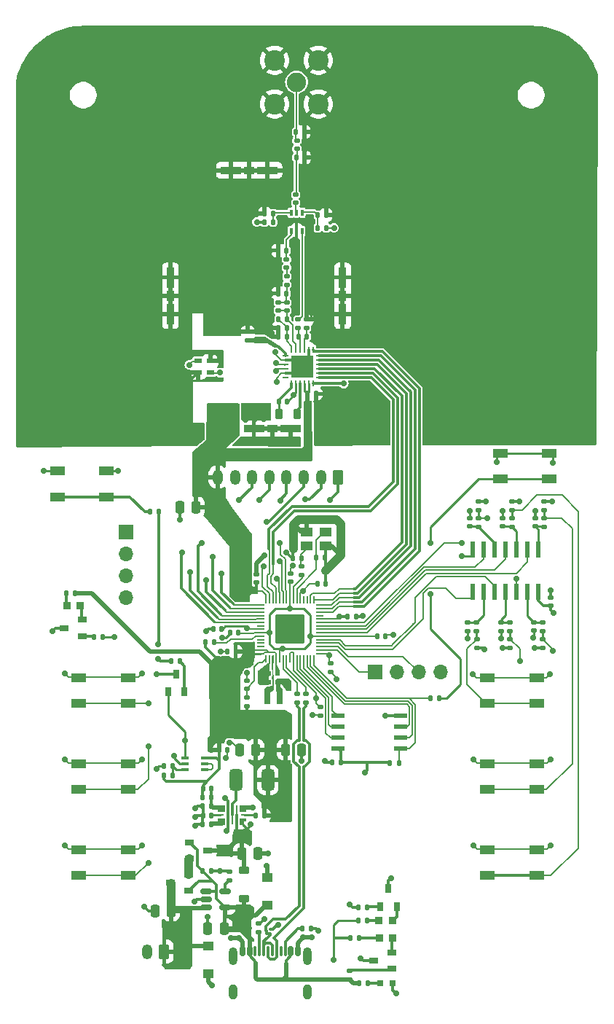
<source format=gbr>
%TF.GenerationSoftware,KiCad,Pcbnew,8.0.7*%
%TF.CreationDate,2025-03-16T18:45:05-04:00*%
%TF.ProjectId,RP2350_V2,52503233-3530-45f5-9632-2e6b69636164,2.0*%
%TF.SameCoordinates,Original*%
%TF.FileFunction,Copper,L1,Top*%
%TF.FilePolarity,Positive*%
%FSLAX46Y46*%
G04 Gerber Fmt 4.6, Leading zero omitted, Abs format (unit mm)*
G04 Created by KiCad (PCBNEW 8.0.7) date 2025-03-16 18:45:05*
%MOMM*%
%LPD*%
G01*
G04 APERTURE LIST*
G04 Aperture macros list*
%AMRoundRect*
0 Rectangle with rounded corners*
0 $1 Rounding radius*
0 $2 $3 $4 $5 $6 $7 $8 $9 X,Y pos of 4 corners*
0 Add a 4 corners polygon primitive as box body*
4,1,4,$2,$3,$4,$5,$6,$7,$8,$9,$2,$3,0*
0 Add four circle primitives for the rounded corners*
1,1,$1+$1,$2,$3*
1,1,$1+$1,$4,$5*
1,1,$1+$1,$6,$7*
1,1,$1+$1,$8,$9*
0 Add four rect primitives between the rounded corners*
20,1,$1+$1,$2,$3,$4,$5,0*
20,1,$1+$1,$4,$5,$6,$7,0*
20,1,$1+$1,$6,$7,$8,$9,0*
20,1,$1+$1,$8,$9,$2,$3,0*%
%AMFreePoly0*
4,1,18,-0.437500,0.050000,-0.433694,0.069134,-0.422855,0.085355,-0.406634,0.096194,-0.387500,0.100000,0.387500,0.100000,0.437500,0.050000,0.437500,-0.050000,0.433694,-0.069134,0.422855,-0.085355,0.406634,-0.096194,0.387500,-0.100000,-0.387500,-0.100000,-0.406634,-0.096194,-0.422855,-0.085355,-0.433694,-0.069134,-0.437500,-0.050000,-0.437500,0.050000,-0.437500,0.050000,$1*%
%AMFreePoly1*
4,1,18,-0.437500,0.050000,-0.433694,0.069134,-0.422855,0.085355,-0.406634,0.096194,-0.387500,0.100000,0.387500,0.100000,0.406634,0.096194,0.422855,0.085355,0.433694,0.069134,0.437500,0.050000,0.437500,-0.050000,0.387500,-0.100000,-0.387500,-0.100000,-0.406634,-0.096194,-0.422855,-0.085355,-0.433694,-0.069134,-0.437500,-0.050000,-0.437500,0.050000,-0.437500,0.050000,$1*%
%AMFreePoly2*
4,1,18,-0.100000,0.387500,-0.050000,0.437500,0.050000,0.437500,0.069134,0.433694,0.085355,0.422855,0.096194,0.406634,0.100000,0.387500,0.100000,-0.387500,0.096194,-0.406634,0.085355,-0.422855,0.069134,-0.433694,0.050000,-0.437500,-0.050000,-0.437500,-0.069134,-0.433694,-0.085355,-0.422855,-0.096194,-0.406634,-0.100000,-0.387500,-0.100000,0.387500,-0.100000,0.387500,$1*%
%AMFreePoly3*
4,1,18,-0.100000,0.387500,-0.096194,0.406634,-0.085355,0.422855,-0.069134,0.433694,-0.050000,0.437500,0.050000,0.437500,0.100000,0.387500,0.100000,-0.387500,0.096194,-0.406634,0.085355,-0.422855,0.069134,-0.433694,0.050000,-0.437500,-0.050000,-0.437500,-0.069134,-0.433694,-0.085355,-0.422855,-0.096194,-0.406634,-0.100000,-0.387500,-0.100000,0.387500,-0.100000,0.387500,$1*%
%AMFreePoly4*
4,1,18,-0.437500,0.050000,-0.433694,0.069134,-0.422855,0.085355,-0.406634,0.096194,-0.387500,0.100000,0.387500,0.100000,0.406634,0.096194,0.422855,0.085355,0.433694,0.069134,0.437500,0.050000,0.437500,-0.050000,0.433694,-0.069134,0.422855,-0.085355,0.406634,-0.096194,0.387500,-0.100000,-0.387500,-0.100000,-0.437500,-0.050000,-0.437500,0.050000,-0.437500,0.050000,$1*%
%AMFreePoly5*
4,1,18,-0.437500,0.050000,-0.387500,0.100000,0.387500,0.100000,0.406634,0.096194,0.422855,0.085355,0.433694,0.069134,0.437500,0.050000,0.437500,-0.050000,0.433694,-0.069134,0.422855,-0.085355,0.406634,-0.096194,0.387500,-0.100000,-0.387500,-0.100000,-0.406634,-0.096194,-0.422855,-0.085355,-0.433694,-0.069134,-0.437500,-0.050000,-0.437500,0.050000,-0.437500,0.050000,$1*%
%AMFreePoly6*
4,1,18,-0.100000,0.387500,-0.096194,0.406634,-0.085355,0.422855,-0.069134,0.433694,-0.050000,0.437500,0.050000,0.437500,0.069134,0.433694,0.085355,0.422855,0.096194,0.406634,0.100000,0.387500,0.100000,-0.387500,0.050000,-0.437500,-0.050000,-0.437500,-0.069134,-0.433694,-0.085355,-0.422855,-0.096194,-0.406634,-0.100000,-0.387500,-0.100000,0.387500,-0.100000,0.387500,$1*%
%AMFreePoly7*
4,1,18,-0.100000,0.387500,-0.096194,0.406634,-0.085355,0.422855,-0.069134,0.433694,-0.050000,0.437500,0.050000,0.437500,0.069134,0.433694,0.085355,0.422855,0.096194,0.406634,0.100000,0.387500,0.100000,-0.387500,0.096194,-0.406634,0.085355,-0.422855,0.069134,-0.433694,0.050000,-0.437500,-0.050000,-0.437500,-0.100000,-0.387500,-0.100000,0.387500,-0.100000,0.387500,$1*%
G04 Aperture macros list end*
%TA.AperFunction,EtchedComponent*%
%ADD10C,0.000000*%
%TD*%
%TA.AperFunction,SMDPad,CuDef*%
%ADD11RoundRect,0.140000X0.170000X-0.140000X0.170000X0.140000X-0.170000X0.140000X-0.170000X-0.140000X0*%
%TD*%
%TA.AperFunction,SMDPad,CuDef*%
%ADD12RoundRect,0.140000X-0.140000X-0.170000X0.140000X-0.170000X0.140000X0.170000X-0.140000X0.170000X0*%
%TD*%
%TA.AperFunction,HeatsinkPad*%
%ADD13C,0.800000*%
%TD*%
%TA.AperFunction,SMDPad,CuDef*%
%ADD14RoundRect,0.140000X-0.170000X0.140000X-0.170000X-0.140000X0.170000X-0.140000X0.170000X0.140000X0*%
%TD*%
%TA.AperFunction,SMDPad,CuDef*%
%ADD15RoundRect,0.135000X0.185000X-0.135000X0.185000X0.135000X-0.185000X0.135000X-0.185000X-0.135000X0*%
%TD*%
%TA.AperFunction,SMDPad,CuDef*%
%ADD16R,1.701800X0.990600*%
%TD*%
%TA.AperFunction,SMDPad,CuDef*%
%ADD17R,0.762000X0.254000*%
%TD*%
%TA.AperFunction,SMDPad,CuDef*%
%ADD18R,0.254000X0.762000*%
%TD*%
%TA.AperFunction,SMDPad,CuDef*%
%ADD19R,2.641600X2.641600*%
%TD*%
%TA.AperFunction,SMDPad,CuDef*%
%ADD20R,0.845299X0.354800*%
%TD*%
%TA.AperFunction,SMDPad,CuDef*%
%ADD21RoundRect,0.375000X-0.375000X-0.875000X0.375000X-0.875000X0.375000X0.875000X-0.375000X0.875000X0*%
%TD*%
%TA.AperFunction,SMDPad,CuDef*%
%ADD22RoundRect,0.140000X0.140000X0.170000X-0.140000X0.170000X-0.140000X-0.170000X0.140000X-0.170000X0*%
%TD*%
%TA.AperFunction,SMDPad,CuDef*%
%ADD23R,0.925000X2.400000*%
%TD*%
%TA.AperFunction,SMDPad,CuDef*%
%ADD24R,0.925000X1.300000*%
%TD*%
%TA.AperFunction,SMDPad,CuDef*%
%ADD25R,0.800000X0.800000*%
%TD*%
%TA.AperFunction,SMDPad,CuDef*%
%ADD26R,0.650000X1.100000*%
%TD*%
%TA.AperFunction,SMDPad,CuDef*%
%ADD27RoundRect,0.135000X-0.135000X-0.185000X0.135000X-0.185000X0.135000X0.185000X-0.135000X0.185000X0*%
%TD*%
%TA.AperFunction,SMDPad,CuDef*%
%ADD28R,1.100000X0.650000*%
%TD*%
%TA.AperFunction,SMDPad,CuDef*%
%ADD29R,2.400000X0.925000*%
%TD*%
%TA.AperFunction,SMDPad,CuDef*%
%ADD30R,1.300000X0.925000*%
%TD*%
%TA.AperFunction,SMDPad,CuDef*%
%ADD31RoundRect,0.135000X0.135000X0.185000X-0.135000X0.185000X-0.135000X-0.185000X0.135000X-0.185000X0*%
%TD*%
%TA.AperFunction,SMDPad,CuDef*%
%ADD32R,0.228600X0.406400*%
%TD*%
%TA.AperFunction,SMDPad,CuDef*%
%ADD33R,0.700000X1.700000*%
%TD*%
%TA.AperFunction,SMDPad,CuDef*%
%ADD34R,1.193800X1.092200*%
%TD*%
%TA.AperFunction,SMDPad,CuDef*%
%ADD35RoundRect,0.147500X0.172500X-0.147500X0.172500X0.147500X-0.172500X0.147500X-0.172500X-0.147500X0*%
%TD*%
%TA.AperFunction,SMDPad,CuDef*%
%ADD36R,0.810000X0.930000*%
%TD*%
%TA.AperFunction,SMDPad,CuDef*%
%ADD37RoundRect,0.225000X-0.375000X0.225000X-0.375000X-0.225000X0.375000X-0.225000X0.375000X0.225000X0*%
%TD*%
%TA.AperFunction,SMDPad,CuDef*%
%ADD38RoundRect,0.135000X-0.185000X0.135000X-0.185000X-0.135000X0.185000X-0.135000X0.185000X0.135000X0*%
%TD*%
%TA.AperFunction,SMDPad,CuDef*%
%ADD39RoundRect,0.250000X0.250000X0.475000X-0.250000X0.475000X-0.250000X-0.475000X0.250000X-0.475000X0*%
%TD*%
%TA.AperFunction,SMDPad,CuDef*%
%ADD40RoundRect,0.150000X-0.512500X-0.150000X0.512500X-0.150000X0.512500X0.150000X-0.512500X0.150000X0*%
%TD*%
%TA.AperFunction,SMDPad,CuDef*%
%ADD41R,1.400000X1.100000*%
%TD*%
%TA.AperFunction,ComponentPad*%
%ADD42C,2.250000*%
%TD*%
%TA.AperFunction,ComponentPad*%
%ADD43C,2.400000*%
%TD*%
%TA.AperFunction,SMDPad,CuDef*%
%ADD44RoundRect,0.250000X-0.250000X-0.475000X0.250000X-0.475000X0.250000X0.475000X-0.250000X0.475000X0*%
%TD*%
%TA.AperFunction,SMDPad,CuDef*%
%ADD45R,0.355600X0.787400*%
%TD*%
%TA.AperFunction,SMDPad,CuDef*%
%ADD46R,0.249999X0.775000*%
%TD*%
%TA.AperFunction,SMDPad,CuDef*%
%ADD47R,0.249999X2.300000*%
%TD*%
%TA.AperFunction,SMDPad,CuDef*%
%ADD48R,0.650001X0.249999*%
%TD*%
%TA.AperFunction,SMDPad,CuDef*%
%ADD49RoundRect,0.150000X-0.150000X-0.425000X0.150000X-0.425000X0.150000X0.425000X-0.150000X0.425000X0*%
%TD*%
%TA.AperFunction,SMDPad,CuDef*%
%ADD50RoundRect,0.075000X-0.075000X-0.500000X0.075000X-0.500000X0.075000X0.500000X-0.075000X0.500000X0*%
%TD*%
%TA.AperFunction,ComponentPad*%
%ADD51O,1.000000X2.100000*%
%TD*%
%TA.AperFunction,ComponentPad*%
%ADD52O,1.000000X1.800000*%
%TD*%
%TA.AperFunction,SMDPad,CuDef*%
%ADD53R,0.470000X0.530000*%
%TD*%
%TA.AperFunction,SMDPad,CuDef*%
%ADD54R,1.524000X0.533400*%
%TD*%
%TA.AperFunction,SMDPad,CuDef*%
%ADD55RoundRect,0.218750X-0.218750X-0.381250X0.218750X-0.381250X0.218750X0.381250X-0.218750X0.381250X0*%
%TD*%
%TA.AperFunction,ComponentPad*%
%ADD56R,1.700000X1.700000*%
%TD*%
%TA.AperFunction,ComponentPad*%
%ADD57O,1.700000X1.700000*%
%TD*%
%TA.AperFunction,SMDPad,CuDef*%
%ADD58R,0.910000X0.930000*%
%TD*%
%TA.AperFunction,ComponentPad*%
%ADD59RoundRect,0.250000X0.350000X0.625000X-0.350000X0.625000X-0.350000X-0.625000X0.350000X-0.625000X0*%
%TD*%
%TA.AperFunction,ComponentPad*%
%ADD60O,1.200000X1.750000*%
%TD*%
%TA.AperFunction,SMDPad,CuDef*%
%ADD61RoundRect,0.147500X0.147500X0.172500X-0.147500X0.172500X-0.147500X-0.172500X0.147500X-0.172500X0*%
%TD*%
%TA.AperFunction,SMDPad,CuDef*%
%ADD62R,0.558800X1.981200*%
%TD*%
%TA.AperFunction,SMDPad,CuDef*%
%ADD63R,0.863600X0.609600*%
%TD*%
%TA.AperFunction,SMDPad,CuDef*%
%ADD64FreePoly0,180.000000*%
%TD*%
%TA.AperFunction,SMDPad,CuDef*%
%ADD65RoundRect,0.050000X0.387500X0.050000X-0.387500X0.050000X-0.387500X-0.050000X0.387500X-0.050000X0*%
%TD*%
%TA.AperFunction,SMDPad,CuDef*%
%ADD66FreePoly1,180.000000*%
%TD*%
%TA.AperFunction,SMDPad,CuDef*%
%ADD67FreePoly2,180.000000*%
%TD*%
%TA.AperFunction,SMDPad,CuDef*%
%ADD68RoundRect,0.050000X0.050000X0.387500X-0.050000X0.387500X-0.050000X-0.387500X0.050000X-0.387500X0*%
%TD*%
%TA.AperFunction,SMDPad,CuDef*%
%ADD69FreePoly3,180.000000*%
%TD*%
%TA.AperFunction,SMDPad,CuDef*%
%ADD70FreePoly4,180.000000*%
%TD*%
%TA.AperFunction,SMDPad,CuDef*%
%ADD71FreePoly5,180.000000*%
%TD*%
%TA.AperFunction,SMDPad,CuDef*%
%ADD72FreePoly6,180.000000*%
%TD*%
%TA.AperFunction,SMDPad,CuDef*%
%ADD73FreePoly7,180.000000*%
%TD*%
%TA.AperFunction,SMDPad,CuDef*%
%ADD74RoundRect,0.153000X-1.547000X1.547000X-1.547000X-1.547000X1.547000X-1.547000X1.547000X1.547000X0*%
%TD*%
%TA.AperFunction,ViaPad*%
%ADD75C,0.700000*%
%TD*%
%TA.AperFunction,Conductor*%
%ADD76C,0.200000*%
%TD*%
%TA.AperFunction,Conductor*%
%ADD77C,0.250000*%
%TD*%
%TA.AperFunction,Conductor*%
%ADD78C,0.500000*%
%TD*%
%TA.AperFunction,Conductor*%
%ADD79C,0.150000*%
%TD*%
%TA.AperFunction,Conductor*%
%ADD80C,0.300000*%
%TD*%
%TA.AperFunction,Conductor*%
%ADD81C,1.000000*%
%TD*%
%TA.AperFunction,Conductor*%
%ADD82C,0.160000*%
%TD*%
%TA.AperFunction,Conductor*%
%ADD83C,0.313400*%
%TD*%
G04 APERTURE END LIST*
D10*
%TA.AperFunction,EtchedComponent*%
%TO.C,U3*%
G36*
X136617699Y-126391800D02*
G01*
X136617699Y-127066800D01*
X136567699Y-127116800D01*
X136417699Y-127116800D01*
X136367699Y-127066800D01*
X136367699Y-126741800D01*
X136317700Y-126691800D01*
X135892699Y-126691800D01*
X135842699Y-126641800D01*
X135842699Y-126391800D01*
X135892699Y-126341801D01*
X136567699Y-126341801D01*
X136617699Y-126391800D01*
G37*
%TD.AperFunction*%
%TA.AperFunction,EtchedComponent*%
G36*
X136617699Y-124866800D02*
G01*
X136617699Y-125541800D01*
X136567699Y-125591799D01*
X135892699Y-125591799D01*
X135842699Y-125541800D01*
X135842699Y-125291800D01*
X135892699Y-125241800D01*
X136317700Y-125241800D01*
X136367699Y-125191800D01*
X136367699Y-124866800D01*
X136417699Y-124816800D01*
X136567699Y-124816800D01*
X136617699Y-124866800D01*
G37*
%TD.AperFunction*%
%TA.AperFunction,EtchedComponent*%
G36*
X138617700Y-124866800D02*
G01*
X138617700Y-125191800D01*
X138667700Y-125241800D01*
X139092700Y-125241800D01*
X139142700Y-125291800D01*
X139142700Y-125541800D01*
X139092700Y-125591799D01*
X138417700Y-125591799D01*
X138367701Y-125541800D01*
X138367701Y-124866800D01*
X138417700Y-124816800D01*
X138567700Y-124816800D01*
X138617700Y-124866800D01*
G37*
%TD.AperFunction*%
%TA.AperFunction,EtchedComponent*%
G36*
X139142700Y-126391800D02*
G01*
X139142700Y-126641800D01*
X139092700Y-126691800D01*
X138667700Y-126691800D01*
X138617700Y-126741800D01*
X138617700Y-127066800D01*
X138567700Y-127116800D01*
X138417700Y-127116800D01*
X138367701Y-127066800D01*
X138367701Y-126391800D01*
X138417700Y-126341801D01*
X139092700Y-126341801D01*
X139142700Y-126391800D01*
G37*
%TD.AperFunction*%
%TD*%
D11*
%TO.P,C4,1*%
%TO.N,/VREG_AVDD*%
X139162500Y-111292500D03*
%TO.P,C4,2*%
%TO.N,GND*%
X139162500Y-110332500D03*
%TD*%
D12*
%TO.P,C11,1*%
%TO.N,+3V3*%
X150902500Y-102867500D03*
%TO.P,C11,2*%
%TO.N,GND*%
X151862500Y-102867500D03*
%TD*%
D13*
%TO.P,,61,GND*%
%TO.N,GND*%
X146275000Y-74482559D03*
%TD*%
D12*
%TO.P,C59,1,1*%
%TO.N,Net-(U8-CTRL)*%
X147440000Y-56257559D03*
%TO.P,C59,2,2*%
%TO.N,GND*%
X148400000Y-56257559D03*
%TD*%
D14*
%TO.P,C48,1,1*%
%TO.N,GND*%
X139300000Y-69827559D03*
%TO.P,C48,2,2*%
%TO.N,+3V3*%
X139300000Y-70787559D03*
%TD*%
D15*
%TO.P,R22,1*%
%TO.N,+3V3*%
X165907689Y-106540565D03*
%TO.P,R22,2*%
%TO.N,Net-(R22-Pad2)*%
X165907689Y-105520565D03*
%TD*%
D16*
%TO.P,SW9,1,1*%
%TO.N,GND*%
X119642500Y-120000000D03*
%TO.P,SW9,2,2*%
X125357500Y-120000000D03*
%TO.P,SW9,3,3*%
%TO.N,Net-(R23-Pad2)*%
X119642500Y-123000000D03*
%TO.P,SW9,4,4*%
X125357500Y-123000000D03*
%TD*%
D17*
%TO.P,U7,1,VDD_IN*%
%TO.N,+3V3*%
X143669000Y-72605059D03*
%TO.P,U7,2,GND*%
%TO.N,GND*%
X143669000Y-73105058D03*
%TO.P,U7,3,XTA*%
%TO.N,/SX1262/XTA*%
X143669000Y-73605059D03*
%TO.P,U7,4,XTB*%
%TO.N,/SX1262/XTB*%
X143669000Y-74105059D03*
%TO.P,U7,5,GND*%
%TO.N,GND*%
X143669000Y-74605060D03*
%TO.P,U7,6,DIO3*%
%TO.N,/SX1262/DIO3*%
X143669000Y-75105059D03*
D18*
%TO.P,U7,7,VREG*%
%TO.N,Net-(U7-VREG)*%
X144387500Y-75823559D03*
%TO.P,U7,8,GND*%
%TO.N,GND*%
X144887499Y-75823559D03*
%TO.P,U7,9,DCC_SW*%
%TO.N,Net-(U7-DCC_SW)*%
X145387500Y-75823559D03*
%TO.P,U7,10,VBAT*%
%TO.N,+3V3*%
X145887500Y-75823559D03*
%TO.P,U7,11,VBAT_IO*%
X146387501Y-75823559D03*
%TO.P,U7,12,DIO2*%
%TO.N,/SX1262/DIO2*%
X146887500Y-75823559D03*
D17*
%TO.P,U7,13,DIO1*%
%TO.N,DIO1*%
X147606000Y-75105059D03*
%TO.P,U7,14,BUSY*%
%TO.N,uC_BUSY*%
X147606000Y-74605060D03*
%TO.P,U7,15,NRESET*%
%TO.N,uC_RESET*%
X147606000Y-74105059D03*
%TO.P,U7,16,MISO*%
%TO.N,SPIO_RX*%
X147606000Y-73605059D03*
%TO.P,U7,17,MOSI*%
%TO.N,SPI0_TX*%
X147606000Y-73105058D03*
%TO.P,U7,18,SCK*%
%TO.N,SPIO_CLK*%
X147606000Y-72605059D03*
D18*
%TO.P,U7,19,NSS*%
%TO.N,CS{slash}NSS*%
X146887500Y-71886559D03*
%TO.P,U7,20,GND*%
%TO.N,GND*%
X146387501Y-71886559D03*
%TO.P,U7,21,RFI_P*%
%TO.N,Net-(U7-RFI_P)*%
X145887500Y-71886559D03*
%TO.P,U7,22,RFI_N*%
%TO.N,Net-(U7-RFI_N)*%
X145387500Y-71886559D03*
%TO.P,U7,23,RFO*%
%TO.N,Net-(U7-RFO)*%
X144887499Y-71886559D03*
%TO.P,U7,24,VR_PA*%
%TO.N,/SX1262/VR_PA*%
X144387500Y-71886559D03*
D19*
%TO.P,U7,25,GND*%
%TO.N,GND*%
X145637500Y-73855059D03*
%TD*%
D13*
%TO.P,,61,GND*%
%TO.N,GND*%
X145000000Y-74482559D03*
%TD*%
D20*
%TO.P,U5,1,OUT*%
%TO.N,/UVLO_RST*%
X131978649Y-119347501D03*
%TO.P,U5,2,V-*%
%TO.N,GND*%
X131978649Y-119997500D03*
%TO.P,U5,3,IN+*%
%TO.N,Net-(U5-IN+)*%
X131978649Y-120647499D03*
%TO.P,U5,4,IN-*%
%TO.N,Net-(U5-IN-)*%
X134246351Y-120647499D03*
%TO.P,U5,5,REF*%
X134246351Y-119997500D03*
%TO.P,U5,6,V+*%
%TO.N,+3V3*%
X134246351Y-119347501D03*
%TD*%
D21*
%TO.P,L2,1,1*%
%TO.N,/Converter_Out*%
X137922702Y-121896800D03*
%TO.P,L2,2,2*%
%TO.N,+3V3*%
X141622702Y-121896800D03*
%TD*%
D15*
%TO.P,R25,1*%
%TO.N,Net-(R22-Pad2)*%
X165897689Y-104606765D03*
%TO.P,R25,2*%
%TO.N,Net-(C25-Pad1)*%
X165897689Y-103586765D03*
%TD*%
D22*
%TO.P,C60,1,1*%
%TO.N,Net-(U8-\u002ACTRL{slash}VDD)*%
X142210000Y-56057559D03*
%TO.P,C60,2,2*%
%TO.N,GND*%
X141250000Y-56057559D03*
%TD*%
D23*
%TO.P,J9,SH1,SHIELD*%
%TO.N,GND*%
X130310000Y-67790000D03*
D24*
%TO.P,J9,SH2,SHIELD__1*%
X130310000Y-65640000D03*
D23*
%TO.P,J9,SH3,SHIELD__2*%
X130310000Y-63490000D03*
%TD*%
D25*
%TO.P,D4,A,A*%
%TO.N,Net-(D4-PadA)*%
X154650000Y-145470000D03*
%TO.P,D4,C,C*%
%TO.N,GND*%
X156150000Y-145470000D03*
%TD*%
D16*
%TO.P,SW13,1,1*%
%TO.N,GND*%
X167142500Y-130000000D03*
%TO.P,SW13,2,2*%
X172857500Y-130000000D03*
%TO.P,SW13,3,3*%
%TO.N,Net-(R18-Pad2)*%
X167142500Y-133000000D03*
%TO.P,SW13,4,4*%
X172857500Y-133000000D03*
%TD*%
D26*
%TO.P,IC5,1,G*%
%TO.N,/UVLO_RST*%
X130020000Y-111650000D03*
%TO.P,IC5,2,S*%
%TO.N,Net-(IC5-S)*%
X131940000Y-111650000D03*
%TO.P,IC5,3,D*%
%TO.N,GND*%
X130980000Y-109550000D03*
%TD*%
D27*
%TO.P,R3,1*%
%TO.N,VBUS*%
X134052700Y-132487700D03*
%TO.P,R3,2*%
%TO.N,GND*%
X135072700Y-132487700D03*
%TD*%
D28*
%TO.P,IC2,1,G*%
%TO.N,VBUS*%
X132532700Y-129117700D03*
%TO.P,IC2,2,S*%
%TO.N,Net-(IC1-S)*%
X132532700Y-131037700D03*
%TO.P,IC2,3,D*%
%TO.N,/Converter_In*%
X134632700Y-130077700D03*
%TD*%
D29*
%TO.P,J8,SH1,SHIELD*%
%TO.N,GND*%
X140000000Y-81057559D03*
D30*
%TO.P,J8,SH2,SHIELD__1*%
X142150000Y-81057559D03*
D29*
%TO.P,J8,SH3,SHIELD__2*%
X144300000Y-81057559D03*
%TD*%
D16*
%TO.P,SW11,1,1*%
%TO.N,GND*%
X167142500Y-110000000D03*
%TO.P,SW11,2,2*%
X172857500Y-110000000D03*
%TO.P,SW11,3,3*%
%TO.N,Net-(R22-Pad2)*%
X167142500Y-113000000D03*
%TO.P,SW11,4,4*%
X172857500Y-113000000D03*
%TD*%
D31*
%TO.P,R36,1,1*%
%TO.N,Net-(U8-\u002ACTRL{slash}VDD)*%
X142240000Y-57057559D03*
%TO.P,R36,2,2*%
%TO.N,+3V3*%
X141220000Y-57057559D03*
%TD*%
D32*
%TO.P,D2,1,K*%
%TO.N,/USB_D-*%
X141532702Y-140227700D03*
%TO.P,D2,2,K*%
%TO.N,/USB_D+*%
X142332700Y-140227700D03*
%TO.P,D2,3,A*%
%TO.N,GND*%
X141932701Y-139186300D03*
%TD*%
D12*
%TO.P,C50,1,1*%
%TO.N,GND*%
X142865000Y-69382559D03*
%TO.P,C50,2,2*%
%TO.N,/SX1262/VR_PA*%
X143825000Y-69382559D03*
%TD*%
D27*
%TO.P,R5,1*%
%TO.N,+3V3*%
X155827500Y-119897500D03*
%TO.P,R5,2*%
%TO.N,/QSPI_SS*%
X156847500Y-119897500D03*
%TD*%
D15*
%TO.P,R8,1*%
%TO.N,/USB_D-*%
X145012500Y-112857500D03*
%TO.P,R8,2*%
%TO.N,Net-(U1-USB_DM)*%
X145012500Y-111837500D03*
%TD*%
D31*
%TO.P,R13,1*%
%TO.N,+3V3*%
X141207500Y-125997500D03*
%TO.P,R13,2*%
%TO.N,/PG*%
X140187500Y-125997500D03*
%TD*%
D33*
%TO.P,L1,1,1*%
%TO.N,+1V1*%
X142987500Y-112214290D03*
%TO.P,L1,2,2*%
%TO.N,/VREG_LX*%
X141587500Y-112214290D03*
%TD*%
D34*
%TO.P,CR2,1*%
%TO.N,/VBAT*%
X134737500Y-141159600D03*
%TO.P,CR2,2*%
%TO.N,GND*%
X134737500Y-144385400D03*
%TD*%
%TO.P,CR1,1*%
%TO.N,VBUS*%
X141562500Y-136460400D03*
%TO.P,CR1,2*%
%TO.N,GND*%
X141562500Y-133234600D03*
%TD*%
D35*
%TO.P,L15,1,1*%
%TO.N,Net-(C61-Pad1)*%
X145000000Y-48565059D03*
%TO.P,L15,2,2*%
%TO.N,Net-(C63-Pad2)*%
X145000000Y-47595059D03*
%TD*%
D36*
%TO.P,D3,A,A*%
%TO.N,Net-(D3-PadA)*%
X154542500Y-138222500D03*
%TO.P,D3,C,C*%
%TO.N,Net-(IC3-S)*%
X156162500Y-138222500D03*
%TD*%
D16*
%TO.P,SW10,1,1*%
%TO.N,GND*%
X119642500Y-130000000D03*
%TO.P,SW10,2,2*%
X125357500Y-130000000D03*
%TO.P,SW10,3,3*%
%TO.N,Net-(R24-Pad2)*%
X119642500Y-133000000D03*
%TO.P,SW10,4,4*%
X125357500Y-133000000D03*
%TD*%
D12*
%TO.P,C28,1*%
%TO.N,+3V3*%
X134092702Y-122856800D03*
%TO.P,C28,2*%
%TO.N,/FB*%
X135052702Y-122856800D03*
%TD*%
D37*
%TO.P,D1,1,K*%
%TO.N,/Converter_In*%
X138892700Y-132357700D03*
%TO.P,D1,2,A*%
%TO.N,VBUS*%
X138892700Y-135657700D03*
%TD*%
D35*
%TO.P,L13,1,1*%
%TO.N,Net-(U7-RFO)*%
X143820000Y-67357559D03*
%TO.P,L13,2,2*%
%TO.N,Net-(C53-Pad1)*%
X143820000Y-66387559D03*
%TD*%
D22*
%TO.P,C44,1,1*%
%TO.N,GND*%
X143880000Y-77907559D03*
%TO.P,C44,2,2*%
%TO.N,Net-(U7-VREG)*%
X142920000Y-77907559D03*
%TD*%
D14*
%TO.P,C52,1,1*%
%TO.N,GND*%
X146150000Y-68377559D03*
%TO.P,C52,2,2*%
%TO.N,Net-(U7-RFI_P)*%
X146150000Y-69337559D03*
%TD*%
D12*
%TO.P,C49,1,1*%
%TO.N,GND*%
X142865000Y-70382559D03*
%TO.P,C49,2,2*%
%TO.N,/SX1262/VR_PA*%
X143825000Y-70382559D03*
%TD*%
%TO.P,C32,1*%
%TO.N,+3V3*%
X135987500Y-118422500D03*
%TO.P,C32,2*%
%TO.N,GND*%
X136947500Y-118422500D03*
%TD*%
D27*
%TO.P,R28,1*%
%TO.N,VBUS*%
X152190000Y-145470000D03*
%TO.P,R28,2*%
%TO.N,Net-(D4-PadA)*%
X153210000Y-145470000D03*
%TD*%
D15*
%TO.P,R39,1*%
%TO.N,VBUS*%
X151100000Y-145040000D03*
%TO.P,R39,2*%
%TO.N,Net-(IC6-G)*%
X151100000Y-144020000D03*
%TD*%
D12*
%TO.P,C13,1*%
%TO.N,/XIN*%
X147257500Y-96072500D03*
%TO.P,C13,2*%
%TO.N,GND*%
X148217500Y-96072500D03*
%TD*%
D38*
%TO.P,R9,1*%
%TO.N,Net-(C12-Pad2)*%
X145550000Y-97090000D03*
%TO.P,R9,2*%
%TO.N,/XOUT*%
X145550000Y-98110000D03*
%TD*%
D15*
%TO.P,R27,1*%
%TO.N,Net-(R24-Pad2)*%
X173547689Y-104596765D03*
%TO.P,R27,2*%
%TO.N,Net-(C27-Pad1)*%
X173547689Y-103576765D03*
%TD*%
%TO.P,R23,1*%
%TO.N,+3V3*%
X169797689Y-106536765D03*
%TO.P,R23,2*%
%TO.N,Net-(R23-Pad2)*%
X169797689Y-105516765D03*
%TD*%
D14*
%TO.P,C10,1*%
%TO.N,+3V3*%
X148897500Y-108337500D03*
%TO.P,C10,2*%
%TO.N,GND*%
X148897500Y-109297500D03*
%TD*%
D39*
%TO.P,C31,1*%
%TO.N,+3V3*%
X133300000Y-90200000D03*
%TO.P,C31,2*%
%TO.N,GND*%
X131400000Y-90200000D03*
%TD*%
D16*
%TO.P,SW14,1,1*%
%TO.N,GND*%
X119642500Y-110000000D03*
%TO.P,SW14,2,2*%
X125357500Y-110000000D03*
%TO.P,SW14,3,3*%
%TO.N,Net-(R20-Pad2)*%
X119642500Y-113000000D03*
%TO.P,SW14,4,4*%
X125357500Y-113000000D03*
%TD*%
D31*
%TO.P,R38,1*%
%TO.N,+3V3*%
X119187500Y-100157500D03*
%TO.P,R38,2*%
%TO.N,Net-(D6-PadA)*%
X118167500Y-100157500D03*
%TD*%
D27*
%TO.P,R1,1*%
%TO.N,/RUN_IN*%
X127900000Y-90700000D03*
%TO.P,R1,2*%
%TO.N,/RUN*%
X128920000Y-90700000D03*
%TD*%
%TO.P,R10,1*%
%TO.N,+3V3*%
X134062702Y-123886800D03*
%TO.P,R10,2*%
%TO.N,/FB*%
X135082702Y-123886800D03*
%TD*%
D40*
%TO.P,U4,1,CE*%
%TO.N,VBUS*%
X134415200Y-134817700D03*
%TO.P,U4,2,V_{SS}*%
%TO.N,GND*%
X134415200Y-135767700D03*
%TO.P,U4,3,V_{BAT}*%
%TO.N,/VBAT*%
X134415200Y-136717700D03*
%TO.P,U4,4,V_{DD}*%
%TO.N,VBUS*%
X136690200Y-136717700D03*
%TO.P,U4,5,PROG*%
%TO.N,Net-(U4-PROG)*%
X136690200Y-134817700D03*
%TD*%
D22*
%TO.P,C1,1*%
%TO.N,+3V3*%
X150092500Y-119822500D03*
%TO.P,C1,2*%
%TO.N,GND*%
X149132500Y-119822500D03*
%TD*%
D41*
%TO.P,X1,1,1*%
%TO.N,/XIN*%
X148337500Y-93047499D03*
%TO.P,X1,2,2*%
%TO.N,GND*%
X146137500Y-93047499D03*
%TO.P,X1,3,3*%
%TO.N,Net-(C12-Pad2)*%
X146137500Y-94647501D03*
%TO.P,X1,4,4*%
%TO.N,GND*%
X148337500Y-94647501D03*
%TD*%
D11*
%TO.P,C24,1*%
%TO.N,Net-(C24-Pad1)*%
X165082500Y-92436300D03*
%TO.P,C24,2*%
%TO.N,GND*%
X165082500Y-91476300D03*
%TD*%
D13*
%TO.P,,61,GND*%
%TO.N,GND*%
X145000000Y-73207559D03*
%TD*%
D31*
%TO.P,R4,1*%
%TO.N,/COMP_FSET*%
X135072702Y-127046800D03*
%TO.P,R4,2*%
%TO.N,GND*%
X134052702Y-127046800D03*
%TD*%
D23*
%TO.P,J10,SH1,SHIELD*%
%TO.N,GND*%
X150310000Y-67790000D03*
D24*
%TO.P,J10,SH2,SHIELD__1*%
X150310000Y-65640000D03*
D23*
%TO.P,J10,SH3,SHIELD__2*%
X150310000Y-63490000D03*
%TD*%
D29*
%TO.P,J2,SH1,SHIELD*%
%TO.N,GND*%
X137300000Y-51057559D03*
D30*
%TO.P,J2,SH2,SHIELD__1*%
X139450000Y-51057559D03*
D29*
%TO.P,J2,SH3,SHIELD__2*%
X141600000Y-51057559D03*
%TD*%
D12*
%TO.P,C12,1*%
%TO.N,GND*%
X144560000Y-96100000D03*
%TO.P,C12,2*%
%TO.N,Net-(C12-Pad2)*%
X145520000Y-96100000D03*
%TD*%
D38*
%TO.P,R20,1*%
%TO.N,+3V3*%
X166102500Y-89492500D03*
%TO.P,R20,2*%
%TO.N,Net-(R20-Pad2)*%
X166102500Y-90512500D03*
%TD*%
D11*
%TO.P,C5,1*%
%TO.N,+3V3*%
X140310000Y-98920000D03*
%TO.P,C5,2*%
%TO.N,GND*%
X140310000Y-97960000D03*
%TD*%
D14*
%TO.P,C61,1,1*%
%TO.N,Net-(C61-Pad1)*%
X144867500Y-53875059D03*
%TO.P,C61,2,2*%
%TO.N,Net-(U8-RFC)*%
X144867500Y-54835059D03*
%TD*%
D31*
%TO.P,R40,1*%
%TO.N,Net-(U1-GPIO26_ADC0)*%
X135350000Y-105850000D03*
%TO.P,R40,2*%
%TO.N,+3V3*%
X134330000Y-105850000D03*
%TD*%
D15*
%TO.P,R6,1*%
%TO.N,+3V3*%
X139162500Y-113282500D03*
%TO.P,R6,2*%
%TO.N,/VREG_AVDD*%
X139162500Y-112262500D03*
%TD*%
D31*
%TO.P,R41,1*%
%TO.N,Net-(IC5-S)*%
X131380000Y-108090000D03*
%TO.P,R41,2*%
%TO.N,/RUN*%
X130360000Y-108090000D03*
%TD*%
D22*
%TO.P,C6,1*%
%TO.N,+3V3*%
X136240000Y-104310000D03*
%TO.P,C6,2*%
%TO.N,GND*%
X135280000Y-104310000D03*
%TD*%
D15*
%TO.P,R12,1*%
%TO.N,Net-(U4-PROG)*%
X137122700Y-133517700D03*
%TO.P,R12,2*%
%TO.N,GND*%
X137122700Y-132497700D03*
%TD*%
D27*
%TO.P,R29,1*%
%TO.N,+3V3*%
X129547500Y-121327500D03*
%TO.P,R29,2*%
%TO.N,Net-(U5-IN+)*%
X130567500Y-121327500D03*
%TD*%
D22*
%TO.P,C16,1*%
%TO.N,+1V1*%
X138210000Y-104780000D03*
%TO.P,C16,2*%
%TO.N,GND*%
X137250000Y-104780000D03*
%TD*%
D35*
%TO.P,L14,1,1*%
%TO.N,Net-(C57-Pad1)*%
X143802500Y-62365059D03*
%TO.P,L14,2,2*%
%TO.N,Net-(U8-RF1)*%
X143802500Y-61395059D03*
%TD*%
D39*
%TO.P,C17,1*%
%TO.N,VBUS*%
X136530000Y-139150000D03*
%TO.P,C17,2*%
%TO.N,GND*%
X134630000Y-139150000D03*
%TD*%
D11*
%TO.P,C15,1*%
%TO.N,+1V1*%
X144240000Y-98830000D03*
%TO.P,C15,2*%
%TO.N,GND*%
X144240000Y-97870000D03*
%TD*%
D27*
%TO.P,R34,1*%
%TO.N,/UVLO_RST*%
X152167500Y-136642500D03*
%TO.P,R34,2*%
%TO.N,Net-(IC3-G)*%
X153187500Y-136642500D03*
%TD*%
D14*
%TO.P,C53,1,1*%
%TO.N,Net-(C53-Pad1)*%
X142820000Y-66372559D03*
%TO.P,C53,2,2*%
%TO.N,Net-(U7-RFO)*%
X142820000Y-67332559D03*
%TD*%
D42*
%TO.P,J4,1,1*%
%TO.N,Net-(C63-Pad2)*%
X144960000Y-40807559D03*
D43*
%TO.P,J4,2,2*%
%TO.N,GND*%
X142420000Y-43347559D03*
%TO.P,J4,3,3*%
X147500000Y-43347559D03*
%TO.P,J4,4,4*%
X147500000Y-38267559D03*
%TO.P,J4,5,5*%
X142420000Y-38267559D03*
%TD*%
D28*
%TO.P,IC6,1,G*%
%TO.N,Net-(IC6-G)*%
X156020000Y-143820000D03*
%TO.P,IC6,2,S*%
%TO.N,Net-(IC6-S)*%
X156020000Y-141900000D03*
%TO.P,IC6,3,D*%
%TO.N,GND*%
X153920000Y-142860000D03*
%TD*%
D14*
%TO.P,C54,1,1*%
%TO.N,Net-(U8-RF2)*%
X145150000Y-68375059D03*
%TO.P,C54,2,2*%
%TO.N,Net-(U7-RFI_N)*%
X145150000Y-69335059D03*
%TD*%
D44*
%TO.P,C30,1*%
%TO.N,+3V3*%
X143662500Y-118372500D03*
%TO.P,C30,2*%
%TO.N,GND*%
X145562500Y-118372500D03*
%TD*%
D22*
%TO.P,C7,1*%
%TO.N,+3V3*%
X137882500Y-106962500D03*
%TO.P,C7,2*%
%TO.N,GND*%
X136922500Y-106962500D03*
%TD*%
D14*
%TO.P,C26,1*%
%TO.N,Net-(C26-Pad1)*%
X168767689Y-103606765D03*
%TO.P,C26,2*%
%TO.N,GND*%
X168767689Y-104566765D03*
%TD*%
D45*
%TO.P,U8,1,RF1*%
%TO.N,Net-(U8-RF1)*%
X144319301Y-58101059D03*
%TO.P,U8,2,GND*%
%TO.N,GND*%
X144969300Y-58101059D03*
%TO.P,U8,3,RF2*%
%TO.N,Net-(U8-RF2)*%
X145619299Y-58101059D03*
%TO.P,U8,4,CTRL*%
%TO.N,Net-(U8-CTRL)*%
X145619299Y-55967459D03*
%TO.P,U8,5,RFC*%
%TO.N,Net-(U8-RFC)*%
X144969300Y-55967459D03*
%TO.P,U8,6,\u002ACTRL/VDD*%
%TO.N,Net-(U8-\u002ACTRL{slash}VDD)*%
X144319301Y-55967459D03*
%TD*%
D12*
%TO.P,C58,1,1*%
%TO.N,GND*%
X142840000Y-60357559D03*
%TO.P,C58,2,2*%
%TO.N,Net-(U8-RF1)*%
X143800000Y-60357559D03*
%TD*%
D31*
%TO.P,R11,1*%
%TO.N,/FB*%
X135072702Y-124926800D03*
%TO.P,R11,2*%
%TO.N,GND*%
X134052702Y-124926800D03*
%TD*%
D46*
%TO.P,U3,1,MODE_SYNC*%
%TO.N,/Converter_In*%
X138492702Y-125205900D03*
D47*
%TO.P,U3,2,VIN*%
X137992700Y-125966800D03*
%TO.P,U3,3,SW*%
%TO.N,/Converter_Out*%
X137492701Y-125966800D03*
%TO.P,U3,4,GND*%
%TO.N,GND*%
X136992702Y-125966800D03*
D46*
%TO.P,U3,5,FB*%
%TO.N,/FB*%
X136492703Y-125205900D03*
D48*
%TO.P,U3,6,SS_TR*%
%TO.N,Net-(U3-SS_TR)*%
X136167700Y-125966800D03*
D46*
%TO.P,U3,7,COMP_FSET*%
%TO.N,/COMP_FSET*%
X136492700Y-126727700D03*
%TO.P,U3,8,EN*%
%TO.N,/Converter_In*%
X138492702Y-126727700D03*
D48*
%TO.P,U3,9,PG*%
%TO.N,/PG*%
X138817702Y-125966800D03*
%TD*%
D49*
%TO.P,J3,A1,GND*%
%TO.N,GND*%
X138707500Y-141742500D03*
%TO.P,J3,A4,VBUS*%
%TO.N,VBUS*%
X139507500Y-141742500D03*
D50*
%TO.P,J3,A5,CC1*%
%TO.N,/USB_CC1*%
X140657500Y-141742500D03*
%TO.P,J3,A6,D+*%
%TO.N,/USB_D+*%
X141657500Y-141742500D03*
%TO.P,J3,A7,D-*%
%TO.N,/USB_D-*%
X142157500Y-141742500D03*
%TO.P,J3,A8,SBU1*%
%TO.N,unconnected-(J3-SBU1-PadA8)*%
X143157500Y-141742500D03*
D49*
%TO.P,J3,A9,VBUS*%
%TO.N,VBUS*%
X144307500Y-141742500D03*
%TO.P,J3,A12,GND*%
%TO.N,GND*%
X145107500Y-141742500D03*
%TO.P,J3,B1,GND*%
X145107500Y-141742500D03*
%TO.P,J3,B4,VBUS*%
%TO.N,VBUS*%
X144307500Y-141742500D03*
D50*
%TO.P,J3,B5,CC2*%
%TO.N,/USB_CC2*%
X143657500Y-141742500D03*
%TO.P,J3,B6,D+*%
%TO.N,/USB_D+*%
X142657500Y-141742500D03*
%TO.P,J3,B7,D-*%
%TO.N,/USB_D-*%
X141157500Y-141742500D03*
%TO.P,J3,B8,SBU2*%
%TO.N,unconnected-(J3-SBU2-PadB8)*%
X140157500Y-141742500D03*
D49*
%TO.P,J3,B9,VBUS*%
%TO.N,VBUS*%
X139507500Y-141742500D03*
%TO.P,J3,B12,GND*%
%TO.N,GND*%
X138707500Y-141742500D03*
D51*
%TO.P,J3,S1,SHIELD*%
%TO.N,unconnected-(J3-SHIELD-PadS1)_3*%
X137587500Y-142317500D03*
D52*
%TO.N,unconnected-(J3-SHIELD-PadS1)_1*%
X137587500Y-146497500D03*
D51*
%TO.N,unconnected-(J3-SHIELD-PadS1)_2*%
X146227500Y-142317500D03*
D52*
%TO.N,unconnected-(J3-SHIELD-PadS1)*%
X146227500Y-146497500D03*
%TD*%
D12*
%TO.P,C55,1,1*%
%TO.N,GND*%
X142840000Y-65352559D03*
%TO.P,C55,2,2*%
%TO.N,Net-(C53-Pad1)*%
X143800000Y-65352559D03*
%TD*%
D22*
%TO.P,C47,1,1*%
%TO.N,GND*%
X147200000Y-77032559D03*
%TO.P,C47,2,2*%
%TO.N,+3V3*%
X146240000Y-77032559D03*
%TD*%
D38*
%TO.P,R21,1*%
%TO.N,Net-(R20-Pad2)*%
X166102500Y-91432500D03*
%TO.P,R21,2*%
%TO.N,Net-(C24-Pad1)*%
X166102500Y-92452500D03*
%TD*%
D14*
%TO.P,C27,1*%
%TO.N,Net-(C27-Pad1)*%
X172547689Y-103586765D03*
%TO.P,C27,2*%
%TO.N,GND*%
X172547689Y-104546765D03*
%TD*%
D16*
%TO.P,SW1,1,1*%
%TO.N,GND*%
X117142500Y-86000000D03*
%TO.P,SW1,2,2*%
X122857500Y-86000000D03*
%TO.P,SW1,3,3*%
%TO.N,/RUN_IN*%
X117142500Y-89000000D03*
%TO.P,SW1,4,4*%
X122857500Y-89000000D03*
%TD*%
D26*
%TO.P,IC3,1,G*%
%TO.N,Net-(IC3-G)*%
X154677500Y-136592500D03*
%TO.P,IC3,2,S*%
%TO.N,Net-(IC3-S)*%
X156597500Y-136592500D03*
%TO.P,IC3,3,D*%
%TO.N,GND*%
X155637500Y-134492500D03*
%TD*%
D53*
%TO.P,C2,1*%
%TO.N,+3V3*%
X142722500Y-109467500D03*
%TO.P,C2,2*%
%TO.N,GND*%
X141692500Y-109467500D03*
%TD*%
D14*
%TO.P,C22,1*%
%TO.N,GND*%
X174482500Y-100662500D03*
%TO.P,C22,2*%
%TO.N,+3V3*%
X174482500Y-101622500D03*
%TD*%
D38*
%TO.P,R17,1*%
%TO.N,+3V3*%
X173732500Y-89492500D03*
%TO.P,R17,2*%
%TO.N,Net-(R16-Pad1)*%
X173732500Y-90512500D03*
%TD*%
D31*
%TO.P,R37,1*%
%TO.N,/STATUS_LED*%
X122407500Y-105257500D03*
%TO.P,R37,2*%
%TO.N,Net-(IC4-G)*%
X121387500Y-105257500D03*
%TD*%
D12*
%TO.P,C8,1*%
%TO.N,+3V3*%
X147382500Y-99097500D03*
%TO.P,C8,2*%
%TO.N,GND*%
X148342500Y-99097500D03*
%TD*%
D27*
%TO.P,R35,1,1*%
%TO.N,Net-(U8-CTRL)*%
X147410000Y-57757559D03*
%TO.P,R35,2,2*%
%TO.N,/SX1262/DIO2*%
X148430000Y-57757559D03*
%TD*%
D31*
%TO.P,R2,1*%
%TO.N,/~{USB_BOOT}*%
X161510000Y-112375000D03*
%TO.P,R2,2*%
%TO.N,/QSPI_SS*%
X160490000Y-112375000D03*
%TD*%
D14*
%TO.P,C25,1*%
%TO.N,Net-(C25-Pad1)*%
X164867689Y-103600565D03*
%TO.P,C25,2*%
%TO.N,GND*%
X164867689Y-104560565D03*
%TD*%
D11*
%TO.P,C21,1*%
%TO.N,Net-(C21-Pad1)*%
X172692500Y-92422500D03*
%TO.P,C21,2*%
%TO.N,GND*%
X172692500Y-91462500D03*
%TD*%
D38*
%TO.P,R19,1*%
%TO.N,Net-(R18-Pad2)*%
X169982500Y-91452500D03*
%TO.P,R19,2*%
%TO.N,Net-(C23-Pad1)*%
X169982500Y-92472500D03*
%TD*%
D54*
%TO.P,U2,1,~{CS}*%
%TO.N,/QSPI_SS*%
X157032400Y-118252500D03*
%TO.P,U2,2,DO(IO1)*%
%TO.N,/QSPI_SD1*%
X157032400Y-116982500D03*
%TO.P,U2,3,IO2*%
%TO.N,/QSPI_SD2*%
X157032400Y-115712500D03*
%TO.P,U2,4,GND*%
%TO.N,GND*%
X157032400Y-114442500D03*
%TO.P,U2,5,DI(IO0)*%
%TO.N,/QSPI_SD0*%
X149742600Y-114442500D03*
%TO.P,U2,6,CLK*%
%TO.N,/QSPI_SCLK*%
X149742600Y-115712500D03*
%TO.P,U2,7,IO3*%
%TO.N,/QSPI_SD3*%
X149742600Y-116982500D03*
%TO.P,U2,8,VCC*%
%TO.N,+3V3*%
X149742600Y-118252500D03*
%TD*%
D44*
%TO.P,C19,1*%
%TO.N,/Converter_In*%
X138572700Y-130437700D03*
%TO.P,C19,2*%
%TO.N,GND*%
X140472700Y-130437700D03*
%TD*%
D39*
%TO.P,C29,1*%
%TO.N,+3V3*%
X140212500Y-118372500D03*
%TO.P,C29,2*%
%TO.N,GND*%
X138312500Y-118372500D03*
%TD*%
%TO.P,C18,1*%
%TO.N,/VBAT*%
X130387500Y-137097500D03*
%TO.P,C18,2*%
%TO.N,GND*%
X128487500Y-137097500D03*
%TD*%
D28*
%TO.P,IC1,1,G*%
%TO.N,VBUS*%
X132442700Y-134767700D03*
%TO.P,IC1,2,S*%
%TO.N,Net-(IC1-S)*%
X132442700Y-132847700D03*
%TO.P,IC1,3,D*%
%TO.N,/VBAT*%
X130342700Y-133807700D03*
%TD*%
D55*
%TO.P,L9,1,1*%
%TO.N,Net-(U7-VREG)*%
X142925000Y-79357559D03*
%TO.P,L9,2,2*%
%TO.N,Net-(U7-DCC_SW)*%
X145050000Y-79357559D03*
%TD*%
D56*
%TO.P,J1,1,Pin_1*%
%TO.N,/SWCLK*%
X125162500Y-93107500D03*
D57*
%TO.P,J1,2,Pin_2*%
%TO.N,GND*%
X125162500Y-95647500D03*
%TO.P,J1,3,Pin_3*%
%TO.N,/SWD*%
X125162500Y-98187500D03*
%TO.P,J1,4,Pin_4*%
%TO.N,GND*%
X125162500Y-100727500D03*
%TD*%
D27*
%TO.P,R33,1*%
%TO.N,/VBAT*%
X152115500Y-138202500D03*
%TO.P,R33,2*%
%TO.N,Net-(D3-PadA)*%
X153135500Y-138202500D03*
%TD*%
D28*
%TO.P,IC4,1,G*%
%TO.N,Net-(IC4-G)*%
X120017500Y-105187500D03*
%TO.P,IC4,2,S*%
%TO.N,Net-(IC4-S)*%
X120017500Y-103267500D03*
%TO.P,IC4,3,D*%
%TO.N,GND*%
X117917500Y-104227500D03*
%TD*%
D58*
%TO.P,D6,A*%
%TO.N,Net-(D6-PadA)*%
X118317500Y-101617500D03*
%TO.P,D6,C*%
%TO.N,Net-(IC4-S)*%
X119837500Y-101617500D03*
%TD*%
D15*
%TO.P,R24,1*%
%TO.N,+3V3*%
X173557689Y-106540565D03*
%TO.P,R24,2*%
%TO.N,Net-(R24-Pad2)*%
X173557689Y-105520565D03*
%TD*%
D59*
%TO.P,J5,1,Pin_1*%
%TO.N,/DISPLAY_BUSY*%
X149800000Y-86700000D03*
D60*
%TO.P,J5,2,Pin_2*%
%TO.N,/DISPLAY_RESET*%
X147800000Y-86700000D03*
%TO.P,J5,3,Pin_3*%
%TO.N,/DISPLAY_DC*%
X145800000Y-86700000D03*
%TO.P,J5,4,Pin_4*%
%TO.N,/SPI1_CS*%
X143800000Y-86700000D03*
%TO.P,J5,5,Pin_5*%
%TO.N,/SPI1_CLK*%
X141800000Y-86700000D03*
%TO.P,J5,6,Pin_6*%
%TO.N,/SPI1_TX*%
X139800000Y-86700000D03*
%TO.P,J5,7,Pin_7*%
%TO.N,GND*%
X137800000Y-86700000D03*
%TO.P,J5,8,Pin_8*%
%TO.N,+3V3*%
X135800000Y-86700000D03*
%TD*%
D14*
%TO.P,C57,1,1*%
%TO.N,Net-(C57-Pad1)*%
X143820000Y-63377559D03*
%TO.P,C57,2,2*%
%TO.N,Net-(C53-Pad1)*%
X143820000Y-64337559D03*
%TD*%
D61*
%TO.P,L11,1,1*%
%TO.N,Net-(U7-RFO)*%
X143835000Y-68357559D03*
%TO.P,L11,2,2*%
%TO.N,/SX1262/VR_PA*%
X142865000Y-68357559D03*
%TD*%
D62*
%TO.P,U6,1*%
%TO.N,Net-(C21-Pad1)*%
X173062500Y-95100000D03*
%TO.P,U6,2*%
%TO.N,/BTN_BACK*%
X171792500Y-95100000D03*
%TO.P,U6,3*%
%TO.N,Net-(C23-Pad1)*%
X170522500Y-95100000D03*
%TO.P,U6,4*%
%TO.N,/BTN_OK*%
X169252500Y-95100000D03*
%TO.P,U6,5*%
%TO.N,Net-(C24-Pad1)*%
X167982500Y-95100000D03*
%TO.P,U6,6*%
%TO.N,/BTN_NEXT*%
X166712500Y-95100000D03*
%TO.P,U6,7,GND*%
%TO.N,GND*%
X165442500Y-95100000D03*
%TO.P,U6,8*%
%TO.N,/BTN_MACRO_A*%
X165442500Y-100027600D03*
%TO.P,U6,9*%
%TO.N,Net-(C25-Pad1)*%
X166712500Y-100027600D03*
%TO.P,U6,10*%
%TO.N,/BTN_MACRO_B*%
X167982500Y-100027600D03*
%TO.P,U6,11*%
%TO.N,Net-(C26-Pad1)*%
X169252500Y-100027600D03*
%TO.P,U6,12*%
%TO.N,/BTN_MACRO_C*%
X170522500Y-100027600D03*
%TO.P,U6,13*%
%TO.N,Net-(C27-Pad1)*%
X171792500Y-100027600D03*
%TO.P,U6,14,VCC*%
%TO.N,+3V3*%
X173062500Y-100027600D03*
%TD*%
D22*
%TO.P,C62,1,1*%
%TO.N,GND*%
X145867500Y-49565059D03*
%TO.P,C62,2,2*%
%TO.N,Net-(C61-Pad1)*%
X144907500Y-49565059D03*
%TD*%
D63*
%TO.P,XTAL1,1,1*%
%TO.N,/SX1262/XTB*%
X134943900Y-74542559D03*
%TO.P,XTAL1,2,2*%
%TO.N,GND*%
X134943900Y-73192559D03*
%TO.P,XTAL1,3,3*%
%TO.N,/SX1262/XTA*%
X133496100Y-73192559D03*
%TO.P,XTAL1,4,4*%
%TO.N,GND*%
X133496100Y-74542559D03*
%TD*%
D31*
%TO.P,R30,1*%
%TO.N,Net-(U5-IN+)*%
X130557500Y-120267500D03*
%TO.P,R30,2*%
%TO.N,GND*%
X129537500Y-120267500D03*
%TD*%
D59*
%TO.P,J6,1,Pin_1*%
%TO.N,/VBAT*%
X129580000Y-141810000D03*
D60*
%TO.P,J6,2,Pin_2*%
%TO.N,GND*%
X127580000Y-141810000D03*
%TD*%
D15*
%TO.P,R15,1*%
%TO.N,/USB_CC1*%
X140512500Y-139582500D03*
%TO.P,R15,2*%
%TO.N,GND*%
X140512500Y-138562500D03*
%TD*%
D27*
%TO.P,R32,1*%
%TO.N,/VBAT*%
X151240000Y-140250000D03*
%TO.P,R32,2*%
%TO.N,Net-(D5-PadA)*%
X152260000Y-140250000D03*
%TD*%
D22*
%TO.P,C63,1,1*%
%TO.N,GND*%
X145847500Y-46595059D03*
%TO.P,C63,2,2*%
%TO.N,Net-(C63-Pad2)*%
X144887500Y-46595059D03*
%TD*%
D14*
%TO.P,C9,1*%
%TO.N,+3V3*%
X147712500Y-113417500D03*
%TO.P,C9,2*%
%TO.N,GND*%
X147712500Y-114377500D03*
%TD*%
D56*
%TO.P,J7,1,Pin_1*%
%TO.N,/UART_Tx_DEBUG*%
X154067500Y-109372500D03*
D57*
%TO.P,J7,2,Pin_2*%
%TO.N,GND*%
X156607500Y-109372500D03*
%TO.P,J7,3,Pin_3*%
%TO.N,/UART_Rx_DEBUG*%
X159147500Y-109372500D03*
%TO.P,J7,4,Pin_4*%
%TO.N,GND*%
X161687500Y-109372500D03*
%TD*%
D16*
%TO.P,SW12,1,1*%
%TO.N,GND*%
X167142500Y-120000000D03*
%TO.P,SW12,2,2*%
X172857500Y-120000000D03*
%TO.P,SW12,3,3*%
%TO.N,Net-(R16-Pad1)*%
X167142500Y-123000000D03*
%TO.P,SW12,4,4*%
X172857500Y-123000000D03*
%TD*%
%TO.P,SW4,1,1*%
%TO.N,GND*%
X168645000Y-83910000D03*
%TO.P,SW4,2,2*%
X174360000Y-83910000D03*
%TO.P,SW4,3,3*%
%TO.N,/~{USB_BOOT}*%
X168645000Y-86910000D03*
%TO.P,SW4,4,4*%
X174360000Y-86910000D03*
%TD*%
D15*
%TO.P,R7,1*%
%TO.N,/USB_D+*%
X146062500Y-112857500D03*
%TO.P,R7,2*%
%TO.N,Net-(U1-USB_DP)*%
X146062500Y-111837500D03*
%TD*%
D53*
%TO.P,C3,1*%
%TO.N,+1V1*%
X142722500Y-110497500D03*
%TO.P,C3,2*%
%TO.N,GND*%
X141692500Y-110497500D03*
%TD*%
D38*
%TO.P,R16,1*%
%TO.N,Net-(R16-Pad1)*%
X173722500Y-91432500D03*
%TO.P,R16,2*%
%TO.N,Net-(C21-Pad1)*%
X173722500Y-92452500D03*
%TD*%
D27*
%TO.P,R14,1*%
%TO.N,/USB_CC2*%
X145607500Y-139137500D03*
%TO.P,R14,2*%
%TO.N,GND*%
X146627500Y-139137500D03*
%TD*%
D22*
%TO.P,C20,1*%
%TO.N,Net-(U3-SS_TR)*%
X135042702Y-125986800D03*
%TO.P,C20,2*%
%TO.N,GND*%
X134082702Y-125986800D03*
%TD*%
D13*
%TO.P,,61,GND*%
%TO.N,GND*%
X146275000Y-73207559D03*
%TD*%
D15*
%TO.P,R26,1*%
%TO.N,Net-(R23-Pad2)*%
X169787689Y-104616765D03*
%TO.P,R26,2*%
%TO.N,Net-(C26-Pad1)*%
X169787689Y-103596765D03*
%TD*%
D61*
%TO.P,L12,1,1*%
%TO.N,Net-(U7-RFI_P)*%
X146135000Y-70357559D03*
%TO.P,L12,2,2*%
%TO.N,Net-(U7-RFI_N)*%
X145165000Y-70357559D03*
%TD*%
D58*
%TO.P,D5,A*%
%TO.N,Net-(D5-PadA)*%
X154590000Y-140250000D03*
%TO.P,D5,C*%
%TO.N,Net-(IC6-S)*%
X156110000Y-140250000D03*
%TD*%
D64*
%TO.P,U1,1,IOVDD*%
%TO.N,+3V3*%
X147637500Y-107177500D03*
D65*
%TO.P,U1,2,GPIO0*%
%TO.N,/UART_Tx_DEBUG*%
X147637500Y-106777500D03*
%TO.P,U1,3,GPIO1*%
%TO.N,/UART_Rx_DEBUG*%
X147637500Y-106377500D03*
%TO.P,U1,4,GPIO2*%
%TO.N,/BTN_MACRO_A*%
X147637500Y-105977500D03*
%TO.P,U1,5,GPIO3*%
%TO.N,/BTN_MACRO_B*%
X147637500Y-105577500D03*
%TO.P,U1,6,DVDD*%
%TO.N,+1V1*%
X147637500Y-105177500D03*
%TO.P,U1,7,GPIO4*%
%TO.N,/BTN_BACK*%
X147637500Y-104777500D03*
%TO.P,U1,8,GPIO5*%
%TO.N,/BTN_OK*%
X147637500Y-104377500D03*
%TO.P,U1,9,GPIO6*%
%TO.N,/BTN_NEXT*%
X147637500Y-103977500D03*
%TO.P,U1,10,GPIO7*%
%TO.N,/BTN_MACRO_C*%
X147637500Y-103577500D03*
%TO.P,U1,11,IOVDD*%
%TO.N,+3V3*%
X147637500Y-103177500D03*
%TO.P,U1,12,GPIO8*%
%TO.N,unconnected-(U1-GPIO8-Pad12)*%
X147637500Y-102777500D03*
%TO.P,U1,13,GPIO9*%
%TO.N,CS{slash}NSS*%
X147637500Y-102377500D03*
%TO.P,U1,14,GPIO10*%
%TO.N,SPIO_CLK*%
X147637500Y-101977500D03*
D66*
%TO.P,U1,15,GPIO11*%
%TO.N,SPI0_TX*%
X147637500Y-101577500D03*
D67*
%TO.P,U1,16,GPIO12*%
%TO.N,SPIO_RX*%
X147000000Y-100940000D03*
D68*
%TO.P,U1,17,GPIO13*%
%TO.N,uC_RESET*%
X146600000Y-100940000D03*
%TO.P,U1,18,GPIO14*%
%TO.N,unconnected-(U1-GPIO14-Pad18)*%
X146200000Y-100940000D03*
%TO.P,U1,19,GPIO15*%
%TO.N,unconnected-(U1-GPIO15-Pad19)*%
X145800000Y-100940000D03*
%TO.P,U1,20,IOVDD*%
%TO.N,+3V3*%
X145400000Y-100940000D03*
%TO.P,U1,21,XIN*%
%TO.N,/XIN*%
X145000000Y-100940000D03*
%TO.P,U1,22,XOUT*%
%TO.N,/XOUT*%
X144600000Y-100940000D03*
%TO.P,U1,23,DVDD*%
%TO.N,+1V1*%
X144200000Y-100940000D03*
%TO.P,U1,24,SWCLK*%
%TO.N,/SWCLK*%
X143800000Y-100940000D03*
%TO.P,U1,25,SWD*%
%TO.N,/SWD*%
X143400000Y-100940000D03*
%TO.P,U1,26,RUN*%
%TO.N,/RUN*%
X143000000Y-100940000D03*
%TO.P,U1,27,GPIO16*%
%TO.N,uC_BUSY*%
X142600000Y-100940000D03*
%TO.P,U1,28,GPIO17*%
%TO.N,DIO1*%
X142200000Y-100940000D03*
%TO.P,U1,29,GPIO18*%
%TO.N,/STATUS_LED*%
X141800000Y-100940000D03*
D69*
%TO.P,U1,30,IOVDD*%
%TO.N,+3V3*%
X141400000Y-100940000D03*
D70*
%TO.P,U1,31,GPIO19*%
%TO.N,/DISPLAY_BUSY*%
X140762500Y-101577500D03*
D65*
%TO.P,U1,32,GPIO20*%
%TO.N,/DISPLAY_RESET*%
X140762500Y-101977500D03*
%TO.P,U1,33,GPIO21*%
%TO.N,/DISPLAY_DC*%
X140762500Y-102377500D03*
%TO.P,U1,34,GPIO22*%
%TO.N,/SPI1_CS*%
X140762500Y-102777500D03*
%TO.P,U1,35,GPIO23*%
%TO.N,/SPI1_CLK*%
X140762500Y-103177500D03*
%TO.P,U1,36,GPIO24*%
%TO.N,/SPI1_TX*%
X140762500Y-103577500D03*
%TO.P,U1,37,GPIO25*%
%TO.N,unconnected-(U1-GPIO25-Pad37)*%
X140762500Y-103977500D03*
%TO.P,U1,38,IOVDD*%
%TO.N,+3V3*%
X140762500Y-104377500D03*
%TO.P,U1,39,DVDD*%
%TO.N,+1V1*%
X140762500Y-104777500D03*
%TO.P,U1,40,GPIO26_ADC0*%
%TO.N,Net-(U1-GPIO26_ADC0)*%
X140762500Y-105177500D03*
%TO.P,U1,41,GPIO27_ADC1*%
%TO.N,unconnected-(U1-GPIO27_ADC1-Pad41)*%
X140762500Y-105577500D03*
%TO.P,U1,42,GPIO28_ADC2*%
%TO.N,unconnected-(U1-GPIO28_ADC2-Pad42)*%
X140762500Y-105977500D03*
%TO.P,U1,43,GPIO29_ADC3*%
%TO.N,unconnected-(U1-GPIO29_ADC3-Pad43)*%
X140762500Y-106377500D03*
%TO.P,U1,44,ADC_AVDD*%
%TO.N,+3V3*%
X140762500Y-106777500D03*
D71*
%TO.P,U1,45,IOVDD*%
X140762500Y-107177500D03*
D72*
%TO.P,U1,46,VREG_AVDD*%
%TO.N,/VREG_AVDD*%
X141400000Y-107815000D03*
D68*
%TO.P,U1,47,VREG_PGND*%
%TO.N,GND*%
X141800000Y-107815000D03*
%TO.P,U1,48,VREG_LX*%
%TO.N,/VREG_LX*%
X142200000Y-107815000D03*
%TO.P,U1,49,VREG_VIN*%
%TO.N,+3V3*%
X142600000Y-107815000D03*
%TO.P,U1,50,VREG_FB*%
%TO.N,+1V1*%
X143000000Y-107815000D03*
%TO.P,U1,51,USB_DM*%
%TO.N,Net-(U1-USB_DM)*%
X143400000Y-107815000D03*
%TO.P,U1,52,USB_DP*%
%TO.N,Net-(U1-USB_DP)*%
X143800000Y-107815000D03*
%TO.P,U1,53,USB_OTP_VDD*%
%TO.N,+3V3*%
X144200000Y-107815000D03*
%TO.P,U1,54,QSPI_IOVDD*%
X144600000Y-107815000D03*
%TO.P,U1,55,QSPI_SD3*%
%TO.N,/QSPI_SD3*%
X145000000Y-107815000D03*
%TO.P,U1,56,QSPI_SCLK*%
%TO.N,/QSPI_SCLK*%
X145400000Y-107815000D03*
%TO.P,U1,57,QSPI_SD0*%
%TO.N,/QSPI_SD0*%
X145800000Y-107815000D03*
%TO.P,U1,58,QSPI_SD2*%
%TO.N,/QSPI_SD2*%
X146200000Y-107815000D03*
%TO.P,U1,59,QSPI_SD1*%
%TO.N,/QSPI_SD1*%
X146600000Y-107815000D03*
D73*
%TO.P,U1,60,QSPI_SS*%
%TO.N,/QSPI_SS*%
X147000000Y-107815000D03*
D13*
%TO.P,U1,61,GND*%
%TO.N,GND*%
X145400000Y-105577500D03*
X145400000Y-104377500D03*
X145400000Y-103177500D03*
X144200000Y-105577500D03*
X144200000Y-104377500D03*
D74*
X144200000Y-104377500D03*
D13*
X144150000Y-103177500D03*
X143000000Y-105577500D03*
X143000000Y-104377500D03*
X143000000Y-103177500D03*
%TD*%
D38*
%TO.P,R18,1*%
%TO.N,+3V3*%
X169972500Y-89482500D03*
%TO.P,R18,2*%
%TO.N,Net-(R18-Pad2)*%
X169972500Y-90502500D03*
%TD*%
D11*
%TO.P,C23,1*%
%TO.N,Net-(C23-Pad1)*%
X168902500Y-92442500D03*
%TO.P,C23,2*%
%TO.N,GND*%
X168902500Y-91482500D03*
%TD*%
D12*
%TO.P,C14,1*%
%TO.N,+1V1*%
X154320000Y-105200000D03*
%TO.P,C14,2*%
%TO.N,GND*%
X155280000Y-105200000D03*
%TD*%
D75*
%TO.N,GND*%
X167720000Y-51850000D03*
X141800000Y-66857559D03*
X143800000Y-53825000D03*
X131400000Y-91600000D03*
X134850000Y-59632559D03*
X135150000Y-145730000D03*
X134700000Y-62582559D03*
X148800000Y-47667559D03*
X150040000Y-80500000D03*
X150225000Y-45225000D03*
X154600000Y-43867559D03*
X179270000Y-58120000D03*
X146800000Y-55157559D03*
X138700000Y-52650000D03*
X140600000Y-47067559D03*
X142475000Y-46025000D03*
X125980000Y-61750000D03*
X120175000Y-75925000D03*
X151460000Y-80550000D03*
X149310000Y-78960000D03*
X147025000Y-51300000D03*
X122710000Y-57727559D03*
X157500000Y-35260000D03*
X171120000Y-70500000D03*
X148290300Y-119664824D03*
X159950000Y-72615000D03*
X137500000Y-68557559D03*
X168400000Y-82025000D03*
X159200000Y-40867559D03*
X170800000Y-54210000D03*
X145840000Y-52867559D03*
X179270000Y-54250000D03*
X118200000Y-35875000D03*
X139740000Y-59287559D03*
X140530000Y-60557559D03*
X146550000Y-60632559D03*
X156200000Y-45617559D03*
X138090000Y-64917559D03*
X148300000Y-46160000D03*
X148337500Y-97547500D03*
X161325000Y-81375000D03*
X150225000Y-42225000D03*
X147350000Y-45800000D03*
X136662500Y-124022500D03*
X169920000Y-73460000D03*
X136000000Y-69757559D03*
X142525000Y-35492559D03*
X163790000Y-56370000D03*
X146750000Y-140170000D03*
X116612500Y-104597500D03*
X136200000Y-49530000D03*
X154080000Y-51500000D03*
X137925000Y-46717559D03*
X161060000Y-73890000D03*
X149000000Y-48867559D03*
X136125000Y-48417559D03*
X152677500Y-102825000D03*
X165487500Y-119512500D03*
X119560000Y-48260000D03*
X144700000Y-59132559D03*
X159000000Y-52957559D03*
X149525000Y-35492559D03*
X142140000Y-82620000D03*
X125275000Y-49750000D03*
X144700000Y-63132559D03*
X138990000Y-80010000D03*
X126140000Y-74730000D03*
X150400000Y-47467559D03*
X143730000Y-95420000D03*
X129800000Y-55557559D03*
X139500000Y-37267559D03*
X142200000Y-63157559D03*
X155922500Y-133282500D03*
X168767689Y-105426765D03*
X124560000Y-75700000D03*
X132600000Y-42067559D03*
X176490000Y-40210000D03*
X128150000Y-57300000D03*
X121880000Y-38820000D03*
X151800000Y-49867559D03*
X147525000Y-35492559D03*
X130360000Y-76730000D03*
X133000000Y-67057559D03*
X139500000Y-42267559D03*
X155305000Y-61957441D03*
X146625000Y-67607559D03*
X126190000Y-70450000D03*
X148650000Y-51400000D03*
X136460000Y-63197559D03*
X140877500Y-110447500D03*
X132000000Y-71057559D03*
X174500000Y-129500000D03*
X152400000Y-35867559D03*
X162975000Y-42117559D03*
X165095000Y-64660000D03*
X161500000Y-54632559D03*
X179160000Y-79660000D03*
X151820000Y-64950000D03*
X153000000Y-57557559D03*
X140400000Y-48467559D03*
X170320000Y-57810000D03*
X148430000Y-77050000D03*
X164880000Y-71970000D03*
X174482500Y-99822500D03*
X156785000Y-59615000D03*
X164710000Y-79160000D03*
X164250000Y-44950000D03*
X152400000Y-40067559D03*
X149100000Y-36550000D03*
X132000000Y-68057559D03*
X164710000Y-74950000D03*
X116200000Y-60650000D03*
X141187500Y-138072500D03*
X118870000Y-70457559D03*
X174380000Y-71640000D03*
X141920000Y-69197559D03*
X155365000Y-68237441D03*
X125940000Y-35190000D03*
X144700000Y-67132559D03*
X150225000Y-41225000D03*
X153450000Y-58450000D03*
X179270000Y-48180000D03*
X132000000Y-78557559D03*
X134000000Y-67057559D03*
X127000000Y-109500000D03*
X141957500Y-65360059D03*
X143970000Y-51807559D03*
X144700000Y-62132559D03*
X134200000Y-36467559D03*
X119400000Y-50557559D03*
X126000000Y-46267559D03*
X139500000Y-43267559D03*
X113410000Y-76680000D03*
X150225000Y-40225000D03*
X134600000Y-137810000D03*
X144000000Y-54757559D03*
X170000000Y-38632559D03*
X138780000Y-82620000D03*
X117360000Y-79337559D03*
X113220000Y-60360000D03*
X139200000Y-47667559D03*
X137650000Y-58207559D03*
X139500000Y-41267559D03*
X142725000Y-40925000D03*
X122190000Y-71217559D03*
X131200000Y-38467559D03*
X177250000Y-51332559D03*
X143970000Y-52807559D03*
X117725000Y-38175000D03*
X129250000Y-77960000D03*
X174510000Y-68540000D03*
X138310000Y-60577559D03*
X141687500Y-130437700D03*
X148750000Y-70100000D03*
X147467500Y-139357500D03*
X149350000Y-60880000D03*
X136325000Y-55757559D03*
X146550000Y-63632559D03*
X139000000Y-49467559D03*
X154400000Y-49667559D03*
X158425000Y-57132559D03*
X134725000Y-47342559D03*
X154400000Y-39067559D03*
X141600000Y-49467559D03*
X169725000Y-52382559D03*
X113330000Y-66670000D03*
X160480000Y-75690000D03*
X164145571Y-95843479D03*
X156205000Y-105025000D03*
X129200000Y-48467559D03*
X151000000Y-71157559D03*
X137200000Y-43467559D03*
X143430000Y-82610000D03*
X156885000Y-67015000D03*
X125180000Y-69320000D03*
X139500000Y-39267559D03*
X147680000Y-64580000D03*
X154020000Y-77220000D03*
X174220000Y-79330000D03*
X127260000Y-136610000D03*
X135000000Y-68797559D03*
X141882500Y-60360059D03*
X133187500Y-127217500D03*
X144700000Y-65132559D03*
X147300000Y-68407559D03*
X135070000Y-72317559D03*
X177450000Y-37620000D03*
X136787500Y-127797500D03*
X122820000Y-78727559D03*
X136350000Y-105340000D03*
X152400000Y-37667559D03*
X138200000Y-55757559D03*
X124238750Y-86000000D03*
X165690000Y-57240000D03*
X141512500Y-131897500D03*
X177520000Y-61070000D03*
X125770000Y-67650000D03*
X117987500Y-129512500D03*
X155385000Y-66037441D03*
X128640000Y-63880000D03*
X132000000Y-79557559D03*
X136775000Y-119285000D03*
X147420000Y-52697559D03*
X146550000Y-64632559D03*
X130980000Y-70180000D03*
X166820000Y-61480000D03*
X144525000Y-35492559D03*
X152640000Y-65860000D03*
X163100000Y-82250000D03*
X161840000Y-39130000D03*
X148400000Y-53550000D03*
X154900000Y-80480000D03*
X136625000Y-45967559D03*
X151940000Y-68890000D03*
X178960000Y-76540000D03*
X128925000Y-82475000D03*
X122940000Y-75727559D03*
X164360000Y-58630000D03*
X140887500Y-109387500D03*
X141800000Y-62027559D03*
X135770000Y-72317559D03*
X139500000Y-40267559D03*
X130687500Y-119107500D03*
X147800000Y-58757559D03*
X145840000Y-50867559D03*
X144625000Y-77182559D03*
X145525000Y-35492559D03*
X140825000Y-41500000D03*
X139500000Y-46267559D03*
X131930000Y-58967559D03*
X159475000Y-46692559D03*
X156510000Y-146660000D03*
X144000000Y-49667559D03*
X132550000Y-75207559D03*
X122250000Y-47550000D03*
X132230000Y-76410000D03*
X141525000Y-35492559D03*
X132675000Y-54182559D03*
X134400000Y-44067559D03*
X155317500Y-114442500D03*
X172875000Y-58207559D03*
X148025000Y-54750000D03*
X140180000Y-62117559D03*
X176360000Y-75030000D03*
X148700000Y-65630000D03*
X132460000Y-55957559D03*
X159480000Y-70180000D03*
X135000000Y-69707559D03*
X147350000Y-40725000D03*
X159010000Y-74170000D03*
X148000000Y-59957559D03*
X137200000Y-35667559D03*
X168840000Y-76680000D03*
X133950000Y-61232559D03*
X126030000Y-76510000D03*
X146550000Y-58582559D03*
X142600000Y-47267559D03*
X165102500Y-90622500D03*
X167075000Y-41850000D03*
X144875000Y-91985000D03*
X152690000Y-61580000D03*
X138290000Y-62297559D03*
X141200000Y-64057559D03*
X160090000Y-63970000D03*
X128000000Y-39867559D03*
X131340000Y-76240000D03*
X118400000Y-66825000D03*
X128530000Y-62030000D03*
X149800000Y-52757559D03*
X151430000Y-51660000D03*
X142180000Y-52627559D03*
X167420000Y-53560000D03*
X125420000Y-64830000D03*
X134800000Y-39867559D03*
X122800000Y-51157559D03*
X174500000Y-119500000D03*
X118625000Y-62550000D03*
X152220000Y-60390000D03*
X127000000Y-129500000D03*
X133197500Y-125127500D03*
X156315000Y-70147441D03*
X139200000Y-54757559D03*
X144700000Y-60132559D03*
X144000000Y-46767559D03*
X160950000Y-79400000D03*
X113450000Y-56150000D03*
X156400000Y-48117559D03*
X145800000Y-54757559D03*
X172720000Y-52060000D03*
X147800000Y-61157559D03*
X128620000Y-69360000D03*
X168230000Y-44840000D03*
X144000000Y-48667559D03*
X134725000Y-55557559D03*
X150225000Y-39225000D03*
X163145000Y-49560000D03*
X115600000Y-80700000D03*
X133650000Y-65400000D03*
X150425000Y-35475000D03*
X116160000Y-69020000D03*
X155000000Y-53757559D03*
X115500000Y-42460000D03*
X150580000Y-82160000D03*
X150400000Y-49067559D03*
X168902500Y-90647500D03*
X178350000Y-66307559D03*
X179080000Y-41030000D03*
X156385000Y-68815000D03*
X136560000Y-66817559D03*
X149690000Y-70860000D03*
X150225000Y-38225000D03*
X115340000Y-63610000D03*
X154200000Y-55557559D03*
X156670000Y-51820000D03*
X137200000Y-41067559D03*
X146525000Y-35492559D03*
X113370000Y-72270000D03*
X174595000Y-60885000D03*
X149300000Y-56257559D03*
X156585000Y-62815000D03*
X153210000Y-80640000D03*
X132040000Y-65350000D03*
X128550000Y-67390000D03*
X139500000Y-45267559D03*
X152690000Y-67050000D03*
X139500000Y-36342559D03*
X160850000Y-67110000D03*
X124150000Y-61047559D03*
X137950000Y-48350000D03*
X155000000Y-78710000D03*
X136600000Y-52557559D03*
X132000000Y-72057559D03*
X135800000Y-60982559D03*
X128720000Y-109550000D03*
X129650000Y-70150000D03*
X158630000Y-68220000D03*
X149737500Y-91797499D03*
X145850000Y-45050000D03*
X149000000Y-82070000D03*
X126530000Y-79120000D03*
X125000000Y-43957559D03*
X147660000Y-82020000D03*
X145737500Y-140177500D03*
X146550000Y-65632559D03*
X174240000Y-35650000D03*
X129640000Y-72670000D03*
X146812500Y-114347500D03*
X141450000Y-46050000D03*
X144607500Y-94992500D03*
X124275000Y-82400000D03*
X115400000Y-75125000D03*
X125800000Y-73210000D03*
X137200000Y-39067559D03*
X174450000Y-109550000D03*
X172480000Y-74700000D03*
X147560000Y-66140000D03*
X144700000Y-66132559D03*
X152690000Y-64440000D03*
X168242500Y-84990000D03*
X140475000Y-46075000D03*
X172425000Y-82175000D03*
X149850000Y-77560000D03*
X155445000Y-67177441D03*
X140000000Y-82650000D03*
X144700000Y-64132559D03*
X130020000Y-59550000D03*
X132000000Y-67057559D03*
X133820000Y-58217559D03*
X146722500Y-46595059D03*
X179090000Y-82510000D03*
X152840000Y-79100000D03*
X167920000Y-60060000D03*
X149612500Y-110172500D03*
X170840000Y-35690000D03*
X125070000Y-72100000D03*
X137000000Y-69757559D03*
X147750000Y-80330000D03*
X132480000Y-35260000D03*
X125760000Y-58900000D03*
X155365000Y-63257441D03*
X152800000Y-69850000D03*
X141700000Y-68257559D03*
X142030000Y-69967559D03*
X128657500Y-120587500D03*
X146550000Y-59632559D03*
X151200000Y-53757559D03*
X152510000Y-82140000D03*
X124680000Y-66180000D03*
X120570000Y-79680000D03*
X118420000Y-58327559D03*
X154390000Y-59150000D03*
X139690000Y-53380000D03*
X137200000Y-37267559D03*
X145840000Y-51867559D03*
X133107500Y-135972500D03*
X174170000Y-37740000D03*
X139650000Y-63717559D03*
X162120000Y-45200000D03*
X150800000Y-56957559D03*
X134975000Y-53507559D03*
X121410000Y-60440000D03*
X144100000Y-45025000D03*
X179230000Y-69530000D03*
X116350000Y-54250000D03*
X135900000Y-65157559D03*
X136250000Y-58232559D03*
X149800000Y-54557559D03*
X141800000Y-54757559D03*
X132000000Y-70057559D03*
X150150000Y-46150000D03*
X140600000Y-65867559D03*
X139225000Y-109435000D03*
X158400000Y-39067559D03*
X144700000Y-61132559D03*
X154985000Y-60015000D03*
X151140000Y-78660000D03*
X150117500Y-95767500D03*
X156440000Y-57837559D03*
X164445000Y-53160000D03*
X155445000Y-64847441D03*
X148000000Y-70920000D03*
X179275000Y-64400000D03*
X139500000Y-38267559D03*
X147680000Y-78710000D03*
X149310000Y-46200000D03*
X131780000Y-61987559D03*
X115585000Y-86000000D03*
X128750000Y-71390000D03*
X147290000Y-47647559D03*
X122525000Y-36450000D03*
X141600000Y-47867559D03*
X147650000Y-62650000D03*
X131200000Y-45867559D03*
X132400000Y-74557559D03*
X165437500Y-109562500D03*
X176400000Y-55125000D03*
X145850000Y-53825000D03*
X129880000Y-61120000D03*
X140525000Y-35492559D03*
X140400000Y-54357559D03*
X141110000Y-79940000D03*
X132925000Y-51525000D03*
X153000000Y-53357559D03*
X128530000Y-65490000D03*
X179280000Y-44390000D03*
X163060000Y-70070000D03*
X176820000Y-82380000D03*
X115425000Y-36950000D03*
X136975000Y-59807559D03*
X146000000Y-47667559D03*
X137000000Y-53957559D03*
X158570000Y-62050000D03*
X155000000Y-36667559D03*
X143970000Y-50807559D03*
X145562500Y-119672500D03*
X159440000Y-59790000D03*
X140090000Y-79970000D03*
X146825000Y-49567559D03*
X173740000Y-46190000D03*
X152430000Y-142580000D03*
X128750000Y-76060000D03*
X126600000Y-53557559D03*
X173140000Y-78670000D03*
X154600000Y-57157559D03*
X142810246Y-138747499D03*
X113700000Y-51750000D03*
X150220000Y-70030000D03*
X160510000Y-82570000D03*
X146550000Y-61632559D03*
X160850000Y-57707559D03*
X116425000Y-82400000D03*
X167480000Y-35300000D03*
X132000000Y-77557559D03*
X165675000Y-55157559D03*
X152410000Y-77560000D03*
X142630000Y-75627559D03*
X140367500Y-56057559D03*
X157000000Y-55757559D03*
X152400000Y-42067559D03*
X143525000Y-35492559D03*
X157875000Y-43217559D03*
X140030000Y-67477559D03*
X134440280Y-104600280D03*
X160380000Y-61500000D03*
X139500000Y-44267559D03*
X155385000Y-60867441D03*
X152500000Y-70970000D03*
X150890000Y-59690000D03*
X117630000Y-46210000D03*
X146550000Y-62632559D03*
X128640000Y-73780000D03*
X127800000Y-36267559D03*
X175460000Y-65790000D03*
X116200000Y-40050000D03*
X158210000Y-71240000D03*
X148470000Y-66840000D03*
X150225000Y-36325000D03*
X131290000Y-60410000D03*
X148580000Y-63580000D03*
X152660000Y-63000000D03*
X167770000Y-69990000D03*
X167345000Y-49510000D03*
X147000000Y-54157559D03*
X157360000Y-72460000D03*
X155335000Y-69487441D03*
X177500000Y-46500000D03*
X172702500Y-90647500D03*
X127800000Y-80740000D03*
X144700000Y-82610000D03*
X143675000Y-45875000D03*
X150520000Y-60900000D03*
X149100000Y-40925000D03*
X167610000Y-73210000D03*
X161125000Y-77550000D03*
X140750000Y-36675000D03*
X137310000Y-140250000D03*
X130200000Y-51157559D03*
X146000000Y-48667559D03*
X142600000Y-49667559D03*
X115400000Y-48957559D03*
X124600000Y-39757559D03*
X122675000Y-54550000D03*
X138000000Y-69757559D03*
X150225000Y-43225000D03*
X132000000Y-69057559D03*
X170750000Y-47200000D03*
X158150000Y-63670000D03*
X163510000Y-54560000D03*
X138940000Y-66027559D03*
X139525000Y-35517559D03*
X148630000Y-68610000D03*
X147600000Y-48667559D03*
X165487500Y-129512500D03*
X160000000Y-36467559D03*
X141030000Y-82610000D03*
X121960000Y-64587559D03*
X128400000Y-43867559D03*
X146550000Y-66632559D03*
X143100000Y-55337459D03*
X141220001Y-95829949D03*
X137157500Y-117557500D03*
X119070000Y-73060000D03*
X136090000Y-132487700D03*
X120800000Y-35420000D03*
X133275000Y-63832559D03*
X124860000Y-63657559D03*
X113640000Y-82330000D03*
X152400000Y-44067559D03*
X169090000Y-79820000D03*
X173375000Y-53482559D03*
X148700000Y-62320000D03*
X113410000Y-79930000D03*
X113750000Y-39425000D03*
X119400000Y-53957559D03*
X161730000Y-59790000D03*
X152230000Y-76200000D03*
X113680000Y-44270000D03*
X168800000Y-57757559D03*
X152550000Y-68220000D03*
X145025000Y-38525000D03*
X144000000Y-47667559D03*
X155300000Y-70850000D03*
X138261814Y-140223186D03*
X130900000Y-78710000D03*
X154820000Y-82220000D03*
X120490000Y-82600000D03*
X152200000Y-48267559D03*
X172497689Y-105366765D03*
X149800000Y-59080000D03*
X144950000Y-36775000D03*
X147700000Y-69857559D03*
X150225000Y-44225000D03*
X133950000Y-49317559D03*
X151400000Y-70150000D03*
X164600000Y-38467559D03*
X157575000Y-49667559D03*
X143100000Y-56657559D03*
X120910000Y-67110000D03*
X140600000Y-52357559D03*
X132110000Y-63930000D03*
X138300000Y-67767559D03*
X134990000Y-67887559D03*
X166925000Y-46292559D03*
X155400000Y-41867559D03*
X131860000Y-82570000D03*
X135060000Y-50580000D03*
X152400000Y-55557559D03*
X136162500Y-106962500D03*
X124490000Y-78640000D03*
X150225000Y-37225000D03*
X156585000Y-65615000D03*
X133207500Y-126147500D03*
X140250000Y-49480000D03*
X152400000Y-46267559D03*
X166250000Y-77170000D03*
X142600000Y-48667559D03*
X143100000Y-57457559D03*
X137600000Y-49530000D03*
X117987500Y-109512500D03*
X117987500Y-119512500D03*
X158630000Y-65680000D03*
X151730000Y-66960000D03*
X174792500Y-85060000D03*
X164872689Y-105441765D03*
X178960000Y-72780000D03*
X142470000Y-72167559D03*
X148525000Y-35492559D03*
X135000000Y-67057559D03*
X127000000Y-119500000D03*
X136200000Y-68357559D03*
X161220000Y-71240000D03*
X139300000Y-68957559D03*
X163840000Y-35420000D03*
X150800000Y-55557559D03*
X144550000Y-97000000D03*
X154200000Y-47267559D03*
X135120000Y-52210000D03*
X113530000Y-47440000D03*
%TO.N,+3V3*%
X148787500Y-107404700D03*
X139177500Y-106347500D03*
X136860000Y-81180000D03*
X147237500Y-112422500D03*
X172647689Y-106541765D03*
X140350000Y-57057559D03*
X174642500Y-89492500D03*
X143312500Y-114437500D03*
X135900000Y-108000000D03*
X139177500Y-104260000D03*
X168917689Y-106536765D03*
X135250000Y-109250000D03*
X170882500Y-89482500D03*
X139177500Y-107157500D03*
X136010000Y-78700000D03*
X143487500Y-123647500D03*
X135450000Y-108575000D03*
X141225000Y-70807559D03*
X166797689Y-106691765D03*
X136920000Y-78710000D03*
X166977500Y-89522500D03*
X137780000Y-78700000D03*
X152937500Y-121022500D03*
X141612500Y-114437500D03*
X139177500Y-100870000D03*
X149962500Y-102867500D03*
X142487500Y-114437500D03*
X140250000Y-70807559D03*
X135920000Y-81180000D03*
X140070000Y-99927500D03*
X135070000Y-78730000D03*
X174802500Y-102447500D03*
X145700000Y-99927500D03*
X139177500Y-107947500D03*
X139373750Y-100113750D03*
%TO.N,+1V1*%
X143919822Y-110415178D03*
X141787500Y-104797500D03*
X146587500Y-105197500D03*
X144199700Y-101947500D03*
X143987500Y-111097500D03*
X143362500Y-106647500D03*
%TO.N,/VBAT*%
X149280000Y-142780000D03*
%TO.N,/SWD*%
X142969999Y-96427767D03*
%TO.N,/SWCLK*%
X142970000Y-94370000D03*
%TO.N,/DISPLAY_RESET*%
X135190000Y-95940000D03*
X145990000Y-89300000D03*
%TO.N,/SPI1_TX*%
X138230000Y-89390000D03*
X131620000Y-95450000D03*
%TO.N,/DISPLAY_BUSY*%
X136252500Y-97872500D03*
X148860000Y-89390000D03*
%TO.N,/SPI1_CLK*%
X140630000Y-89380000D03*
X132590000Y-97720000D03*
%TO.N,/DISPLAY_DC*%
X141454265Y-91919535D03*
X134460000Y-98670000D03*
%TO.N,/SPI1_CS*%
X133920000Y-94320000D03*
X143060000Y-89440000D03*
%TO.N,/RUN*%
X128862500Y-107825000D03*
X128862500Y-106100000D03*
X142632736Y-98510000D03*
%TO.N,/~{USB_BOOT}*%
X160525000Y-94350000D03*
X160550000Y-100250000D03*
%TO.N,Net-(R20-Pad2)*%
X127770000Y-113000000D03*
X167135000Y-91430000D03*
%TO.N,Net-(R23-Pad2)*%
X170900000Y-108090000D03*
X127767500Y-118000000D03*
%TO.N,Net-(R24-Pad2)*%
X127742500Y-131500000D03*
X174747689Y-106841765D03*
%TO.N,/BTN_MACRO_C*%
X170480000Y-98500000D03*
X164210000Y-94312500D03*
%TO.N,/Converter_In*%
X139587500Y-127047500D03*
X139862500Y-125122500D03*
%TO.N,/UVLO_RST*%
X131962500Y-117282500D03*
X151127500Y-136307500D03*
%TO.N,/STATUS_LED*%
X123762500Y-105297500D03*
X141110000Y-97080000D03*
%TO.N,/SX1262/DIO2*%
X150450000Y-75823559D03*
X149325000Y-57757559D03*
%TO.N,/SX1262/XTB*%
X142547686Y-74340633D03*
X136070000Y-74561493D03*
%TO.N,/SX1262/XTA*%
X132490000Y-73657559D03*
X142550566Y-73440635D03*
%TD*%
D76*
%TO.N,GND*%
X143177241Y-73105058D02*
X143669000Y-73105058D01*
X142105000Y-69382559D02*
X142865000Y-69382559D01*
D77*
X132400000Y-74557559D02*
X132415000Y-74542559D01*
D78*
X141687500Y-130437700D02*
X141702700Y-130437700D01*
D79*
X136762500Y-119297500D02*
X136775000Y-119285000D01*
D78*
X135150000Y-145730000D02*
X134737500Y-145317500D01*
D76*
X142030000Y-69967559D02*
X142445000Y-70382559D01*
D80*
X148462500Y-119822500D02*
X148337500Y-119697500D01*
X131400000Y-91600000D02*
X131400000Y-90200000D01*
X149737500Y-91797499D02*
X149937500Y-91997499D01*
D76*
X141920000Y-69197559D02*
X142105000Y-69382559D01*
D80*
X155637500Y-133567500D02*
X155922500Y-133282500D01*
D81*
X149737500Y-91797499D02*
X150117500Y-92177499D01*
D80*
X142810246Y-138747499D02*
X142760245Y-138797500D01*
X144410000Y-96100000D02*
X144560000Y-96100000D01*
X142687501Y-138747499D02*
X142248700Y-139186300D01*
D79*
X117987500Y-129512500D02*
X118425000Y-129950000D01*
D78*
X141220001Y-95829949D02*
X140310000Y-96739950D01*
D79*
X165875000Y-110000000D02*
X174000000Y-110000000D01*
X144550000Y-97000000D02*
X144240000Y-97310000D01*
D77*
X134843900Y-72543659D02*
X135070000Y-72317559D01*
D80*
X133312300Y-135767700D02*
X134415200Y-135767700D01*
D77*
X168242500Y-84990000D02*
X168242500Y-84312500D01*
D76*
X142470000Y-72397817D02*
X143177241Y-73105058D01*
D80*
X134082702Y-124956800D02*
X134052702Y-124926800D01*
D77*
X128977500Y-120267500D02*
X128657500Y-120587500D01*
D76*
X155312500Y-114447500D02*
X155317500Y-114442500D01*
D78*
X148997501Y-94647501D02*
X148337500Y-94647501D01*
D80*
X153920000Y-142860000D02*
X152710000Y-142860000D01*
X133368200Y-125986800D02*
X134082702Y-125986800D01*
D79*
X136775000Y-119285000D02*
X136947500Y-119112500D01*
D81*
X150117500Y-95767500D02*
X148337500Y-97547500D01*
D80*
X116962500Y-104247500D02*
X117902500Y-104247500D01*
X133197500Y-125127500D02*
X133398200Y-124926800D01*
X136787500Y-127797500D02*
X136787500Y-127697500D01*
D78*
X141537500Y-131922500D02*
X141537500Y-133059600D01*
D80*
X133187500Y-127217500D02*
X133358200Y-127046800D01*
D77*
X135820000Y-73017559D02*
X135570000Y-73267559D01*
D80*
X156150000Y-146300000D02*
X156150000Y-145470000D01*
D79*
X136947500Y-119112500D02*
X136947500Y-118422500D01*
D80*
X172692500Y-90657500D02*
X172692500Y-91462500D01*
X172702500Y-90647500D02*
X172692500Y-90657500D01*
D76*
X152677500Y-102825000D02*
X152712500Y-102790000D01*
D77*
X143900000Y-77907559D02*
X144625000Y-77182559D01*
D76*
X142470000Y-72167559D02*
X142470000Y-72397817D01*
D77*
X146625000Y-67607559D02*
X146625000Y-68157559D01*
X172497689Y-105366765D02*
X172547689Y-105316765D01*
D79*
X126550000Y-129950000D02*
X127000000Y-129500000D01*
D78*
X138261814Y-140223186D02*
X137336814Y-140223186D01*
D80*
X133207500Y-126147500D02*
X133368200Y-125986800D01*
X140697500Y-138562500D02*
X141187500Y-138072500D01*
D82*
X144969300Y-58863259D02*
X144969300Y-58101059D01*
D78*
X145512499Y-93047499D02*
X146137500Y-93047499D01*
D79*
X174050000Y-119950000D02*
X174500000Y-119500000D01*
D77*
X165082500Y-90642500D02*
X165082500Y-91476300D01*
D76*
X140367500Y-56057559D02*
X141250000Y-56057559D01*
D77*
X164359900Y-95854900D02*
X165442500Y-95854900D01*
D78*
X145737500Y-140177500D02*
X146742500Y-140177500D01*
D77*
X172547689Y-105316765D02*
X172547689Y-104546765D01*
X137250000Y-104810000D02*
X137250000Y-104780000D01*
D78*
X141702700Y-130437700D02*
X141712500Y-130447500D01*
D79*
X144240000Y-97310000D02*
X144240000Y-97870000D01*
D77*
X136350000Y-105340000D02*
X136720000Y-105340000D01*
X146387500Y-68395059D02*
X147287500Y-68395059D01*
X147287500Y-68395059D02*
X147300000Y-68407559D01*
D76*
X145867500Y-49565059D02*
X146822500Y-49565059D01*
D80*
X134052702Y-126016800D02*
X134082702Y-125986800D01*
X127747500Y-137097500D02*
X128487500Y-137097500D01*
D79*
X118425000Y-109950000D02*
X126550000Y-109950000D01*
X155455000Y-105025000D02*
X155280000Y-105200000D01*
D77*
X168645000Y-83910000D02*
X174360000Y-83910000D01*
X146625000Y-68157559D02*
X146387500Y-68395059D01*
D80*
X133107500Y-135972500D02*
X133312300Y-135767700D01*
D79*
X165437500Y-109562500D02*
X165875000Y-110000000D01*
D76*
X146722500Y-46595059D02*
X145847500Y-46595059D01*
D77*
X168902500Y-90647500D02*
X168902500Y-91482500D01*
D80*
X152677500Y-102825000D02*
X152635000Y-102867500D01*
D76*
X139162500Y-109497500D02*
X139162500Y-110332500D01*
D81*
X150117500Y-92177499D02*
X150117500Y-95767500D01*
D80*
X134082702Y-125986800D02*
X134082702Y-124956800D01*
D78*
X141512500Y-131897500D02*
X141537500Y-131922500D01*
D80*
X155637500Y-134492500D02*
X155637500Y-133567500D01*
X133358200Y-127046800D02*
X134052702Y-127046800D01*
X142810246Y-138747499D02*
X142687501Y-138747499D01*
D78*
X145107500Y-141742500D02*
X145107500Y-140807500D01*
D80*
X148337500Y-97547500D02*
X148337500Y-94647501D01*
D81*
X144662500Y-92197500D02*
X144875000Y-91985000D01*
D76*
X136922500Y-106962500D02*
X136162500Y-106962500D01*
D81*
X145212500Y-91647500D02*
X144875000Y-91985000D01*
D80*
X136090000Y-132487700D02*
X137112700Y-132487700D01*
D77*
X148412559Y-77032559D02*
X148430000Y-77050000D01*
D80*
X136787500Y-127797500D02*
X136992702Y-127592298D01*
X144376999Y-73105058D02*
X144400000Y-73128059D01*
D77*
X135820000Y-73017559D02*
X135820000Y-72367559D01*
X165102500Y-90622500D02*
X165082500Y-90642500D01*
D78*
X146137500Y-93047499D02*
X146137500Y-91722500D01*
D80*
X134730560Y-104310000D02*
X135260000Y-104310000D01*
D77*
X130687500Y-119107500D02*
X130687500Y-119306401D01*
X132415000Y-74542559D02*
X133496100Y-74542559D01*
D79*
X149612500Y-110012500D02*
X148897500Y-109297500D01*
D77*
X164145571Y-95843479D02*
X164271321Y-95843479D01*
D76*
X142630000Y-75177559D02*
X143202499Y-74605060D01*
D77*
X124238750Y-86000000D02*
X122761250Y-86000000D01*
D76*
X141965000Y-65352559D02*
X141957500Y-65360059D01*
X142840000Y-60357559D02*
X141885000Y-60357559D01*
D77*
X132550000Y-74707559D02*
X132400000Y-74557559D01*
D76*
X142840000Y-65352559D02*
X141965000Y-65352559D01*
D81*
X144607500Y-94992500D02*
X144607500Y-92252500D01*
D77*
X135570000Y-73267559D02*
X134843900Y-73267559D01*
D78*
X134737500Y-145317500D02*
X134737500Y-144385400D01*
D80*
X134630000Y-137840000D02*
X134630000Y-139150000D01*
D79*
X174000000Y-110000000D02*
X174450000Y-109550000D01*
D80*
X148342500Y-99097500D02*
X148342500Y-97552500D01*
X144400000Y-74582059D02*
X144376999Y-74605060D01*
D77*
X129537500Y-120267500D02*
X128977500Y-120267500D01*
D80*
X136992702Y-125966800D02*
X136992702Y-124352702D01*
D77*
X164867689Y-105436765D02*
X164867689Y-104560565D01*
D79*
X149612500Y-110172500D02*
X149612500Y-110012500D01*
D80*
X147467500Y-139357500D02*
X147247500Y-139137500D01*
D76*
X143202499Y-74605060D02*
X143669000Y-74605060D01*
D80*
X142248700Y-139186300D02*
X141932701Y-139186300D01*
X148342500Y-97552500D02*
X148337500Y-97547500D01*
X146387501Y-73105058D02*
X146387501Y-71886559D01*
D77*
X135070000Y-72317559D02*
X135770000Y-72317559D01*
D80*
X144875000Y-91985000D02*
X145137500Y-91722500D01*
D76*
X140367500Y-56057559D02*
X140342500Y-56057559D01*
X139300000Y-69827559D02*
X139300000Y-68957559D01*
D77*
X164872689Y-105441765D02*
X164867689Y-105436765D01*
D79*
X156205000Y-105025000D02*
X155455000Y-105025000D01*
X137157500Y-117557500D02*
X137497500Y-117557500D01*
D76*
X142630000Y-75627559D02*
X142630000Y-75177559D01*
D79*
X146747500Y-114347500D02*
X146717500Y-114377500D01*
D81*
X149587501Y-91647500D02*
X145212500Y-91647500D01*
D78*
X138707500Y-141742500D02*
X138707500Y-140668872D01*
D79*
X165925000Y-129950000D02*
X174050000Y-129950000D01*
D81*
X149737500Y-91797499D02*
X149587501Y-91647500D01*
D77*
X147200000Y-77032559D02*
X148412559Y-77032559D01*
D76*
X149300000Y-56257559D02*
X148400000Y-56257559D01*
D80*
X134600000Y-137810000D02*
X134630000Y-137840000D01*
X174482500Y-99822500D02*
X174482500Y-100662500D01*
D79*
X165487500Y-119512500D02*
X165925000Y-119950000D01*
D80*
X144887499Y-74605060D02*
X143669000Y-74605060D01*
X136992702Y-127592298D02*
X136992702Y-125966800D01*
X136992702Y-124352702D02*
X136662500Y-124022500D01*
D76*
X139262500Y-109397500D02*
X139225000Y-109435000D01*
D80*
X149662501Y-91722500D02*
X149737500Y-91797499D01*
D78*
X140472700Y-130437700D02*
X141687500Y-130437700D01*
X145107500Y-140807500D02*
X145737500Y-140177500D01*
D80*
X136787500Y-127697500D02*
X136887500Y-127597500D01*
D77*
X144887499Y-76920060D02*
X144625000Y-77182559D01*
X132756100Y-75207559D02*
X133371100Y-74592559D01*
D78*
X137336814Y-140223186D02*
X137310000Y-140250000D01*
D77*
X143880000Y-77907559D02*
X143900000Y-77907559D01*
D80*
X127260000Y-136610000D02*
X127747500Y-137097500D01*
D79*
X137232500Y-117482500D02*
X137157500Y-117557500D01*
D78*
X144662500Y-92197500D02*
X145512499Y-93047499D01*
D80*
X136090000Y-132487700D02*
X135072700Y-132487700D01*
D79*
X126550000Y-119950000D02*
X127000000Y-119500000D01*
D80*
X133398200Y-124926800D02*
X134052702Y-124926800D01*
D77*
X131378599Y-119997500D02*
X131978649Y-119997500D01*
X136720000Y-105340000D02*
X137250000Y-104810000D01*
D79*
X146812500Y-114347500D02*
X146747500Y-114347500D01*
D80*
X145137500Y-91722500D02*
X146137500Y-91722500D01*
D77*
X134843900Y-73267559D02*
X134843900Y-72543659D01*
D80*
X156987500Y-114442500D02*
X155317500Y-114442500D01*
D78*
X138707500Y-140668872D02*
X138261814Y-140223186D01*
D80*
X156510000Y-146660000D02*
X156150000Y-146300000D01*
D77*
X168767689Y-105426765D02*
X168767689Y-104566765D01*
D80*
X134440280Y-104600280D02*
X134730560Y-104310000D01*
D78*
X140310000Y-96739950D02*
X140310000Y-97960000D01*
D80*
X140512500Y-138562500D02*
X140697500Y-138562500D01*
D79*
X165487500Y-129512500D02*
X165925000Y-129950000D01*
D80*
X145562500Y-119672500D02*
X145562500Y-118372500D01*
X155922500Y-133282500D02*
X155962500Y-133242500D01*
X149132500Y-119822500D02*
X148462500Y-119822500D01*
X144887499Y-73105058D02*
X143669000Y-73105058D01*
D79*
X174050000Y-129950000D02*
X174500000Y-129500000D01*
X118425000Y-129950000D02*
X126550000Y-129950000D01*
D80*
X128720000Y-109550000D02*
X130980000Y-109550000D01*
X147247500Y-139137500D02*
X146627500Y-139137500D01*
D77*
X115585000Y-86000000D02*
X117142500Y-86000000D01*
D79*
X117987500Y-119512500D02*
X118425000Y-119950000D01*
D76*
X146822500Y-49565059D02*
X146825000Y-49567559D01*
D77*
X130687500Y-119306401D02*
X131378599Y-119997500D01*
D79*
X165925000Y-119950000D02*
X174050000Y-119950000D01*
X146812500Y-114347500D02*
X147682500Y-114347500D01*
D80*
X145637500Y-73855059D02*
X146387501Y-73105058D01*
D77*
X135820000Y-72367559D02*
X135770000Y-72317559D01*
D82*
X144700000Y-59132559D02*
X144969300Y-58863259D01*
D79*
X126550000Y-109950000D02*
X127000000Y-109500000D01*
D78*
X150117500Y-95767500D02*
X148997501Y-94647501D01*
D80*
X152710000Y-142860000D02*
X152430000Y-142580000D01*
D76*
X141885000Y-60357559D02*
X141882500Y-60360059D01*
X142445000Y-70382559D02*
X142865000Y-70382559D01*
D80*
X146137500Y-93047499D02*
X146062501Y-92972500D01*
D77*
X174792500Y-84342500D02*
X174360000Y-83910000D01*
X174792500Y-85060000D02*
X174792500Y-84342500D01*
X168242500Y-84312500D02*
X168645000Y-83910000D01*
D80*
X143730000Y-95420000D02*
X144410000Y-96100000D01*
D79*
X147682500Y-114347500D02*
X147712500Y-114377500D01*
D80*
X144560000Y-95040000D02*
X144607500Y-94992500D01*
D79*
X117987500Y-109512500D02*
X118425000Y-109950000D01*
D78*
X146742500Y-140177500D02*
X146750000Y-140170000D01*
D80*
X145637500Y-73855059D02*
X144887499Y-74605060D01*
X144560000Y-96100000D02*
X144560000Y-95040000D01*
X145637500Y-73855059D02*
X144887499Y-73105058D01*
D77*
X144887499Y-75823559D02*
X144887499Y-76920060D01*
D79*
X137497500Y-117557500D02*
X138312500Y-118372500D01*
D80*
X142760245Y-138797500D02*
X142637500Y-138797500D01*
X152635000Y-102867500D02*
X151862500Y-102867500D01*
D76*
X139225000Y-109435000D02*
X139162500Y-109497500D01*
D77*
X132550000Y-75207559D02*
X132550000Y-74707559D01*
D80*
X134052702Y-127046800D02*
X134052702Y-126016800D01*
D77*
X164271321Y-95843479D02*
X164307400Y-95807400D01*
D80*
X116612500Y-104597500D02*
X116962500Y-104247500D01*
X137112700Y-132487700D02*
X137122700Y-132497700D01*
D79*
X118425000Y-119950000D02*
X126550000Y-119950000D01*
D80*
X148337500Y-97547500D02*
X148437500Y-97447500D01*
D81*
X144607500Y-92252500D02*
X144662500Y-92197500D01*
D77*
X132550000Y-75207559D02*
X132756100Y-75207559D01*
D79*
%TO.N,+3V3*%
X147237500Y-112422500D02*
X147237500Y-112942500D01*
D78*
X127950000Y-106950000D02*
X133690000Y-106950000D01*
D79*
X139297200Y-104379700D02*
X140762200Y-104379700D01*
D76*
X142599700Y-107197500D02*
X142599700Y-107817200D01*
D80*
X135987500Y-119672500D02*
X135987500Y-120637500D01*
X135662501Y-119347501D02*
X135987500Y-119672500D01*
D79*
X141266092Y-107072500D02*
X141161092Y-107177500D01*
D80*
X134092702Y-122532298D02*
X134092702Y-122856800D01*
D79*
X149650300Y-103179700D02*
X147637200Y-103179700D01*
D76*
X141317500Y-106777500D02*
X141164400Y-106777500D01*
D80*
X129547500Y-121327500D02*
X129547500Y-121807500D01*
D79*
X147237500Y-112942500D02*
X147712500Y-113417500D01*
D77*
X139199700Y-107179700D02*
X140762200Y-107179700D01*
D80*
X153162500Y-120797500D02*
X152937500Y-121022500D01*
D79*
X148562500Y-107179700D02*
X147637200Y-107179700D01*
D80*
X141220000Y-57057559D02*
X140350000Y-57057559D01*
D76*
X142474700Y-107072500D02*
X142599700Y-107197500D01*
D77*
X139177500Y-107157500D02*
X139199700Y-107179700D01*
D79*
X141161092Y-107177500D02*
X140762500Y-107177500D01*
X147237500Y-112422500D02*
X147237500Y-111797370D01*
D76*
X139609700Y-106779700D02*
X139177500Y-106347500D01*
D79*
X145700000Y-99927500D02*
X145662830Y-99927500D01*
D80*
X173062500Y-101062500D02*
X173622500Y-101622500D01*
X140310000Y-98920000D02*
X140310000Y-99687500D01*
X149962500Y-102867500D02*
X150902500Y-102867500D01*
X140310000Y-99687500D02*
X140070000Y-99927500D01*
D79*
X146505000Y-99122500D02*
X147262500Y-99122500D01*
X148787500Y-107404700D02*
X148787500Y-108227500D01*
D78*
X121157500Y-100157500D02*
X127950000Y-106950000D01*
D80*
X174642500Y-89492500D02*
X173732500Y-89492500D01*
D76*
X144512500Y-107072500D02*
X144599700Y-107159700D01*
X144199700Y-107185300D02*
X144312500Y-107072500D01*
D80*
X173622500Y-101622500D02*
X174482500Y-101622500D01*
D76*
X141468660Y-106779700D02*
X139609700Y-106779700D01*
D79*
X148787500Y-107404700D02*
X148562500Y-107179700D01*
D80*
X173062500Y-100782500D02*
X173062500Y-101062500D01*
D79*
X145400000Y-100190330D02*
X145400000Y-100940000D01*
X139177500Y-104260000D02*
X139297200Y-104379700D01*
D80*
X129817500Y-122077500D02*
X134547500Y-122077500D01*
X166977500Y-89522500D02*
X166947500Y-89492500D01*
X143669000Y-72605059D02*
X143669000Y-72326559D01*
D77*
X136380000Y-104310000D02*
X136650000Y-104040000D01*
X145887500Y-75823559D02*
X145887500Y-76730059D01*
D80*
X150092500Y-119822500D02*
X150092500Y-118557500D01*
X174802500Y-102447500D02*
X174482500Y-102127500D01*
D76*
X140070000Y-99927500D02*
X140987500Y-99927500D01*
X144599700Y-107159700D02*
X144599700Y-107817200D01*
D78*
X119187500Y-100157500D02*
X121157500Y-100157500D01*
D76*
X141399700Y-100339700D02*
X141399700Y-100942200D01*
D80*
X134330000Y-106430000D02*
X134330000Y-105850000D01*
D78*
X133690000Y-106950000D02*
X135315000Y-108575000D01*
D79*
X148787500Y-108227500D02*
X148897500Y-108337500D01*
D80*
X174482500Y-102127500D02*
X174482500Y-101622500D01*
D79*
X141761460Y-107072500D02*
X141266092Y-107072500D01*
D78*
X135315000Y-108575000D02*
X135450000Y-108575000D01*
D79*
X145662830Y-99927500D02*
X145400000Y-100190330D01*
D80*
X170882500Y-89482500D02*
X169972500Y-89482500D01*
D79*
X144599700Y-109159570D02*
X144599700Y-107817200D01*
D80*
X134547500Y-122077500D02*
X134092702Y-122532298D01*
D77*
X146387501Y-76835058D02*
X146190000Y-77032559D01*
D80*
X153162500Y-119822500D02*
X155752500Y-119822500D01*
D77*
X136650000Y-104040000D02*
X138957500Y-104040000D01*
D80*
X129547500Y-121807500D02*
X129817500Y-122077500D01*
X134062702Y-123886800D02*
X134062702Y-122886800D01*
D76*
X144312500Y-107072500D02*
X144512500Y-107072500D01*
D80*
X143669000Y-72326559D02*
X143090000Y-71747559D01*
X166646489Y-106540565D02*
X165907689Y-106540565D01*
X134246351Y-119347501D02*
X135662501Y-119347501D01*
X140280000Y-98950000D02*
X140280000Y-99020000D01*
D76*
X149857500Y-118322500D02*
X149787500Y-118252500D01*
D80*
X153162500Y-119822500D02*
X153162500Y-120797500D01*
X166947500Y-89492500D02*
X166102500Y-89492500D01*
X140310000Y-98920000D02*
X140280000Y-98950000D01*
D76*
X144199700Y-107817200D02*
X144199700Y-107185300D01*
D80*
X134062702Y-122886800D02*
X134092702Y-122856800D01*
X168917689Y-106536765D02*
X169797689Y-106536765D01*
X134547500Y-122077500D02*
X135987500Y-120637500D01*
D76*
X141761460Y-107072500D02*
X142474700Y-107072500D01*
D80*
X166797689Y-106691765D02*
X166646489Y-106540565D01*
X135900000Y-108000000D02*
X134330000Y-106430000D01*
X150092500Y-118557500D02*
X149787500Y-118252500D01*
X155752500Y-119822500D02*
X155827500Y-119897500D01*
X150092500Y-119822500D02*
X153162500Y-119822500D01*
X172647689Y-106541765D02*
X172648889Y-106540565D01*
X139162500Y-113282500D02*
X139162500Y-113922500D01*
D79*
X149962500Y-102867500D02*
X149650300Y-103179700D01*
D76*
X140987500Y-99927500D02*
X141399700Y-100339700D01*
D77*
X138957500Y-104040000D02*
X139177500Y-104260000D01*
D79*
X135967498Y-118402498D02*
X135987500Y-118422500D01*
D77*
X146387501Y-75823559D02*
X146387501Y-76835058D01*
D79*
X147237500Y-111797370D02*
X144599700Y-109159570D01*
D77*
X145887500Y-76730059D02*
X146190000Y-77032559D01*
D80*
X172648889Y-106540565D02*
X173557689Y-106540565D01*
X135987500Y-118422500D02*
X135987500Y-119672500D01*
D76*
X141761460Y-107072500D02*
X141468660Y-106779700D01*
D79*
X145700000Y-99927500D02*
X146505000Y-99122500D01*
D77*
%TO.N,+1V1*%
X141787500Y-104797500D02*
X141787500Y-102622500D01*
D76*
X144199700Y-100942200D02*
X144199700Y-102035300D01*
D79*
X146587500Y-105197500D02*
X154317500Y-105197500D01*
D76*
X144199700Y-102035300D02*
X144162500Y-102072500D01*
D77*
X145787500Y-101947500D02*
X146567500Y-102727500D01*
X146587500Y-105972500D02*
X145912500Y-106647500D01*
X143362500Y-106647500D02*
X143062500Y-106647500D01*
D79*
X139970025Y-104885000D02*
X138315000Y-104885000D01*
D77*
X145912500Y-106647500D02*
X143362500Y-106647500D01*
D79*
X142999700Y-107817200D02*
X143012500Y-107804400D01*
X138315000Y-104885000D02*
X138210000Y-104780000D01*
X141767500Y-104777500D02*
X141787500Y-104797500D01*
D77*
X141787500Y-106072500D02*
X142362500Y-106647500D01*
D79*
X140762500Y-104777500D02*
X141767500Y-104777500D01*
X140762500Y-104777500D02*
X140077525Y-104777500D01*
X143012500Y-106697500D02*
X143062500Y-106647500D01*
D77*
X142462500Y-101947500D02*
X144199700Y-101947500D01*
X144199700Y-101947500D02*
X145787500Y-101947500D01*
D79*
X144200000Y-98750000D02*
X144200000Y-100940000D01*
D77*
X141787500Y-104797500D02*
X141787500Y-106072500D01*
X141787500Y-102622500D02*
X142462500Y-101947500D01*
X142362500Y-106647500D02*
X143062500Y-106647500D01*
D79*
X140077525Y-104777500D02*
X139970025Y-104885000D01*
D77*
X146567500Y-102727500D02*
X146567500Y-105177500D01*
X144199700Y-101947500D02*
X144199700Y-102035300D01*
X146587500Y-105197500D02*
X146587500Y-105972500D01*
X146567500Y-105177500D02*
X146587500Y-105197500D01*
D79*
X154317500Y-105197500D02*
X154320000Y-105200000D01*
X143012500Y-107804400D02*
X143012500Y-106697500D01*
D76*
%TO.N,/VREG_AVDD*%
X140959400Y-108257500D02*
X140587500Y-108257500D01*
X139162500Y-111292500D02*
X139162500Y-112262500D01*
X140062500Y-108782500D02*
X140062500Y-110392500D01*
X140587500Y-108257500D02*
X140062500Y-108782500D01*
X141399700Y-107817200D02*
X140959400Y-108257500D01*
X140062500Y-110392500D02*
X139162500Y-111292500D01*
X139172500Y-112272500D02*
X139162500Y-112262500D01*
D80*
%TO.N,VBUS*%
X135600200Y-134817700D02*
X135612500Y-134830000D01*
X143727500Y-143237500D02*
X143727500Y-142847500D01*
D78*
X138499999Y-139330000D02*
X139507500Y-140337501D01*
X138892700Y-136542300D02*
X138887500Y-136547500D01*
D80*
X132532700Y-129117700D02*
X133432700Y-130017700D01*
X133562900Y-133647500D02*
X135212500Y-133647500D01*
D78*
X136530000Y-139150000D02*
X136710000Y-139330000D01*
X143727500Y-143237500D02*
X143727500Y-144757500D01*
D80*
X139507500Y-142282500D02*
X139507500Y-141742500D01*
D78*
X140227500Y-143157500D02*
X140227500Y-144937500D01*
D80*
X135612500Y-135640000D02*
X135612500Y-134830000D01*
X140227500Y-143157500D02*
X140227500Y-143002500D01*
D78*
X140187500Y-137622500D02*
X139287500Y-137622500D01*
D80*
X134415200Y-134817700D02*
X135600200Y-134817700D01*
X135612500Y-134830000D02*
X135612500Y-134047500D01*
D78*
X152190000Y-145470000D02*
X151530000Y-145470000D01*
X140227500Y-144937500D02*
X140387500Y-145097500D01*
D80*
X133432700Y-130017700D02*
X133432700Y-131867700D01*
D78*
X136710000Y-139330000D02*
X138499999Y-139330000D01*
X138892700Y-135657700D02*
X138892700Y-136542300D01*
D80*
X140227500Y-143002500D02*
X139507500Y-142282500D01*
X143907500Y-142667500D02*
X143910620Y-142667500D01*
D78*
X139507500Y-140337501D02*
X139507500Y-141742500D01*
D80*
X135427700Y-133862700D02*
X134052700Y-132487700D01*
D78*
X143727500Y-144757500D02*
X143387500Y-145097500D01*
D80*
X136690200Y-136717700D02*
X135612500Y-135640000D01*
X133432700Y-131867700D02*
X134052700Y-132487700D01*
X132442700Y-134767700D02*
X133562900Y-133647500D01*
D78*
X140387500Y-145097500D02*
X142712500Y-145097500D01*
X151530000Y-145470000D02*
X151100000Y-145040000D01*
D80*
X135212500Y-133647500D02*
X135427700Y-133862700D01*
D78*
X141524600Y-136285400D02*
X140187500Y-137622500D01*
X143387500Y-145097500D02*
X142712500Y-145097500D01*
X151100000Y-145040000D02*
X151042500Y-145097500D01*
D80*
X135612500Y-134047500D02*
X135427700Y-133862700D01*
X144307500Y-142270620D02*
X144307500Y-141742500D01*
D78*
X151042500Y-145097500D02*
X143387500Y-145097500D01*
D77*
X143517500Y-144967500D02*
X143387500Y-145097500D01*
D78*
X141537500Y-136285400D02*
X141524600Y-136285400D01*
D80*
X143727500Y-142847500D02*
X143907500Y-142667500D01*
X143910620Y-142667500D02*
X144307500Y-142270620D01*
D78*
%TO.N,/VBAT*%
X134712500Y-141134600D02*
X134737500Y-141159600D01*
D81*
X130387500Y-137097500D02*
X130387500Y-133852500D01*
D80*
X149340000Y-140220000D02*
X149310000Y-140250000D01*
D78*
X134699600Y-141197500D02*
X132412500Y-141197500D01*
D77*
X149767500Y-138202500D02*
X152115500Y-138202500D01*
D78*
X134437500Y-141134600D02*
X134712500Y-141134600D01*
X134360400Y-136772500D02*
X134415200Y-136717700D01*
D80*
X151210000Y-140220000D02*
X149340000Y-140220000D01*
D77*
X149280000Y-140220000D02*
X149280000Y-138690000D01*
D80*
X151240000Y-140250000D02*
X151210000Y-140220000D01*
D78*
X130712500Y-136772500D02*
X134360400Y-136772500D01*
X134737500Y-141159600D02*
X134699600Y-141197500D01*
D77*
X149280000Y-138690000D02*
X149767500Y-138202500D01*
X149280000Y-142780000D02*
X149280000Y-140220000D01*
D78*
X130387500Y-137097500D02*
X130712500Y-136772500D01*
D77*
%TO.N,Net-(C21-Pad1)*%
X172692500Y-92422500D02*
X173692500Y-92422500D01*
X173062500Y-92792500D02*
X172692500Y-92422500D01*
X173692500Y-92422500D02*
X173722500Y-92452500D01*
X173062500Y-95854900D02*
X173062500Y-92792500D01*
%TO.N,Net-(C23-Pad1)*%
X170522500Y-95854900D02*
X170522500Y-93012500D01*
X170522500Y-93012500D02*
X169982500Y-92472500D01*
X169952500Y-92442500D02*
X169982500Y-92472500D01*
X168902500Y-92442500D02*
X169952500Y-92442500D01*
%TO.N,Net-(C24-Pad1)*%
X167982500Y-94332500D02*
X166102500Y-92452500D01*
X167982500Y-95854900D02*
X167982500Y-94332500D01*
X165082500Y-92436300D02*
X166086300Y-92436300D01*
X166086300Y-92436300D02*
X166102500Y-92452500D01*
%TO.N,Net-(C25-Pad1)*%
X165883889Y-103600565D02*
X165897689Y-103586765D01*
X165897689Y-103586765D02*
X166712500Y-102771954D01*
X164867689Y-103600565D02*
X165883889Y-103600565D01*
X166712500Y-102771954D02*
X166712500Y-100027600D01*
%TO.N,Net-(C26-Pad1)*%
X168767689Y-103606765D02*
X168767689Y-103232311D01*
X168777689Y-103596765D02*
X168767689Y-103606765D01*
X168767689Y-103232311D02*
X169252500Y-102747500D01*
X169252500Y-102747500D02*
X169252500Y-100782500D01*
X169787689Y-103596765D02*
X168777689Y-103596765D01*
%TO.N,Net-(C27-Pad1)*%
X173547689Y-103576765D02*
X172557689Y-103576765D01*
X172557689Y-103576765D02*
X172547689Y-103586765D01*
X171792500Y-102831576D02*
X171792500Y-100782500D01*
X172547689Y-103586765D02*
X171792500Y-102831576D01*
D80*
%TO.N,/USB_D+*%
X142410620Y-142667500D02*
X142657500Y-142420620D01*
X141657500Y-142420620D02*
X141904380Y-142667500D01*
D76*
X142332700Y-140139480D02*
X142332700Y-140227700D01*
D80*
X141657500Y-141742500D02*
X141657500Y-142420620D01*
D83*
X145819200Y-117290800D02*
X145819200Y-113580801D01*
X146062500Y-113337501D02*
X146062500Y-112857500D01*
D80*
X142657500Y-140552500D02*
X142657500Y-141742500D01*
D83*
X145819200Y-113580801D02*
X146062500Y-113337501D01*
X146467500Y-117687570D02*
X146070730Y-117290800D01*
X142332700Y-140227700D02*
X142332700Y-140224470D01*
D80*
X141904380Y-142667500D02*
X142410620Y-142667500D01*
D83*
X142332700Y-140224470D02*
X145819200Y-136737970D01*
X146467500Y-119766925D02*
X146467500Y-117687570D01*
D80*
X142657500Y-142420620D02*
X142657500Y-141742500D01*
D83*
X145819200Y-120379200D02*
X145855225Y-120379200D01*
X146070730Y-117290800D02*
X145819200Y-117290800D01*
X145855225Y-120379200D02*
X146467500Y-119766925D01*
X145819200Y-136737970D02*
X145819200Y-120379200D01*
D80*
X142332700Y-140227700D02*
X142657500Y-140552500D01*
%TO.N,/USB_D-*%
X141910620Y-140817500D02*
X141362500Y-140817500D01*
D83*
X145255800Y-113580801D02*
X145012500Y-113337501D01*
X145012500Y-113337501D02*
X145012500Y-112857500D01*
X141426001Y-138844929D02*
X142230130Y-138040800D01*
X143719602Y-138040800D02*
X145255800Y-136504602D01*
X142230130Y-138040800D02*
X143719602Y-138040800D01*
X141461701Y-139431882D02*
X141426001Y-139396182D01*
X141861700Y-139898702D02*
X141861700Y-139746200D01*
D80*
X141157500Y-140602902D02*
X141157500Y-141742500D01*
D83*
X144637500Y-119746925D02*
X144637500Y-117707570D01*
D76*
X141157500Y-141742500D02*
X141157500Y-141135090D01*
D80*
X142157500Y-141064380D02*
X141910620Y-140817500D01*
X142157500Y-141742500D02*
X142157500Y-141064380D01*
D83*
X141461701Y-139746200D02*
X141461701Y-139431882D01*
D80*
X141157500Y-141022500D02*
X141157500Y-141135090D01*
D83*
X144637500Y-117707570D02*
X145054270Y-117290800D01*
X141426001Y-139396182D02*
X141426001Y-138844929D01*
X141532702Y-140227700D02*
X141861700Y-139898702D01*
X145255800Y-136504602D02*
X145255800Y-120365225D01*
D80*
X141532702Y-140227700D02*
X141157500Y-140602902D01*
D83*
X145255800Y-120365225D02*
X144637500Y-119746925D01*
D80*
X141362500Y-140817500D02*
X141157500Y-141022500D01*
D83*
X145054270Y-117290800D02*
X145255800Y-117290800D01*
X141861700Y-139746200D02*
X141461701Y-139746200D01*
X145255800Y-117290800D02*
X145255800Y-113580801D01*
D79*
%TO.N,/SWD*%
X143399700Y-99994674D02*
X143399700Y-100942200D01*
X143257736Y-96715504D02*
X143257736Y-99852710D01*
X143257736Y-99852710D02*
X143399700Y-99994674D01*
X142969999Y-96427767D02*
X143257736Y-96715504D01*
%TO.N,/SWCLK*%
X143655000Y-96228884D02*
X143655000Y-99755000D01*
X143799700Y-99899700D02*
X143799700Y-100942200D01*
X143655000Y-99755000D02*
X143799700Y-99899700D01*
X143100000Y-94500000D02*
X143100000Y-95673884D01*
X143100000Y-95673884D02*
X143655000Y-96228884D01*
X142970000Y-94370000D02*
X143100000Y-94500000D01*
D80*
%TO.N,/USB_CC1*%
X140657500Y-139727500D02*
X140512500Y-139582500D01*
X140657500Y-141742500D02*
X140657500Y-139727500D01*
%TO.N,/USB_CC2*%
X143657500Y-141742500D02*
X143657500Y-140627500D01*
X143657500Y-140627500D02*
X145147500Y-139137500D01*
X145147500Y-139137500D02*
X145607500Y-139137500D01*
%TO.N,/DISPLAY_RESET*%
X147800000Y-88000000D02*
X147800000Y-86700000D01*
D79*
X137279700Y-101979700D02*
X140762200Y-101979700D01*
D80*
X146500000Y-89300000D02*
X147800000Y-88000000D01*
X145990000Y-89300000D02*
X146500000Y-89300000D01*
X135190000Y-99890000D02*
X137130000Y-101830000D01*
D79*
X137130000Y-101830000D02*
X137279700Y-101979700D01*
D80*
X135190000Y-95940000D02*
X135190000Y-99890000D01*
D79*
%TO.N,/SPI1_TX*%
X135400000Y-103470000D02*
X135507500Y-103577500D01*
D80*
X139750000Y-86750000D02*
X139800000Y-86700000D01*
D79*
X135507500Y-103577500D02*
X140762500Y-103577500D01*
D80*
X131620000Y-95450000D02*
X131560000Y-95510000D01*
X131560000Y-95510000D02*
X131560000Y-99630000D01*
X138230000Y-89390000D02*
X138240000Y-89390000D01*
X138240000Y-89390000D02*
X139750000Y-87880000D01*
X131560000Y-99630000D02*
X135400000Y-103470000D01*
X139750000Y-87880000D02*
X139750000Y-86750000D01*
%TO.N,/DISPLAY_BUSY*%
X136252500Y-97872500D02*
X136252500Y-100102500D01*
X149800000Y-88450000D02*
X149800000Y-86700000D01*
D79*
X140702500Y-101520000D02*
X140762200Y-101579700D01*
X137560000Y-101410000D02*
X137670000Y-101520000D01*
X137670000Y-101520000D02*
X140702500Y-101520000D01*
D80*
X136252500Y-100102500D02*
X137560000Y-101410000D01*
X148860000Y-89390000D02*
X149800000Y-88450000D01*
%TO.N,/SPI1_CLK*%
X141800000Y-88210000D02*
X141800000Y-86700000D01*
X132590000Y-99850000D02*
X135730000Y-102990000D01*
X132590000Y-97720000D02*
X132590000Y-99850000D01*
D79*
X135730000Y-102990000D02*
X135967500Y-103227500D01*
X140261794Y-103179700D02*
X140762200Y-103179700D01*
X135967500Y-103227500D02*
X140213994Y-103227500D01*
D80*
X140630000Y-89380000D02*
X141800000Y-88210000D01*
D79*
X140213994Y-103227500D02*
X140261794Y-103179700D01*
%TO.N,/DISPLAY_DC*%
X136610000Y-102180000D02*
X136809700Y-102379700D01*
D80*
X145800000Y-87830000D02*
X145800000Y-86700000D01*
X141454265Y-91919535D02*
X141710465Y-91919535D01*
X134460000Y-100030000D02*
X136610000Y-102180000D01*
D79*
X136809700Y-102379700D02*
X140762200Y-102379700D01*
D80*
X134460000Y-98670000D02*
X134460000Y-100030000D01*
X141710465Y-91919535D02*
X145800000Y-87830000D01*
%TO.N,/SPI1_CS*%
X133920000Y-94320000D02*
X133540000Y-94700000D01*
X133540000Y-94700000D02*
X133540000Y-99980000D01*
X143800000Y-88590000D02*
X143800000Y-86700000D01*
D79*
X136339700Y-102779700D02*
X140762200Y-102779700D01*
D80*
X143060000Y-89330000D02*
X143800000Y-88590000D01*
D79*
X136180000Y-102620000D02*
X136339700Y-102779700D01*
D80*
X133540000Y-99980000D02*
X136180000Y-102620000D01*
X143060000Y-89440000D02*
X143060000Y-89330000D01*
%TO.N,/RUN_IN*%
X127300000Y-90700000D02*
X127900000Y-90700000D01*
X125600000Y-89000000D02*
X127300000Y-90700000D01*
X117142500Y-89000000D02*
X122857500Y-89000000D01*
X123610000Y-89000000D02*
X125600000Y-89000000D01*
%TO.N,/RUN*%
X128920000Y-106042500D02*
X128920000Y-90700000D01*
X128920000Y-90700000D02*
X128937500Y-90717500D01*
D79*
X142632736Y-98510000D02*
X142907736Y-98785000D01*
D80*
X130360000Y-108090000D02*
X129127500Y-108090000D01*
X129127500Y-108090000D02*
X128862500Y-107825000D01*
D79*
X142907736Y-98785000D02*
X142907736Y-99997685D01*
X142999700Y-100089649D02*
X142999700Y-100942200D01*
X142907736Y-99997685D02*
X142999700Y-100089649D01*
D80*
X128862500Y-106100000D02*
X128920000Y-106042500D01*
D79*
%TO.N,/QSPI_SS*%
X158787500Y-113107550D02*
X158787500Y-117517500D01*
X158052500Y-118252500D02*
X156987500Y-118252500D01*
X146999700Y-108589726D02*
X150782474Y-112372500D01*
X150782474Y-112372500D02*
X158052450Y-112372500D01*
X160360000Y-112375000D02*
X160362500Y-112372500D01*
X146999700Y-107817200D02*
X146999700Y-108589726D01*
X158787500Y-117517500D02*
X158052500Y-118252500D01*
X158052450Y-112372500D02*
X158787500Y-113107550D01*
X158052450Y-112372500D02*
X158054950Y-112375000D01*
X158054950Y-112375000D02*
X160360000Y-112375000D01*
D76*
X156847500Y-118392500D02*
X156987500Y-118252500D01*
X156847500Y-119897500D02*
X156847500Y-118392500D01*
D77*
%TO.N,/~{USB_BOOT}*%
X160525000Y-94350000D02*
X160525000Y-92525000D01*
X166140000Y-86910000D02*
X168645000Y-86910000D01*
X160525000Y-92525000D02*
X166140000Y-86910000D01*
X162425000Y-112375000D02*
X161510000Y-112375000D01*
X164000000Y-110800000D02*
X162425000Y-112375000D01*
X168645000Y-86910000D02*
X174360000Y-86910000D01*
X160550000Y-104335000D02*
X164000000Y-107785000D01*
X164000000Y-107785000D02*
X164000000Y-110800000D01*
X160550000Y-100250000D02*
X160550000Y-104335000D01*
D79*
%TO.N,Net-(U1-USB_DP)*%
X146062500Y-111837500D02*
X146062500Y-111117344D01*
X143799700Y-108854544D02*
X143799700Y-107817200D01*
X146062500Y-111117344D02*
X143799700Y-108854544D01*
%TO.N,Net-(U1-USB_DM)*%
X143399700Y-109011171D02*
X143399700Y-107817200D01*
X145012500Y-111837500D02*
X145012500Y-110623971D01*
X145012500Y-110623971D02*
X143399700Y-109011171D01*
D76*
%TO.N,Net-(C12-Pad2)*%
X145477500Y-97197500D02*
X145470000Y-97190000D01*
X145470000Y-95700000D02*
X146137500Y-95032500D01*
X146137500Y-95032500D02*
X146137500Y-94647501D01*
X146312500Y-94822501D02*
X146137500Y-94647501D01*
X145470000Y-97190000D02*
X145470000Y-95700000D01*
D80*
%TO.N,Net-(U4-PROG)*%
X136690200Y-133950200D02*
X137122700Y-133517700D01*
X136690200Y-134817700D02*
X136690200Y-133950200D01*
D76*
%TO.N,Net-(R16-Pad1)*%
X167142500Y-123000000D02*
X174000000Y-123000000D01*
X175775000Y-91432500D02*
X173722500Y-91432500D01*
X177027500Y-119972500D02*
X177027500Y-92685000D01*
X174000000Y-123000000D02*
X177027500Y-119972500D01*
X177000000Y-120000000D02*
X177027500Y-119972500D01*
D77*
X173722500Y-91432500D02*
X173722500Y-90522500D01*
X173722500Y-90522500D02*
X173732500Y-90512500D01*
D76*
X177027500Y-92685000D02*
X175775000Y-91432500D01*
%TO.N,Net-(R18-Pad2)*%
X174500000Y-133000000D02*
X172857500Y-133000000D01*
X175827500Y-88797500D02*
X177715000Y-90685000D01*
X169972500Y-90502500D02*
X171172500Y-90502500D01*
X172877500Y-88797500D02*
X175827500Y-88797500D01*
D80*
X167142500Y-133000000D02*
X172857500Y-133000000D01*
D79*
X170152500Y-90562500D02*
X170202500Y-90612500D01*
D76*
X177715000Y-129785000D02*
X174500000Y-133000000D01*
D77*
X169982500Y-90512500D02*
X169972500Y-90502500D01*
D76*
X171172500Y-90502500D02*
X172877500Y-88797500D01*
X177715000Y-90685000D02*
X177715000Y-129785000D01*
D77*
X169982500Y-91452500D02*
X169982500Y-90512500D01*
D76*
%TO.N,Net-(R20-Pad2)*%
X125357500Y-113000000D02*
X119642500Y-113000000D01*
X127770000Y-113000000D02*
X125357500Y-113000000D01*
X167052500Y-91432500D02*
X166102500Y-91432500D01*
D77*
X166102500Y-91432500D02*
X166102500Y-90512500D01*
D76*
X167092500Y-91472500D02*
X167052500Y-91432500D01*
D77*
%TO.N,Net-(R22-Pad2)*%
X165897689Y-104606765D02*
X165897689Y-105510565D01*
D76*
X164787500Y-110787500D02*
X164787500Y-106640754D01*
X164787500Y-106640754D02*
X165907689Y-105520565D01*
D77*
X165897689Y-105510565D02*
X165907689Y-105520565D01*
D76*
X167000000Y-113000000D02*
X164787500Y-110787500D01*
X172857500Y-113000000D02*
X167000000Y-113000000D01*
%TO.N,Net-(R23-Pad2)*%
X170900000Y-108090000D02*
X170900000Y-106619076D01*
D77*
X169787689Y-104616765D02*
X169787689Y-105506765D01*
D76*
X125357500Y-123000000D02*
X119642500Y-123000000D01*
X170900000Y-106619076D02*
X169797689Y-105516765D01*
D77*
X169787689Y-105506765D02*
X169797689Y-105516765D01*
D76*
X126500000Y-123000000D02*
X125357500Y-123000000D01*
X127720000Y-121780000D02*
X126500000Y-123000000D01*
X127767500Y-118000000D02*
X127720000Y-118047500D01*
X127720000Y-118047500D02*
X127720000Y-121780000D01*
%TO.N,Net-(R24-Pad2)*%
X174747689Y-106841765D02*
X174747689Y-106710565D01*
X125357500Y-133000000D02*
X126242500Y-133000000D01*
X126242500Y-133000000D02*
X127742500Y-131500000D01*
D77*
X173547689Y-105510565D02*
X173557689Y-105520565D01*
D76*
X174747689Y-106710565D02*
X173557689Y-105520565D01*
X125357500Y-133000000D02*
X119642500Y-133000000D01*
D77*
X173547689Y-104596765D02*
X173547689Y-105510565D01*
D76*
%TO.N,/XOUT*%
X144600000Y-100940000D02*
X144600000Y-99430000D01*
X145637500Y-98392500D02*
X145637500Y-98082500D01*
X144600000Y-99430000D02*
X145637500Y-98392500D01*
D79*
%TO.N,/BTN_BACK*%
X171792500Y-95854900D02*
X171792500Y-96566100D01*
X153140300Y-104779700D02*
X147637200Y-104779700D01*
X171792500Y-96566100D02*
X170483600Y-97875000D01*
X160045000Y-97875000D02*
X153140300Y-104779700D01*
X170483600Y-97875000D02*
X160045000Y-97875000D01*
%TO.N,/BTN_MACRO_B*%
X161196141Y-98225000D02*
X166891100Y-98225000D01*
X147637200Y-105579700D02*
X149974622Y-105579700D01*
X166891100Y-98225000D02*
X167982500Y-99316400D01*
X150642422Y-106247500D02*
X156057500Y-106247500D01*
X149974622Y-105579700D02*
X150017422Y-105622500D01*
X158442500Y-103862500D02*
X158750000Y-103555000D01*
X150017422Y-105622500D02*
X150642422Y-106247500D01*
X158750000Y-100671141D02*
X161196141Y-98225000D01*
X158750000Y-103555000D02*
X158750000Y-100671141D01*
X167982500Y-100782500D02*
X167982500Y-100071300D01*
X156077500Y-106237500D02*
X158587500Y-103727500D01*
X167982500Y-99316400D02*
X167982500Y-100027600D01*
%TO.N,/QSPI_SD3*%
X144999700Y-109064596D02*
X148337500Y-112402396D01*
X144999700Y-107817200D02*
X144999700Y-109055536D01*
X148337500Y-116417500D02*
X148902500Y-116982500D01*
X148902500Y-116982500D02*
X149787500Y-116982500D01*
X148337500Y-112402396D02*
X148337500Y-116417500D01*
%TO.N,/BTN_MACRO_A*%
X159717500Y-103167500D02*
X156137500Y-106747500D01*
X149879648Y-105979700D02*
X147637200Y-105979700D01*
X163500000Y-100782500D02*
X162342500Y-99625000D01*
X165442500Y-100782500D02*
X163492500Y-100782500D01*
X162342500Y-99625000D02*
X160291116Y-99625000D01*
X159717500Y-100198616D02*
X159717500Y-103167500D01*
X150647448Y-106747500D02*
X149879648Y-105979700D01*
X160291116Y-99625000D02*
X159717500Y-100198616D01*
X156137500Y-106747500D02*
X150647448Y-106747500D01*
%TO.N,/QSPI_SD2*%
X158087500Y-115447500D02*
X157822500Y-115712500D01*
X157787500Y-113097500D02*
X158087500Y-113397500D01*
X157822500Y-115712500D02*
X156987500Y-115712500D01*
X150517526Y-113097500D02*
X157787500Y-113097500D01*
X146199700Y-108779674D02*
X150517526Y-113097500D01*
X158087500Y-113397500D02*
X158087500Y-115447500D01*
X146199700Y-107817200D02*
X146199700Y-108779674D01*
D76*
%TO.N,Net-(U1-GPIO26_ADC0)*%
X137290000Y-105540000D02*
X136840000Y-105990000D01*
D79*
X139810000Y-105540000D02*
X140172500Y-105177500D01*
D76*
X139810000Y-105540000D02*
X137290000Y-105540000D01*
X136840000Y-105990000D02*
X135490000Y-105990000D01*
X135490000Y-105990000D02*
X135350000Y-105850000D01*
D79*
X140172500Y-105177500D02*
X140762500Y-105177500D01*
%TO.N,/BTN_NEXT*%
X152950352Y-103979700D02*
X147637200Y-103979700D01*
X166712500Y-96187500D02*
X165725000Y-97175000D01*
X165725000Y-97175000D02*
X159755052Y-97175000D01*
X166712500Y-95854900D02*
X166712500Y-96187500D01*
X159755052Y-97175000D02*
X152950352Y-103979700D01*
D76*
%TO.N,/XIN*%
X147237500Y-97432500D02*
X147237500Y-96092500D01*
X147237500Y-96092500D02*
X147262500Y-96067500D01*
X145000000Y-100940000D02*
X145000000Y-99670000D01*
X147262500Y-96067500D02*
X147262500Y-93972499D01*
X147262500Y-93972499D02*
X148187500Y-93047499D01*
X148187500Y-93047499D02*
X148337500Y-93047499D01*
X145000000Y-99670000D02*
X147237500Y-97432500D01*
D80*
%TO.N,Net-(IC4-S)*%
X120002500Y-101787500D02*
X119812500Y-101597500D01*
X120002500Y-103287500D02*
X120002500Y-101787500D01*
D79*
%TO.N,/QSPI_SD1*%
X157907475Y-112722500D02*
X158437500Y-113252525D01*
X158437500Y-116657500D02*
X158112500Y-116982500D01*
X146599700Y-108684700D02*
X150637500Y-112722500D01*
X150637500Y-112722500D02*
X157907475Y-112722500D01*
X158112500Y-116982500D02*
X156987500Y-116982500D01*
X146599700Y-107817200D02*
X146599700Y-108684700D01*
X158437500Y-113252525D02*
X158437500Y-116657500D01*
%TO.N,/UART_Tx_DEBUG*%
X149674775Y-106779700D02*
X152267575Y-109372500D01*
X147637200Y-106779700D02*
X149674775Y-106779700D01*
X152267575Y-109372500D02*
X154067500Y-109372500D01*
%TO.N,/UART_Rx_DEBUG*%
X147637200Y-106379700D02*
X149769749Y-106379700D01*
X150957549Y-107567500D02*
X157342500Y-107567500D01*
X157342500Y-107567500D02*
X159147500Y-109372500D01*
X149769749Y-106379700D02*
X150957549Y-107567500D01*
%TO.N,/BTN_OK*%
X169252500Y-96247500D02*
X167975000Y-97525000D01*
X153045326Y-104379700D02*
X147637200Y-104379700D01*
X169252500Y-95854900D02*
X169252500Y-96247500D01*
X159900026Y-97525000D02*
X153045326Y-104379700D01*
X167975000Y-97525000D02*
X159900026Y-97525000D01*
%TO.N,/QSPI_SCLK*%
X145399700Y-107817200D02*
X145399700Y-108969622D01*
X148942500Y-115712500D02*
X149787500Y-115712500D01*
X148687500Y-112257422D02*
X148687500Y-115457500D01*
X148687500Y-115457500D02*
X148942500Y-115712500D01*
X145399700Y-108969622D02*
X148687500Y-112257422D01*
%TO.N,/QSPI_SD0*%
X149137500Y-113792500D02*
X149787500Y-114442500D01*
X149137500Y-112212448D02*
X149137500Y-113792500D01*
X145799700Y-107817200D02*
X145799700Y-108874648D01*
X145799700Y-108874648D02*
X149137500Y-112212448D01*
%TO.N,/BTN_MACRO_C*%
X170522500Y-98542500D02*
X170522500Y-100782500D01*
X170480000Y-98500000D02*
X170522500Y-98542500D01*
X164210000Y-94312500D02*
X162122578Y-94312500D01*
X152855378Y-103579700D02*
X147637200Y-103579700D01*
X162122578Y-94312500D02*
X152855378Y-103579700D01*
D78*
%TO.N,/Converter_In*%
X139673902Y-125097500D02*
X138601102Y-125097500D01*
D77*
X139187500Y-127497500D02*
X139587500Y-127097500D01*
D78*
X138892700Y-130757700D02*
X138572700Y-130437700D01*
X139780701Y-125204299D02*
X139673902Y-125097500D01*
D77*
X139187500Y-127497500D02*
X139187500Y-127997500D01*
X139862500Y-125122500D02*
X139780701Y-125204299D01*
X139187500Y-127497500D02*
X138687500Y-126997500D01*
X139937500Y-125047500D02*
X139862500Y-125122500D01*
D78*
X138892700Y-132357700D02*
X138892700Y-130757700D01*
D80*
X137992700Y-128092300D02*
X137987500Y-128097500D01*
D77*
X138687500Y-126997500D02*
X138687500Y-126597500D01*
D80*
X137992700Y-125966800D02*
X137992700Y-128092300D01*
D77*
%TO.N,Net-(U3-SS_TR)*%
X135062702Y-125966800D02*
X135042702Y-125986800D01*
X136167700Y-125966800D02*
X135062702Y-125966800D01*
D81*
%TO.N,Net-(IC1-S)*%
X132442700Y-132847700D02*
X132442700Y-131127700D01*
X132442700Y-131127700D02*
X132532700Y-131037700D01*
D80*
%TO.N,/Converter_Out*%
X137492702Y-124646893D02*
X137922702Y-124216893D01*
X137922702Y-124216893D02*
X137922702Y-121896800D01*
X137492701Y-125966800D02*
X137492702Y-124646893D01*
D76*
X137922702Y-121896800D02*
X137492701Y-122326801D01*
X137542700Y-125916801D02*
X137492701Y-125966800D01*
X137922702Y-121896800D02*
X137542700Y-122276802D01*
D80*
%TO.N,Net-(IC3-S)*%
X156597500Y-137787500D02*
X156162500Y-138222500D01*
X156597500Y-136592500D02*
X156597500Y-137787500D01*
%TO.N,Net-(D3-PadA)*%
X153135500Y-138202500D02*
X154522500Y-138202500D01*
X154522500Y-138202500D02*
X154542500Y-138222500D01*
%TO.N,Net-(D4-PadA)*%
X153210000Y-145470000D02*
X154650000Y-145470000D01*
%TO.N,Net-(D5-PadA)*%
X152260000Y-140250000D02*
X154590000Y-140250000D01*
%TO.N,Net-(IC3-G)*%
X154677500Y-136592500D02*
X153237500Y-136592500D01*
X153237500Y-136592500D02*
X153187500Y-136642500D01*
%TO.N,/UVLO_RST*%
X151462500Y-136642500D02*
X151237500Y-136417500D01*
D77*
X131978649Y-119347501D02*
X131978649Y-116288649D01*
X130020000Y-114330000D02*
X130020000Y-111650000D01*
X131978649Y-116288649D02*
X130020000Y-114330000D01*
D80*
X152167500Y-136642500D02*
X151462500Y-136642500D01*
%TO.N,/PG*%
X140187500Y-125997500D02*
X140156800Y-125966800D01*
D77*
X140156800Y-125966800D02*
X138817702Y-125966800D01*
D80*
%TO.N,/FB*%
X135072702Y-123896800D02*
X135082702Y-123886800D01*
D78*
X136269549Y-125047500D02*
X136383915Y-125161866D01*
X135193402Y-125047500D02*
X136269549Y-125047500D01*
D80*
X135082702Y-122886800D02*
X135052702Y-122856800D01*
X135082702Y-123886800D02*
X135082702Y-122886800D01*
D78*
X135072702Y-124926800D02*
X135193402Y-125047500D01*
D80*
X135072702Y-124926800D02*
X135072702Y-123896800D01*
D78*
%TO.N,/COMP_FSET*%
X135072702Y-127046800D02*
X135197002Y-126922500D01*
X136287500Y-126747500D02*
X136262500Y-126722500D01*
X135197002Y-126922500D02*
X136287500Y-126922500D01*
X136287500Y-126922500D02*
X136287500Y-126747500D01*
D77*
%TO.N,Net-(U5-IN+)*%
X130557500Y-121317500D02*
X130567500Y-121327500D01*
D79*
X130537500Y-121497500D02*
X130567500Y-121467500D01*
D77*
X130557500Y-120267500D02*
X130557500Y-121317500D01*
X130937499Y-120647499D02*
X131978649Y-120647499D01*
D79*
X130567500Y-120402500D02*
X130667500Y-120302500D01*
D77*
X130557500Y-120267500D02*
X130937499Y-120647499D01*
D76*
%TO.N,Net-(U5-IN-)*%
X134246351Y-120647499D02*
X135037501Y-120647499D01*
X135212500Y-120147500D02*
X135062500Y-119997500D01*
X135062500Y-119997500D02*
X134246351Y-119997500D01*
X135037501Y-120647499D02*
X135212500Y-120472500D01*
X135212500Y-120472500D02*
X135212500Y-120147500D01*
D80*
%TO.N,Net-(D6-PadA)*%
X118172500Y-101477500D02*
X118292500Y-101597500D01*
X118172500Y-100147500D02*
X118172500Y-101477500D01*
%TO.N,Net-(IC4-G)*%
X121352500Y-105207500D02*
X121417500Y-105272500D01*
X120002500Y-105207500D02*
X121352500Y-105207500D01*
D79*
%TO.N,/STATUS_LED*%
X141010000Y-97180000D02*
X141010000Y-99400000D01*
X141110000Y-97080000D02*
X141010000Y-97180000D01*
D77*
X123722500Y-105257500D02*
X123762500Y-105297500D01*
X122422500Y-105272500D02*
X122407500Y-105257500D01*
D79*
X141010000Y-99400000D02*
X141800000Y-100190000D01*
X141800000Y-100190000D02*
X141800000Y-100940000D01*
D77*
X122437500Y-105272500D02*
X122422500Y-105272500D01*
X122407500Y-105257500D02*
X123722500Y-105257500D01*
%TO.N,Net-(U7-VREG)*%
X142920000Y-77907559D02*
X142920000Y-79302559D01*
D80*
X144387500Y-76320059D02*
X144387500Y-75823559D01*
D77*
X142920000Y-79302559D02*
X142975000Y-79357559D01*
D80*
X142920000Y-77907559D02*
X142920000Y-77787559D01*
X142920000Y-77787559D02*
X144387500Y-76320059D01*
D82*
%TO.N,/SX1262/VR_PA*%
X144387500Y-71886559D02*
X144387500Y-71449618D01*
X142830000Y-68362559D02*
X142835000Y-68357559D01*
X143825000Y-70887118D02*
X143825000Y-70382559D01*
X144387500Y-71449618D02*
X143825000Y-70887118D01*
X143825000Y-69317559D02*
X142865000Y-68357559D01*
X143825000Y-70382559D02*
X143825000Y-69382559D01*
X143825000Y-69382559D02*
X143825000Y-69317559D01*
%TO.N,Net-(U7-RFI_P)*%
X145887500Y-70605059D02*
X146135000Y-70357559D01*
X145887500Y-71886559D02*
X145887500Y-70605059D01*
X146135000Y-69352559D02*
X146150000Y-69337559D01*
X146135000Y-70357559D02*
X146135000Y-69352559D01*
%TO.N,Net-(U7-RFO)*%
X143835000Y-68357559D02*
X144550000Y-69072559D01*
X143820000Y-68342559D02*
X143805000Y-68357559D01*
X143820000Y-67357559D02*
X143820000Y-68342559D01*
X142820000Y-67332559D02*
X143795000Y-67332559D01*
X144887499Y-71195058D02*
X144887499Y-71886559D01*
X144550000Y-70857559D02*
X144887499Y-71195058D01*
X143795000Y-67332559D02*
X143820000Y-67357559D01*
X144550000Y-69072559D02*
X144550000Y-70857559D01*
%TO.N,Net-(C53-Pad1)*%
X143800000Y-65352559D02*
X143800000Y-66367559D01*
X143820000Y-66387559D02*
X142835000Y-66387559D01*
X143820000Y-65332559D02*
X143800000Y-65352559D01*
X143820000Y-64337559D02*
X143820000Y-65332559D01*
X142835000Y-66387559D02*
X142820000Y-66372559D01*
X143800000Y-66367559D02*
X143820000Y-66387559D01*
%TO.N,Net-(U8-RF2)*%
X145619299Y-58101059D02*
X145625000Y-58106760D01*
X145387500Y-68232209D02*
X145387500Y-68375059D01*
X145625000Y-67994709D02*
X145387500Y-68232209D01*
X145625000Y-58106760D02*
X145625000Y-67994709D01*
%TO.N,Net-(U7-RFI_N)*%
X145402500Y-71871559D02*
X145387500Y-71886559D01*
X145165000Y-69350059D02*
X145150000Y-69335059D01*
X145387500Y-71886559D02*
X145387500Y-70580059D01*
X145165000Y-70357559D02*
X145165000Y-69350059D01*
X145387500Y-70580059D02*
X145165000Y-70357559D01*
%TO.N,Net-(C57-Pad1)*%
X143820000Y-62382559D02*
X143802500Y-62365059D01*
X143820000Y-63377559D02*
X143820000Y-62382559D01*
%TO.N,Net-(U8-RF1)*%
X143802500Y-60360059D02*
X143800000Y-60357559D01*
X143781801Y-59103559D02*
X143781801Y-60309360D01*
X144319301Y-58566059D02*
X143781801Y-59103559D01*
X143751801Y-60309360D02*
X143800000Y-60357559D01*
X143802500Y-61395059D02*
X143802500Y-60360059D01*
X144319301Y-58101059D02*
X144319301Y-58566059D01*
%TO.N,Net-(U8-CTRL)*%
X147410000Y-56287559D02*
X147440000Y-56257559D01*
X145671799Y-55889959D02*
X147072400Y-55889959D01*
X147410000Y-57757559D02*
X147410000Y-56287559D01*
X147072400Y-55889959D02*
X147440000Y-56257559D01*
%TO.N,Net-(U8-\u002ACTRL{slash}VDD)*%
X144161801Y-55967459D02*
X142300100Y-55967459D01*
X142300100Y-55967459D02*
X142210000Y-56057559D01*
X142210000Y-57027559D02*
X142240000Y-57057559D01*
X142210000Y-56057559D02*
X142210000Y-57027559D01*
%TO.N,Net-(C61-Pad1)*%
X145000000Y-48565059D02*
X145000000Y-49472559D01*
X145000000Y-49472559D02*
X144907500Y-49565059D01*
X144867500Y-53875059D02*
X144907500Y-53835059D01*
X144907500Y-53835059D02*
X144907500Y-49565059D01*
%TO.N,Net-(U8-RFC)*%
X144867500Y-54835059D02*
X144867500Y-55865659D01*
X144867500Y-55865659D02*
X144969300Y-55967459D01*
%TO.N,Net-(C63-Pad2)*%
X144960000Y-46522559D02*
X144887500Y-46595059D01*
X144887500Y-47482559D02*
X145000000Y-47595059D01*
X144887500Y-46595059D02*
X144887500Y-47482559D01*
X144960000Y-40807559D02*
X144960000Y-46522559D01*
D80*
%TO.N,Net-(U7-DCC_SW)*%
X145387500Y-75823559D02*
X145387500Y-78570059D01*
X145387500Y-78570059D02*
X145100000Y-78857559D01*
%TO.N,/SX1262/DIO2*%
X150450000Y-75823559D02*
X146887500Y-75823559D01*
D82*
X149325000Y-57757559D02*
X148430000Y-57757559D01*
D79*
%TO.N,/SX1262/XTB*%
X136013934Y-74617559D02*
X134843900Y-74617559D01*
X142547686Y-74340633D02*
X142783260Y-74105059D01*
X142783260Y-74105059D02*
X143669000Y-74105059D01*
X136070000Y-74561493D02*
X136013934Y-74617559D01*
%TO.N,/SX1262/XTA*%
X132840000Y-73267559D02*
X133396100Y-73267559D01*
X132490000Y-73617559D02*
X132840000Y-73267559D01*
X142714990Y-73605059D02*
X143669000Y-73605059D01*
X132490000Y-73657559D02*
X132490000Y-73617559D01*
X143616500Y-73657559D02*
X143669000Y-73605059D01*
X142550566Y-73440635D02*
X142714990Y-73605059D01*
D80*
%TO.N,DIO1*%
X144410000Y-90090000D02*
X153350000Y-90090000D01*
X141750000Y-92750000D02*
X144410000Y-90090000D01*
D79*
X142200000Y-100050000D02*
X142200000Y-100940000D01*
D80*
X156225000Y-87215000D02*
X156225000Y-77696771D01*
X156225000Y-77696771D02*
X153633288Y-75105059D01*
X141750000Y-95060000D02*
X141750000Y-92750000D01*
D79*
X141845000Y-95155000D02*
X141845000Y-96976041D01*
X141850000Y-97865486D02*
X141600000Y-98115486D01*
X141850000Y-96981041D02*
X141850000Y-97865486D01*
X141600000Y-98115486D02*
X141600000Y-99450000D01*
D80*
X153633288Y-75105059D02*
X147606000Y-75105059D01*
X153350000Y-90090000D02*
X156225000Y-87215000D01*
D79*
X141845000Y-96976041D02*
X141850000Y-96981041D01*
X141600000Y-99450000D02*
X142200000Y-100050000D01*
X141750000Y-95060000D02*
X141845000Y-95155000D01*
D80*
%TO.N,SPIO_RX*%
X157725000Y-94525000D02*
X157725000Y-76989666D01*
D79*
X149173136Y-100940000D02*
X147000000Y-100940000D01*
D80*
X152050000Y-100200000D02*
X157725000Y-94525000D01*
X157725000Y-76989665D02*
X154340394Y-73605059D01*
D79*
X149913136Y-100200000D02*
X149173136Y-100940000D01*
X149913136Y-100200000D02*
X151600000Y-100200000D01*
D80*
X154340394Y-73605059D02*
X147606000Y-73605059D01*
X157725000Y-76989666D02*
X157642667Y-76907333D01*
D79*
X146999700Y-100942200D02*
X146999700Y-100940300D01*
D80*
X151600000Y-100200000D02*
X152050000Y-100200000D01*
D79*
%TO.N,uC_RESET*%
X146600000Y-100940000D02*
X146600000Y-100442880D01*
D80*
X154047500Y-74105059D02*
X147606000Y-74105059D01*
X157225000Y-94275000D02*
X157225000Y-77282559D01*
D79*
X146815380Y-100227500D02*
X149390662Y-100227500D01*
D80*
X157225000Y-77282559D02*
X154047500Y-74105059D01*
D79*
X149390662Y-100227500D02*
X149918162Y-99700000D01*
X146600000Y-100442880D02*
X146815380Y-100227500D01*
X149918162Y-99700000D02*
X151600000Y-99700000D01*
D80*
X151800000Y-99700000D02*
X157225000Y-94275000D01*
X151600000Y-99700000D02*
X151800000Y-99700000D01*
D79*
%TO.N,uC_BUSY*%
X142007736Y-98202725D02*
X142007736Y-99008884D01*
D80*
X142270000Y-93110000D02*
X144730000Y-90650000D01*
X156725000Y-77489665D02*
X153840395Y-74605060D01*
X156725000Y-87525000D02*
X156725000Y-77489665D01*
X153600000Y-90650000D02*
X156725000Y-87525000D01*
D79*
X142600000Y-100200000D02*
X142600000Y-100940000D01*
X142599700Y-100942200D02*
X142617500Y-100924400D01*
X142550000Y-99551148D02*
X142550000Y-100150000D01*
X142550000Y-100150000D02*
X142600000Y-100200000D01*
X142270000Y-97940461D02*
X142007736Y-98202725D01*
X142007736Y-99008884D02*
X142550000Y-99551148D01*
D80*
X144730000Y-90650000D02*
X153600000Y-90650000D01*
D79*
X142270000Y-96800000D02*
X142270000Y-97940461D01*
D80*
X153840395Y-74605060D02*
X147606000Y-74605060D01*
X142270000Y-96800000D02*
X142270000Y-93110000D01*
D79*
%TO.N,SPI0_TX*%
X149030610Y-101577500D02*
X147637500Y-101577500D01*
X149918110Y-100690000D02*
X151590000Y-100690000D01*
D80*
X154547499Y-73105058D02*
X147606000Y-73105058D01*
X152257106Y-100700000D02*
X158250000Y-94707106D01*
X158250000Y-94707106D02*
X158250000Y-76807560D01*
X158250000Y-76807559D02*
X154547499Y-73105058D01*
X158250000Y-76807560D02*
X158121220Y-76678780D01*
D79*
X151590000Y-100690000D02*
X151600000Y-100700000D01*
X149918110Y-100690000D02*
X149030610Y-101577500D01*
D80*
X151600000Y-100700000D02*
X152257106Y-100700000D01*
%TO.N,CS{slash}NSS*%
X159250000Y-95250000D02*
X159250000Y-76393345D01*
D79*
X149898058Y-101700000D02*
X151600000Y-101700000D01*
D80*
X152800000Y-101700000D02*
X159250000Y-95250000D01*
D79*
X147637500Y-102377500D02*
X149220558Y-102377500D01*
X149220558Y-102377500D02*
X149898058Y-101700000D01*
D80*
X147106000Y-72105059D02*
X146887500Y-71886559D01*
X159250000Y-76393345D02*
X154961714Y-72105059D01*
X151600000Y-101700000D02*
X152800000Y-101700000D01*
X154961714Y-72105059D02*
X147106000Y-72105059D01*
%TO.N,SPIO_CLK*%
X158750000Y-76600452D02*
X154754607Y-72605059D01*
X154754607Y-72605059D02*
X147606000Y-72605059D01*
D79*
X149125584Y-101977500D02*
X147637500Y-101977500D01*
X149125584Y-101977500D02*
X149903084Y-101200000D01*
X149903084Y-101200000D02*
X151600000Y-101200000D01*
D80*
X158750000Y-95000000D02*
X158750000Y-76600452D01*
X151600000Y-101200000D02*
X152550000Y-101200000D01*
X152550000Y-101200000D02*
X158750000Y-95000000D01*
%TO.N,Net-(IC5-S)*%
X131380000Y-108090000D02*
X131940000Y-108650000D01*
X131940000Y-108650000D02*
X131940000Y-111650000D01*
%TO.N,Net-(IC6-S)*%
X156020000Y-141900000D02*
X156020000Y-140340000D01*
X156020000Y-140340000D02*
X156110000Y-140250000D01*
X156010000Y-140250000D02*
X156110000Y-140250000D01*
%TO.N,Net-(IC6-G)*%
X155890000Y-143950000D02*
X156020000Y-143820000D01*
X151170000Y-143950000D02*
X155890000Y-143950000D01*
X151100000Y-144020000D02*
X151170000Y-143950000D01*
%TD*%
%TA.AperFunction,Conductor*%
%TO.N,+3V3*%
G36*
X143624527Y-113771657D02*
G01*
X144371037Y-114162686D01*
X144421289Y-114211230D01*
X144437500Y-114272529D01*
X144437500Y-117117954D01*
X144417815Y-117184993D01*
X144365011Y-117230748D01*
X144295853Y-117240692D01*
X144248404Y-117223493D01*
X144231628Y-117213145D01*
X144231619Y-117213141D01*
X144065197Y-117157994D01*
X144065190Y-117157993D01*
X143962486Y-117147500D01*
X143912500Y-117147500D01*
X143912500Y-119597499D01*
X143962472Y-119597499D01*
X143962486Y-119597498D01*
X144065198Y-119587005D01*
X144117294Y-119569742D01*
X144187123Y-119567339D01*
X144247165Y-119603069D01*
X144278358Y-119665589D01*
X144280300Y-119687447D01*
X144280300Y-119793948D01*
X144280299Y-119793948D01*
X144304643Y-119884800D01*
X144304646Y-119884805D01*
X144351664Y-119966244D01*
X144351670Y-119966252D01*
X144401181Y-120015763D01*
X144434666Y-120077086D01*
X144437500Y-120103444D01*
X144437500Y-126546138D01*
X144417815Y-126613177D01*
X144401181Y-126633819D01*
X144298819Y-126736181D01*
X144237496Y-126769666D01*
X144211138Y-126772500D01*
X141947991Y-126772500D01*
X141880952Y-126752815D01*
X141835197Y-126700011D01*
X141825253Y-126630853D01*
X141845806Y-126582415D01*
X141844265Y-126581504D01*
X141929906Y-126436691D01*
X141929907Y-126436688D01*
X141974666Y-126282628D01*
X141974667Y-126282622D01*
X141977431Y-126247500D01*
X141331500Y-126247500D01*
X141264461Y-126227815D01*
X141218706Y-126175011D01*
X141207500Y-126123500D01*
X141207500Y-125997500D01*
X141081500Y-125997500D01*
X141014461Y-125977815D01*
X140968706Y-125925011D01*
X140957500Y-125873500D01*
X140957500Y-125184654D01*
X141457500Y-125184654D01*
X141457500Y-125747500D01*
X141977431Y-125747500D01*
X141974667Y-125712377D01*
X141974666Y-125712371D01*
X141929907Y-125558311D01*
X141929906Y-125558308D01*
X141848238Y-125420214D01*
X141848231Y-125420205D01*
X141734794Y-125306768D01*
X141734785Y-125306761D01*
X141596691Y-125225093D01*
X141596688Y-125225091D01*
X141457501Y-125184653D01*
X141457500Y-125184654D01*
X140957500Y-125184654D01*
X140957500Y-125181974D01*
X140920256Y-125132075D01*
X140912500Y-125088907D01*
X140912500Y-124472500D01*
X139973819Y-123533819D01*
X139940334Y-123472496D01*
X139937500Y-123446138D01*
X139937500Y-122847896D01*
X140372702Y-122847896D01*
X140375599Y-122890624D01*
X140421533Y-123075323D01*
X140506092Y-123245822D01*
X140506094Y-123245825D01*
X140625334Y-123394166D01*
X140625335Y-123394167D01*
X140773676Y-123513407D01*
X140773679Y-123513409D01*
X140944178Y-123597968D01*
X141128877Y-123643902D01*
X141171605Y-123646800D01*
X141372702Y-123646800D01*
X141872702Y-123646800D01*
X142073799Y-123646800D01*
X142116526Y-123643902D01*
X142301225Y-123597968D01*
X142471724Y-123513409D01*
X142471727Y-123513407D01*
X142620068Y-123394167D01*
X142620069Y-123394166D01*
X142739309Y-123245825D01*
X142739311Y-123245822D01*
X142823870Y-123075323D01*
X142869804Y-122890624D01*
X142872702Y-122847896D01*
X142872702Y-122146800D01*
X141872702Y-122146800D01*
X141872702Y-123646800D01*
X141372702Y-123646800D01*
X141372702Y-122146800D01*
X140372702Y-122146800D01*
X140372702Y-122847896D01*
X139937500Y-122847896D01*
X139937500Y-120945703D01*
X140372702Y-120945703D01*
X140372702Y-121646800D01*
X141372702Y-121646800D01*
X141872702Y-121646800D01*
X142872702Y-121646800D01*
X142872702Y-120945703D01*
X142869804Y-120902975D01*
X142823870Y-120718276D01*
X142739311Y-120547777D01*
X142739309Y-120547774D01*
X142620069Y-120399433D01*
X142620068Y-120399432D01*
X142471727Y-120280192D01*
X142471724Y-120280190D01*
X142301225Y-120195631D01*
X142116526Y-120149697D01*
X142073799Y-120146800D01*
X141872702Y-120146800D01*
X141872702Y-121646800D01*
X141372702Y-121646800D01*
X141372702Y-120146800D01*
X141171605Y-120146800D01*
X141128877Y-120149697D01*
X140944178Y-120195631D01*
X140773679Y-120280190D01*
X140773676Y-120280192D01*
X140625335Y-120399432D01*
X140625334Y-120399433D01*
X140506094Y-120547774D01*
X140506092Y-120547777D01*
X140421533Y-120718276D01*
X140375599Y-120902975D01*
X140372702Y-120945703D01*
X139937500Y-120945703D01*
X139937500Y-120247499D01*
X139389826Y-119859564D01*
X139346498Y-119804751D01*
X139337500Y-119758377D01*
X139337500Y-119565365D01*
X139357185Y-119498326D01*
X139409989Y-119452571D01*
X139479147Y-119442627D01*
X139526597Y-119459826D01*
X139643375Y-119531856D01*
X139643380Y-119531858D01*
X139809802Y-119587005D01*
X139809809Y-119587006D01*
X139912519Y-119597499D01*
X140462500Y-119597499D01*
X140512472Y-119597499D01*
X140512486Y-119597498D01*
X140615197Y-119587005D01*
X140781619Y-119531858D01*
X140781624Y-119531856D01*
X140930845Y-119439815D01*
X141054815Y-119315845D01*
X141146856Y-119166624D01*
X141146858Y-119166619D01*
X141202005Y-119000197D01*
X141202006Y-119000190D01*
X141212499Y-118897486D01*
X142662501Y-118897486D01*
X142672994Y-119000197D01*
X142728141Y-119166619D01*
X142728143Y-119166624D01*
X142820184Y-119315845D01*
X142944154Y-119439815D01*
X143093375Y-119531856D01*
X143093380Y-119531858D01*
X143259802Y-119587005D01*
X143259809Y-119587006D01*
X143362519Y-119597499D01*
X143412499Y-119597498D01*
X143412500Y-119597498D01*
X143412500Y-118622500D01*
X142662501Y-118622500D01*
X142662501Y-118897486D01*
X141212499Y-118897486D01*
X141212500Y-118897473D01*
X141212500Y-118622500D01*
X140462500Y-118622500D01*
X140462500Y-119597499D01*
X139912519Y-119597499D01*
X139962499Y-119597498D01*
X139962500Y-119597498D01*
X139962500Y-118122500D01*
X140462500Y-118122500D01*
X141212499Y-118122500D01*
X141212499Y-117847528D01*
X141212498Y-117847513D01*
X142662500Y-117847513D01*
X142662500Y-118122500D01*
X143412500Y-118122500D01*
X143412500Y-117147500D01*
X143412499Y-117147499D01*
X143362529Y-117147500D01*
X143362511Y-117147501D01*
X143259802Y-117157994D01*
X143093380Y-117213141D01*
X143093375Y-117213143D01*
X142944154Y-117305184D01*
X142820184Y-117429154D01*
X142728143Y-117578375D01*
X142728141Y-117578380D01*
X142672994Y-117744802D01*
X142672993Y-117744809D01*
X142662500Y-117847513D01*
X141212498Y-117847513D01*
X141202005Y-117744802D01*
X141146858Y-117578380D01*
X141146856Y-117578375D01*
X141054815Y-117429154D01*
X140930845Y-117305184D01*
X140781624Y-117213143D01*
X140781619Y-117213141D01*
X140615197Y-117157994D01*
X140615190Y-117157993D01*
X140512486Y-117147500D01*
X140462500Y-117147500D01*
X140462500Y-118122500D01*
X139962500Y-118122500D01*
X139962500Y-117147500D01*
X139962499Y-117147499D01*
X139912529Y-117147500D01*
X139912511Y-117147501D01*
X139809802Y-117157994D01*
X139643380Y-117213141D01*
X139643375Y-117213143D01*
X139494154Y-117305184D01*
X139477763Y-117321575D01*
X139416439Y-117355059D01*
X139346748Y-117350073D01*
X139323030Y-117338198D01*
X138987499Y-117122499D01*
X137762434Y-117098479D01*
X137695793Y-117077484D01*
X137677188Y-117062188D01*
X137587500Y-116972500D01*
X137587500Y-114322500D01*
X138412500Y-114072500D01*
X138412500Y-113757500D01*
X143566990Y-113757500D01*
X143624527Y-113771657D01*
G37*
%TD.AperFunction*%
%TD*%
%TA.AperFunction,Conductor*%
%TO.N,+1V1*%
G36*
X144091903Y-110092990D02*
G01*
X144339642Y-110340729D01*
X144361316Y-110393054D01*
X144361316Y-111472316D01*
X144339642Y-111524642D01*
X144287316Y-111546316D01*
X143897828Y-111546316D01*
X143845502Y-111524642D01*
X143839101Y-111517340D01*
X143710861Y-111350071D01*
X143286316Y-110796316D01*
X143061316Y-110796316D01*
X143061316Y-111021316D01*
X143316884Y-111300117D01*
X143336335Y-111350071D01*
X143337450Y-112998450D01*
X143315811Y-113050790D01*
X143263500Y-113072500D01*
X142711436Y-113072500D01*
X142659110Y-113050826D01*
X142637439Y-112999160D01*
X142611982Y-110145976D01*
X142633188Y-110093459D01*
X142685319Y-110071319D01*
X142685979Y-110071316D01*
X144039577Y-110071316D01*
X144091903Y-110092990D01*
G37*
%TD.AperFunction*%
%TD*%
%TA.AperFunction,Conductor*%
%TO.N,+3V3*%
G36*
X140067539Y-105817185D02*
G01*
X140113294Y-105869989D01*
X140124500Y-105921500D01*
X140124500Y-106052175D01*
X140125116Y-106055272D01*
X140127500Y-106079469D01*
X140127500Y-106275531D01*
X140125117Y-106299726D01*
X140124500Y-106302827D01*
X140124500Y-106452175D01*
X140125116Y-106455272D01*
X140127500Y-106479469D01*
X140127500Y-107536628D01*
X140125607Y-107558210D01*
X139974350Y-108414004D01*
X139943298Y-108476594D01*
X139939925Y-108480103D01*
X139877989Y-108542040D01*
X139822039Y-108597990D01*
X139791955Y-108650097D01*
X139741387Y-108698312D01*
X139729647Y-108703612D01*
X139294528Y-108873414D01*
X139233271Y-108880838D01*
X139225003Y-108879750D01*
X139224999Y-108879750D01*
X139081291Y-108898670D01*
X139081287Y-108898671D01*
X138947377Y-108954137D01*
X138832379Y-109042379D01*
X138744137Y-109157377D01*
X138688670Y-109291289D01*
X138675159Y-109393902D01*
X138658265Y-109441983D01*
X138412500Y-109847499D01*
X138412500Y-109847500D01*
X138412500Y-111772500D01*
X138412500Y-114072500D01*
X137587500Y-114322500D01*
X137587500Y-116972499D01*
X137587499Y-116972499D01*
X137476140Y-117039315D01*
X137408526Y-117056927D01*
X137364892Y-117047548D01*
X137301207Y-117021169D01*
X137157501Y-117002250D01*
X137157499Y-117002250D01*
X137013791Y-117021170D01*
X137013787Y-117021171D01*
X136879877Y-117076637D01*
X136764879Y-117164879D01*
X136676637Y-117279877D01*
X136621171Y-117413787D01*
X136621170Y-117413792D01*
X136609184Y-117504830D01*
X136580917Y-117568727D01*
X136550043Y-117594973D01*
X136468642Y-117643814D01*
X136401028Y-117661426D01*
X136370249Y-117656561D01*
X136237501Y-117617993D01*
X136237500Y-117617994D01*
X136237500Y-118298500D01*
X136217815Y-118365539D01*
X136165011Y-118411294D01*
X136113500Y-118422500D01*
X135987500Y-118422500D01*
X135987500Y-118548500D01*
X135967815Y-118615539D01*
X135915011Y-118661294D01*
X135863500Y-118672500D01*
X135197629Y-118672500D01*
X135162454Y-118693539D01*
X135131362Y-118697500D01*
X134903184Y-118697500D01*
X134836145Y-118677815D01*
X134810505Y-118655881D01*
X134638480Y-118462352D01*
X134608654Y-118399168D01*
X134607162Y-118380870D01*
X134605652Y-118172499D01*
X135208709Y-118172499D01*
X135208710Y-118172500D01*
X135737500Y-118172500D01*
X135737500Y-117617994D01*
X135737498Y-117617993D01*
X135591309Y-117660465D01*
X135591306Y-117660467D01*
X135452125Y-117742778D01*
X135452116Y-117742785D01*
X135337785Y-117857116D01*
X135337778Y-117857125D01*
X135255468Y-117996304D01*
X135255466Y-117996309D01*
X135210355Y-118151581D01*
X135210354Y-118151587D01*
X135208709Y-118172499D01*
X134605652Y-118172499D01*
X134597810Y-117090388D01*
X134617008Y-117023210D01*
X134623736Y-117013610D01*
X134837500Y-116737500D01*
X134827564Y-108243025D01*
X134847170Y-108175967D01*
X134868877Y-108150477D01*
X135552471Y-107538841D01*
X135615555Y-107508811D01*
X135634496Y-107507255D01*
X136057338Y-107505059D01*
X136074132Y-107506115D01*
X136162500Y-107517750D01*
X136259462Y-107504984D01*
X136274955Y-107503928D01*
X137152268Y-107499371D01*
X137219405Y-107518706D01*
X137240589Y-107535687D01*
X137347116Y-107642214D01*
X137347125Y-107642221D01*
X137486304Y-107724531D01*
X137632500Y-107767004D01*
X137632500Y-107767003D01*
X138132500Y-107767003D01*
X138278695Y-107724531D01*
X138417874Y-107642221D01*
X138417883Y-107642214D01*
X138532214Y-107527883D01*
X138532221Y-107527874D01*
X138614531Y-107388695D01*
X138614533Y-107388690D01*
X138659644Y-107233418D01*
X138659645Y-107233412D01*
X138661290Y-107212500D01*
X138132500Y-107212500D01*
X138132500Y-107767003D01*
X137632500Y-107767003D01*
X137632500Y-106157994D01*
X138132500Y-106157994D01*
X138132500Y-106712500D01*
X138661290Y-106712500D01*
X138659645Y-106691589D01*
X138614531Y-106536304D01*
X138532221Y-106397125D01*
X138532214Y-106397116D01*
X138417883Y-106282785D01*
X138417874Y-106282778D01*
X138278693Y-106200467D01*
X138278690Y-106200465D01*
X138132501Y-106157993D01*
X138132500Y-106157994D01*
X137632500Y-106157994D01*
X137632500Y-106151743D01*
X137601320Y-106109966D01*
X137596436Y-106040267D01*
X137629518Y-105979485D01*
X137730976Y-105877182D01*
X137792159Y-105843444D01*
X137819019Y-105840500D01*
X139849560Y-105840500D01*
X139849562Y-105840500D01*
X139925989Y-105820021D01*
X139936222Y-105814112D01*
X139998222Y-105797500D01*
X140000500Y-105797500D01*
X140067539Y-105817185D01*
G37*
%TD.AperFunction*%
%TD*%
%TA.AperFunction,Conductor*%
%TO.N,/VREG_LX*%
G36*
X142267970Y-107419174D02*
G01*
X142289612Y-107469324D01*
X142294968Y-107651412D01*
X142295000Y-107653588D01*
X142295000Y-108199646D01*
X142293578Y-108214082D01*
X142287374Y-108245272D01*
X142287365Y-108245323D01*
X142284412Y-108265234D01*
X142282990Y-108279664D01*
X142282990Y-108279672D01*
X142282000Y-108299816D01*
X142282000Y-108299827D01*
X142282000Y-109673498D01*
X142285578Y-109691486D01*
X142287000Y-109705923D01*
X142287000Y-109752246D01*
X142298633Y-109810732D01*
X142300026Y-109812816D01*
X142312500Y-109853932D01*
X142312500Y-110111068D01*
X142300029Y-110152180D01*
X142298633Y-110154268D01*
X142287000Y-110212753D01*
X142287000Y-110782246D01*
X142298633Y-110840732D01*
X142300026Y-110842816D01*
X142312500Y-110883932D01*
X142312500Y-111361934D01*
X142290826Y-111414260D01*
X142284727Y-111419718D01*
X141937501Y-111697498D01*
X141937500Y-111697501D01*
X141937500Y-113023500D01*
X141915826Y-113075826D01*
X141863500Y-113097500D01*
X141311158Y-113097500D01*
X141258832Y-113075826D01*
X141237159Y-113023842D01*
X141229553Y-111379632D01*
X141243518Y-111336026D01*
X141442592Y-111059810D01*
X141490766Y-111030035D01*
X141502276Y-111029080D01*
X141664782Y-111028335D01*
X141742914Y-111012514D01*
X141765261Y-111003197D01*
X141793735Y-110997500D01*
X141887499Y-110997500D01*
X141887500Y-110997500D01*
X141906492Y-110980881D01*
X141943879Y-110964701D01*
X141943682Y-110963709D01*
X141947246Y-110963000D01*
X141947248Y-110963000D01*
X142005731Y-110951367D01*
X142072052Y-110907052D01*
X142116367Y-110840731D01*
X142128000Y-110782248D01*
X142128000Y-110212752D01*
X142116367Y-110154269D01*
X142116366Y-110154267D01*
X142099971Y-110129729D01*
X142087500Y-110088618D01*
X142087500Y-109876380D01*
X142099973Y-109835266D01*
X142116366Y-109810733D01*
X142116366Y-109810732D01*
X142116367Y-109810731D01*
X142128000Y-109752248D01*
X142128000Y-109182752D01*
X142116367Y-109124269D01*
X142116366Y-109124267D01*
X142099971Y-109099729D01*
X142087500Y-109058618D01*
X142087500Y-108398726D01*
X142088834Y-108384738D01*
X142089145Y-108383123D01*
X142091330Y-108367073D01*
X142093140Y-108344621D01*
X142095345Y-108258589D01*
X142096741Y-108246067D01*
X142100500Y-108227174D01*
X142100500Y-108058563D01*
X142100524Y-108056666D01*
X142101540Y-108017040D01*
X142104908Y-107885704D01*
X142104960Y-107883036D01*
X142104984Y-107881139D01*
X142105000Y-107878539D01*
X142105000Y-107471500D01*
X142126674Y-107419174D01*
X142179000Y-107397500D01*
X142215644Y-107397500D01*
X142267970Y-107419174D01*
G37*
%TD.AperFunction*%
%TD*%
%TA.AperFunction,Conductor*%
%TO.N,+3V3*%
G36*
X141280024Y-70376179D02*
G01*
X143198867Y-71566231D01*
X143245463Y-71618292D01*
X143256516Y-71687282D01*
X143228516Y-71751296D01*
X143222353Y-71758114D01*
X143113924Y-71869473D01*
X143053053Y-71903772D01*
X142983301Y-71899717D01*
X142926814Y-71858595D01*
X142926707Y-71858455D01*
X142888032Y-71808055D01*
X142862621Y-71774938D01*
X142747625Y-71686698D01*
X142747624Y-71686697D01*
X142747622Y-71686696D01*
X142613712Y-71631230D01*
X142613710Y-71631229D01*
X142613709Y-71631229D01*
X142495286Y-71615638D01*
X142470001Y-71612309D01*
X142469998Y-71612309D01*
X142362932Y-71626404D01*
X142293896Y-71615638D01*
X142281634Y-71608993D01*
X141550001Y-71157559D01*
X140235210Y-71132273D01*
X140168561Y-71111303D01*
X140138433Y-71082748D01*
X140104504Y-71037559D01*
X139424000Y-71037559D01*
X139356961Y-71017874D01*
X139311206Y-70965070D01*
X139300000Y-70913559D01*
X139300000Y-70661559D01*
X139319685Y-70594520D01*
X139372489Y-70548765D01*
X139424000Y-70537559D01*
X140104504Y-70537559D01*
X140098286Y-70516154D01*
X140098485Y-70446284D01*
X140136427Y-70387614D01*
X140200066Y-70358771D01*
X140217362Y-70357559D01*
X141214670Y-70357559D01*
X141280024Y-70376179D01*
G37*
%TD.AperFunction*%
%TD*%
%TA.AperFunction,Conductor*%
%TO.N,GND*%
G36*
X141877826Y-107394674D02*
G01*
X141899500Y-107447000D01*
X141899500Y-107878539D01*
X141899476Y-107880436D01*
X141887708Y-108339353D01*
X141885523Y-108355403D01*
X141837500Y-108547501D01*
X141837500Y-109696542D01*
X141821284Y-109742769D01*
X141737501Y-109847497D01*
X141737500Y-109847500D01*
X141737500Y-110748838D01*
X141715826Y-110801164D01*
X141663839Y-110822837D01*
X140672739Y-110827384D01*
X140627450Y-110812167D01*
X140506548Y-110719713D01*
X140478149Y-110670711D01*
X140477500Y-110660931D01*
X140477500Y-109255435D01*
X140499174Y-109203109D01*
X140508294Y-109195358D01*
X141687500Y-108347500D01*
X141687500Y-108299816D01*
X141688922Y-108285379D01*
X141700500Y-108227172D01*
X141700500Y-107447000D01*
X141722174Y-107394674D01*
X141774500Y-107373000D01*
X141801022Y-107373000D01*
X141825500Y-107373000D01*
X141877826Y-107394674D01*
G37*
%TD.AperFunction*%
%TD*%
%TA.AperFunction,Conductor*%
%TO.N,GND*%
G36*
X144243039Y-80827244D02*
G01*
X144288794Y-80880048D01*
X144300000Y-80931559D01*
X144300000Y-81057559D01*
X144426000Y-81057559D01*
X144493039Y-81077244D01*
X144538794Y-81130048D01*
X144550000Y-81181559D01*
X144550000Y-82020059D01*
X145346000Y-82020059D01*
X145413039Y-82039744D01*
X145458794Y-82092548D01*
X145470000Y-82144059D01*
X145470000Y-83030500D01*
X145450315Y-83097539D01*
X145397511Y-83143294D01*
X145346000Y-83154500D01*
X143547605Y-83154500D01*
X143546957Y-83154498D01*
X141744708Y-83145086D01*
X141677773Y-83125052D01*
X141657870Y-83108965D01*
X141640001Y-83091174D01*
X141916654Y-83089945D01*
X141935409Y-82020059D01*
X142400000Y-82020059D01*
X142847828Y-82020059D01*
X142847844Y-82020058D01*
X142907377Y-82013656D01*
X142914933Y-82011872D01*
X142915272Y-82013309D01*
X142976342Y-82008933D01*
X142991633Y-82013423D01*
X142992622Y-82013656D01*
X143052155Y-82020058D01*
X143052172Y-82020059D01*
X144050000Y-82020059D01*
X144050000Y-81307559D01*
X142400000Y-81307559D01*
X142400000Y-82020059D01*
X141935409Y-82020059D01*
X141951770Y-81086717D01*
X141972489Y-81068765D01*
X142024000Y-81057559D01*
X142150000Y-81057559D01*
X142150000Y-80931559D01*
X142169685Y-80864520D01*
X142222489Y-80818765D01*
X142274000Y-80807559D01*
X144176000Y-80807559D01*
X144243039Y-80827244D01*
G37*
%TD.AperFunction*%
%TD*%
%TA.AperFunction,Conductor*%
%TO.N,+3V3*%
G36*
X142665826Y-107419174D02*
G01*
X142687500Y-107471500D01*
X142687500Y-108447501D01*
X142982207Y-109184267D01*
X142987500Y-109211750D01*
X142987500Y-109673500D01*
X142965826Y-109725826D01*
X142913500Y-109747500D01*
X142561500Y-109747500D01*
X142509174Y-109725826D01*
X142487500Y-109673500D01*
X142487500Y-108299816D01*
X142488922Y-108285379D01*
X142500500Y-108227172D01*
X142500500Y-107471500D01*
X142522174Y-107419174D01*
X142574500Y-107397500D01*
X142613500Y-107397500D01*
X142665826Y-107419174D01*
G37*
%TD.AperFunction*%
%TD*%
%TA.AperFunction,Conductor*%
%TO.N,+3V3*%
G36*
X138268911Y-78149685D02*
G01*
X138314666Y-78202489D01*
X138325862Y-78252395D01*
X138371595Y-81784404D01*
X138352780Y-81851692D01*
X138331281Y-81877520D01*
X136710000Y-83359999D01*
X136710000Y-83360000D01*
X136707352Y-84879930D01*
X136707351Y-84879931D01*
X136706304Y-85480645D01*
X136686502Y-85547650D01*
X136633619Y-85593313D01*
X136564443Y-85603136D01*
X136509419Y-85580748D01*
X136376524Y-85484195D01*
X136222257Y-85405591D01*
X136057589Y-85352087D01*
X136057581Y-85352085D01*
X136050000Y-85350884D01*
X136050000Y-86419670D01*
X136030255Y-86399925D01*
X135944745Y-86350556D01*
X135849370Y-86325000D01*
X135750630Y-86325000D01*
X135655255Y-86350556D01*
X135569745Y-86399925D01*
X135550000Y-86419670D01*
X135550000Y-85350884D01*
X135549999Y-85350884D01*
X135542418Y-85352085D01*
X135542410Y-85352087D01*
X135377742Y-85405591D01*
X135223475Y-85484195D01*
X135083397Y-85585967D01*
X134960967Y-85708397D01*
X134859195Y-85848475D01*
X134780591Y-86002742D01*
X134727085Y-86167415D01*
X134700000Y-86338428D01*
X134700000Y-86450000D01*
X135519670Y-86450000D01*
X135499925Y-86469745D01*
X135450556Y-86555255D01*
X135425000Y-86650630D01*
X135425000Y-86749370D01*
X135450556Y-86844745D01*
X135499925Y-86930255D01*
X135519670Y-86950000D01*
X134700000Y-86950000D01*
X134700000Y-87061571D01*
X134727085Y-87232584D01*
X134780591Y-87397257D01*
X134859195Y-87551524D01*
X134960967Y-87691602D01*
X135083397Y-87814032D01*
X135223475Y-87915804D01*
X135377744Y-87994408D01*
X135542415Y-88047914D01*
X135542414Y-88047914D01*
X135549999Y-88049115D01*
X135550000Y-88049114D01*
X135550000Y-86980330D01*
X135569745Y-87000075D01*
X135655255Y-87049444D01*
X135750630Y-87075000D01*
X135849370Y-87075000D01*
X135944745Y-87049444D01*
X136030255Y-87000075D01*
X136050000Y-86980330D01*
X136050000Y-88049115D01*
X136057584Y-88047914D01*
X136222255Y-87994408D01*
X136376525Y-87915803D01*
X136505164Y-87822342D01*
X136570971Y-87798862D01*
X136639025Y-87814687D01*
X136687720Y-87864793D01*
X136702050Y-87922876D01*
X136700000Y-89099999D01*
X136700000Y-89100000D01*
X137499996Y-90249995D01*
X139725200Y-93216933D01*
X139749676Y-93282375D01*
X139750000Y-93291333D01*
X139750000Y-99304796D01*
X139749999Y-99304796D01*
X140259537Y-99550147D01*
X140295641Y-99576465D01*
X140434979Y-99723136D01*
X140466881Y-99785297D01*
X140469058Y-99810837D01*
X140462254Y-100178296D01*
X140441331Y-100244959D01*
X140387689Y-100289729D01*
X140338275Y-100300000D01*
X139710000Y-100300000D01*
X139550000Y-100469999D01*
X139550000Y-101120500D01*
X139530315Y-101187539D01*
X139477511Y-101233294D01*
X139426000Y-101244500D01*
X137939764Y-101244500D01*
X137872725Y-101224815D01*
X137846271Y-101200479D01*
X137846216Y-101200535D01*
X137844885Y-101199204D01*
X137841388Y-101195987D01*
X137840472Y-101194794D01*
X137840469Y-101194788D01*
X137221348Y-100575666D01*
X137187863Y-100514343D01*
X137185029Y-100487953D01*
X137186890Y-94750000D01*
X134310000Y-91300000D01*
X134309999Y-91300000D01*
X134267865Y-91300000D01*
X134200826Y-91280315D01*
X134155071Y-91227511D01*
X134145127Y-91158353D01*
X134162326Y-91110903D01*
X134234356Y-90994124D01*
X134234358Y-90994119D01*
X134289505Y-90827697D01*
X134289506Y-90827690D01*
X134299999Y-90724986D01*
X134300000Y-90724973D01*
X134300000Y-90450000D01*
X133424000Y-90450000D01*
X133356961Y-90430315D01*
X133311206Y-90377511D01*
X133300000Y-90326000D01*
X133300000Y-90200000D01*
X133174000Y-90200000D01*
X133106961Y-90180315D01*
X133061206Y-90127511D01*
X133050000Y-90076000D01*
X133050000Y-89950000D01*
X133550000Y-89950000D01*
X134299999Y-89950000D01*
X134299999Y-89675028D01*
X134299998Y-89675013D01*
X134289505Y-89572302D01*
X134234358Y-89405880D01*
X134234356Y-89405875D01*
X134142315Y-89256654D01*
X134018345Y-89132684D01*
X133869124Y-89040643D01*
X133869119Y-89040641D01*
X133702697Y-88985494D01*
X133702690Y-88985493D01*
X133599986Y-88975000D01*
X133550000Y-88975000D01*
X133550000Y-89950000D01*
X133050000Y-89950000D01*
X133050000Y-88975000D01*
X133049999Y-88974999D01*
X133000029Y-88975000D01*
X133000002Y-88975002D01*
X132967076Y-88978365D01*
X132898384Y-88965594D01*
X132847501Y-88917712D01*
X132830480Y-88855758D01*
X132800359Y-83859696D01*
X132819639Y-83792543D01*
X132846438Y-83762491D01*
X134470494Y-82450754D01*
X134471060Y-82371391D01*
X134500477Y-78253114D01*
X134520640Y-78186217D01*
X134573770Y-78140841D01*
X134624474Y-78130000D01*
X138201872Y-78130000D01*
X138268911Y-78149685D01*
G37*
%TD.AperFunction*%
%TD*%
%TA.AperFunction,Conductor*%
%TO.N,/VBAT*%
G36*
X132492602Y-136567185D02*
G01*
X132517713Y-136588528D01*
X132535264Y-136608021D01*
X132535267Y-136608023D01*
X132535270Y-136608026D01*
X132622634Y-136671500D01*
X132679910Y-136713114D01*
X132765084Y-136751035D01*
X132818322Y-136796285D01*
X132838644Y-136863133D01*
X132838649Y-136863864D01*
X132862353Y-143382154D01*
X132842913Y-143449265D01*
X132838878Y-143455206D01*
X132662707Y-143699136D01*
X132575098Y-143820442D01*
X132574622Y-143821101D01*
X132519414Y-143863923D01*
X132474098Y-143872500D01*
X129701415Y-143872500D01*
X129634376Y-143852815D01*
X129600418Y-143820442D01*
X129336024Y-143449265D01*
X129334935Y-143447736D01*
X129312074Y-143381714D01*
X129311936Y-143374928D01*
X129312829Y-143252625D01*
X129330000Y-143195687D01*
X129330000Y-142090330D01*
X129349745Y-142110075D01*
X129435255Y-142159444D01*
X129530630Y-142185000D01*
X129629370Y-142185000D01*
X129724745Y-142159444D01*
X129810255Y-142110075D01*
X129830000Y-142090330D01*
X129830000Y-143184999D01*
X129979972Y-143184999D01*
X129979986Y-143184998D01*
X130082697Y-143174505D01*
X130249119Y-143119358D01*
X130249124Y-143119356D01*
X130398345Y-143027315D01*
X130522315Y-142903345D01*
X130614356Y-142754124D01*
X130614358Y-142754119D01*
X130669505Y-142587697D01*
X130669506Y-142587690D01*
X130679999Y-142484986D01*
X130680000Y-142484973D01*
X130680000Y-142060000D01*
X129860330Y-142060000D01*
X129880075Y-142040255D01*
X129929444Y-141954745D01*
X129955000Y-141859370D01*
X129955000Y-141760630D01*
X129929444Y-141665255D01*
X129880075Y-141579745D01*
X129860330Y-141560000D01*
X130679999Y-141560000D01*
X130679999Y-141135028D01*
X130679998Y-141135013D01*
X130669505Y-141032302D01*
X130614358Y-140865880D01*
X130614356Y-140865875D01*
X130522315Y-140716654D01*
X130398345Y-140592684D01*
X130249124Y-140500643D01*
X130249119Y-140500641D01*
X130082697Y-140445494D01*
X130082690Y-140445493D01*
X129979986Y-140435000D01*
X129830000Y-140435000D01*
X129830000Y-141529670D01*
X129810255Y-141509925D01*
X129724745Y-141460556D01*
X129629370Y-141435000D01*
X129530630Y-141435000D01*
X129435255Y-141460556D01*
X129349745Y-141509925D01*
X129330000Y-141529670D01*
X129330000Y-140900077D01*
X129337500Y-139872500D01*
X129324317Y-138119181D01*
X129343495Y-138052001D01*
X129395954Y-138005850D01*
X129465036Y-137995387D01*
X129528808Y-138023933D01*
X129542833Y-138038494D01*
X129669154Y-138164815D01*
X129818375Y-138256856D01*
X129818380Y-138256858D01*
X129984802Y-138312005D01*
X129984809Y-138312006D01*
X130087519Y-138322499D01*
X130637500Y-138322499D01*
X130687472Y-138322499D01*
X130687486Y-138322498D01*
X130790197Y-138312005D01*
X130956619Y-138256858D01*
X130956624Y-138256856D01*
X131105845Y-138164815D01*
X131229815Y-138040845D01*
X131321856Y-137891624D01*
X131321858Y-137891619D01*
X131377005Y-137725197D01*
X131377006Y-137725190D01*
X131387499Y-137622486D01*
X131387500Y-137622473D01*
X131387500Y-137347500D01*
X130637500Y-137347500D01*
X130637500Y-138322499D01*
X130087519Y-138322499D01*
X130137499Y-138322498D01*
X130137500Y-138322498D01*
X130137500Y-137221500D01*
X130157185Y-137154461D01*
X130209989Y-137108706D01*
X130261500Y-137097500D01*
X130387500Y-137097500D01*
X130387500Y-136971500D01*
X130407185Y-136904461D01*
X130459989Y-136858706D01*
X130511500Y-136847500D01*
X131387499Y-136847500D01*
X131387499Y-136671500D01*
X131407184Y-136604461D01*
X131459988Y-136558706D01*
X131511499Y-136547500D01*
X132425563Y-136547500D01*
X132492602Y-136567185D01*
G37*
%TD.AperFunction*%
%TD*%
%TA.AperFunction,Conductor*%
%TO.N,VBUS*%
G36*
X139512794Y-136359545D02*
G01*
X139941812Y-136563839D01*
X139993876Y-136610434D01*
X140012500Y-136675794D01*
X140012500Y-137804745D01*
X139992815Y-137871784D01*
X139951623Y-137911476D01*
X139934899Y-137921366D01*
X139934899Y-137921367D01*
X139821369Y-138034896D01*
X139821363Y-138034904D01*
X139739631Y-138173106D01*
X139739629Y-138173111D01*
X139694835Y-138327291D01*
X139694834Y-138327297D01*
X139692000Y-138363311D01*
X139692000Y-138761669D01*
X139692001Y-138761691D01*
X139694835Y-138797705D01*
X139739629Y-138951888D01*
X139739632Y-138951895D01*
X139773628Y-139009381D01*
X139790809Y-139077105D01*
X139773628Y-139135619D01*
X139739632Y-139193104D01*
X139739629Y-139193111D01*
X139694835Y-139347291D01*
X139694834Y-139347297D01*
X139692000Y-139383311D01*
X139692000Y-139781669D01*
X139692001Y-139781691D01*
X139694835Y-139817705D01*
X139739629Y-139971888D01*
X139739631Y-139971893D01*
X139821363Y-140110095D01*
X139821369Y-140110103D01*
X139934896Y-140223630D01*
X139934902Y-140223635D01*
X139946117Y-140230267D01*
X139993802Y-140281333D01*
X140007000Y-140337001D01*
X140007000Y-140568001D01*
X139987315Y-140635040D01*
X139934511Y-140680795D01*
X139930446Y-140682565D01*
X139917663Y-140687859D01*
X139848193Y-140695323D01*
X139835624Y-140692372D01*
X139759992Y-140670400D01*
X139759993Y-140670400D01*
X139757500Y-140670203D01*
X139757500Y-140705329D01*
X139737815Y-140772368D01*
X139708987Y-140803704D01*
X139672048Y-140832048D01*
X139669681Y-140834416D01*
X139667192Y-140835774D01*
X139665601Y-140836996D01*
X139665410Y-140836747D01*
X139608358Y-140867901D01*
X139538666Y-140862917D01*
X139482733Y-140821045D01*
X139458316Y-140755581D01*
X139458000Y-140746735D01*
X139458000Y-140594951D01*
X139429159Y-140449964D01*
X139429158Y-140449963D01*
X139429158Y-140449959D01*
X139419981Y-140427803D01*
X139372587Y-140313383D01*
X139372580Y-140313370D01*
X139290452Y-140190457D01*
X139290451Y-140190456D01*
X139185916Y-140085921D01*
X139096706Y-139996710D01*
X139066457Y-139947347D01*
X139043066Y-139875356D01*
X139043063Y-139875350D01*
X139009782Y-139817705D01*
X138953673Y-139720521D01*
X138858188Y-139614474D01*
X138834049Y-139587664D01*
X138834046Y-139587662D01*
X138834045Y-139587661D01*
X138834044Y-139587660D01*
X138689407Y-139482574D01*
X138526081Y-139409857D01*
X138526079Y-139409856D01*
X138398408Y-139382719D01*
X138351205Y-139372686D01*
X138172423Y-139372686D01*
X138141768Y-139379201D01*
X137997547Y-139409856D01*
X137880508Y-139461966D01*
X137830073Y-139472686D01*
X137681516Y-139472686D01*
X137631080Y-139461965D01*
X137581567Y-139439920D01*
X137544320Y-139414321D01*
X137530000Y-139400000D01*
X137410646Y-139400000D01*
X137401113Y-139399500D01*
X137399391Y-139399500D01*
X137220609Y-139399500D01*
X137218887Y-139399500D01*
X137209354Y-139400000D01*
X136654000Y-139400000D01*
X136586961Y-139380315D01*
X136541206Y-139327511D01*
X136530000Y-139276000D01*
X136530000Y-139150000D01*
X136412500Y-139150000D01*
X136412500Y-138900000D01*
X136780000Y-138900000D01*
X137529999Y-138900000D01*
X137529999Y-138625028D01*
X137529998Y-138625013D01*
X137519505Y-138522302D01*
X137464358Y-138355880D01*
X137464356Y-138355875D01*
X137372315Y-138206654D01*
X137248345Y-138082684D01*
X137099124Y-137990643D01*
X137099119Y-137990641D01*
X136932697Y-137935494D01*
X136932690Y-137935493D01*
X136829986Y-137925000D01*
X136780000Y-137925000D01*
X136780000Y-138900000D01*
X136412500Y-138900000D01*
X136412500Y-137596762D01*
X136432185Y-137529723D01*
X136440200Y-137519776D01*
X136440200Y-137517700D01*
X136940200Y-137517700D01*
X137268334Y-137517700D01*
X137268349Y-137517699D01*
X137305189Y-137514800D01*
X137305195Y-137514799D01*
X137462893Y-137468983D01*
X137462896Y-137468982D01*
X137604252Y-137385385D01*
X137604261Y-137385378D01*
X137720378Y-137269261D01*
X137720385Y-137269252D01*
X137803981Y-137127898D01*
X137849800Y-136970186D01*
X137849995Y-136967701D01*
X137849995Y-136967700D01*
X136940200Y-136967700D01*
X136940200Y-137517700D01*
X136440200Y-137517700D01*
X136440200Y-136841700D01*
X136459885Y-136774661D01*
X136512689Y-136728906D01*
X136564200Y-136717700D01*
X136690200Y-136717700D01*
X136690200Y-136591700D01*
X136709885Y-136524661D01*
X136762689Y-136478906D01*
X136814200Y-136467700D01*
X137849995Y-136467700D01*
X137855050Y-136462230D01*
X137865426Y-136412849D01*
X137914478Y-136363094D01*
X137974678Y-136347500D01*
X138137500Y-136347500D01*
X138487500Y-136347500D01*
X139459482Y-136347500D01*
X139512794Y-136359545D01*
G37*
%TD.AperFunction*%
%TD*%
%TA.AperFunction,Conductor*%
%TO.N,+3V3*%
G36*
X146433039Y-77052244D02*
G01*
X146478794Y-77105048D01*
X146490000Y-77156559D01*
X146490000Y-77837062D01*
X146557886Y-77817341D01*
X146627756Y-77817540D01*
X146686426Y-77855482D01*
X146714275Y-77913133D01*
X146747846Y-78088733D01*
X146750051Y-78111465D01*
X146779447Y-84715940D01*
X146760061Y-84783067D01*
X146707461Y-84829056D01*
X146655940Y-84840491D01*
X136707351Y-84879931D01*
X136690000Y-84880000D01*
X136690000Y-83380000D01*
X136710000Y-83360000D01*
X145550000Y-83360000D01*
X145780000Y-83130000D01*
X145780000Y-78122543D01*
X145782511Y-78097714D01*
X145817495Y-77926540D01*
X145850205Y-77864799D01*
X145911101Y-77830544D01*
X145973579Y-77832293D01*
X145989999Y-77837063D01*
X145990000Y-77837063D01*
X145990000Y-77156559D01*
X146009685Y-77089520D01*
X146062489Y-77043765D01*
X146114000Y-77032559D01*
X146366000Y-77032559D01*
X146433039Y-77052244D01*
G37*
%TD.AperFunction*%
%TD*%
%TA.AperFunction,Conductor*%
%TO.N,/Converter_In*%
G36*
X138112413Y-127517185D02*
G01*
X138123174Y-127524944D01*
X138144406Y-127542054D01*
X138184725Y-127560467D01*
X138275280Y-127601823D01*
X138275283Y-127601823D01*
X138275284Y-127601824D01*
X138417700Y-127622300D01*
X138417703Y-127622300D01*
X138567700Y-127622300D01*
X138567716Y-127622299D01*
X138615693Y-127617140D01*
X138675152Y-127610748D01*
X138675156Y-127610746D01*
X138675158Y-127610746D01*
X138796908Y-127565335D01*
X138809960Y-127560467D01*
X138861034Y-127522232D01*
X138926498Y-127497816D01*
X138935345Y-127497500D01*
X139338464Y-127497500D01*
X139405503Y-127517185D01*
X139423271Y-127531036D01*
X139659118Y-127752142D01*
X139748309Y-127835758D01*
X139783753Y-127895970D01*
X139787500Y-127926221D01*
X139787500Y-129285170D01*
X139767815Y-129352209D01*
X139751181Y-129372851D01*
X139629988Y-129494043D01*
X139629983Y-129494049D01*
X139627941Y-129497361D01*
X139625947Y-129499153D01*
X139625507Y-129499711D01*
X139625411Y-129499635D01*
X139575991Y-129544083D01*
X139507028Y-129555302D01*
X139442947Y-129527455D01*
X139416868Y-129497356D01*
X139415019Y-129494359D01*
X139415016Y-129494355D01*
X139291045Y-129370384D01*
X139141824Y-129278343D01*
X139141819Y-129278341D01*
X138975397Y-129223194D01*
X138975390Y-129223193D01*
X138872686Y-129212700D01*
X138822700Y-129212700D01*
X138822700Y-130313700D01*
X138803015Y-130380739D01*
X138750211Y-130426494D01*
X138698700Y-130437700D01*
X138572700Y-130437700D01*
X138572700Y-130563700D01*
X138553015Y-130630739D01*
X138500211Y-130676494D01*
X138448700Y-130687700D01*
X137572700Y-130687700D01*
X137570641Y-130689758D01*
X137553015Y-130749788D01*
X137500211Y-130795543D01*
X137444274Y-130806670D01*
X137187500Y-130797500D01*
X135747689Y-130797500D01*
X135680650Y-130777815D01*
X135634895Y-130725011D01*
X135624951Y-130655853D01*
X135631507Y-130630167D01*
X135676296Y-130510079D01*
X135676298Y-130510072D01*
X135682699Y-130450544D01*
X135682700Y-130450527D01*
X135682700Y-130327700D01*
X134756700Y-130327700D01*
X134689661Y-130308015D01*
X134643906Y-130255211D01*
X134632700Y-130203700D01*
X134632700Y-129951700D01*
X134644148Y-129912713D01*
X137572700Y-129912713D01*
X137572700Y-130187700D01*
X138322700Y-130187700D01*
X138322700Y-129212700D01*
X138322699Y-129212699D01*
X138272729Y-129212700D01*
X138272711Y-129212701D01*
X138170002Y-129223194D01*
X138003580Y-129278341D01*
X138003575Y-129278343D01*
X137854354Y-129370384D01*
X137730384Y-129494354D01*
X137638343Y-129643575D01*
X137638341Y-129643580D01*
X137583194Y-129810002D01*
X137583193Y-129810009D01*
X137572700Y-129912713D01*
X134644148Y-129912713D01*
X134652385Y-129884661D01*
X134705189Y-129838906D01*
X134756700Y-129827700D01*
X135682700Y-129827700D01*
X135682700Y-129704872D01*
X135682699Y-129704855D01*
X135676298Y-129645327D01*
X135676296Y-129645320D01*
X135646277Y-129564833D01*
X135641293Y-129495141D01*
X135674778Y-129433818D01*
X135736101Y-129400334D01*
X135762459Y-129397500D01*
X137087500Y-129397500D01*
X137487500Y-128997500D01*
X137487500Y-128319289D01*
X137504113Y-128257289D01*
X137568750Y-128145335D01*
X137623997Y-127975303D01*
X137642685Y-127797500D01*
X137637917Y-127752140D01*
X137650486Y-127683413D01*
X137662030Y-127664792D01*
X137671823Y-127651735D01*
X137727685Y-127609957D01*
X137860032Y-127560596D01*
X137911278Y-127522232D01*
X137976742Y-127497816D01*
X137985589Y-127497500D01*
X138045374Y-127497500D01*
X138112413Y-127517185D01*
G37*
%TD.AperFunction*%
%TD*%
%TA.AperFunction,Conductor*%
%TO.N,GND*%
G36*
X172298963Y-34261214D02*
G01*
X172842927Y-34279799D01*
X172851356Y-34280376D01*
X173390682Y-34335824D01*
X173399033Y-34336972D01*
X173933329Y-34429097D01*
X173941601Y-34430817D01*
X174468337Y-34559182D01*
X174476467Y-34561459D01*
X174993095Y-34725433D01*
X174993227Y-34725475D01*
X175001207Y-34728311D01*
X175505549Y-34927201D01*
X175513308Y-34930572D01*
X176002907Y-35163418D01*
X176010416Y-35167308D01*
X176207292Y-35278007D01*
X176482999Y-35433031D01*
X176490217Y-35437421D01*
X176943541Y-35734758D01*
X176950458Y-35739640D01*
X177133826Y-35878693D01*
X177382469Y-36067246D01*
X177389013Y-36072571D01*
X177762897Y-36398583D01*
X177797638Y-36428876D01*
X177803826Y-36434655D01*
X178187181Y-36818013D01*
X178192960Y-36824201D01*
X178549260Y-37232826D01*
X178554603Y-37239394D01*
X178882179Y-37671370D01*
X178887060Y-37678285D01*
X179106913Y-38013479D01*
X179184408Y-38131629D01*
X179188807Y-38138864D01*
X179454511Y-38611423D01*
X179458406Y-38618940D01*
X179691244Y-39108529D01*
X179694618Y-39116295D01*
X179893511Y-39620658D01*
X179896346Y-39628636D01*
X180008960Y-39983455D01*
X180014769Y-40021508D01*
X179827956Y-82848327D01*
X179807979Y-82915280D01*
X179754976Y-82960804D01*
X179704313Y-82971785D01*
X159724856Y-83029202D01*
X159657761Y-83009711D01*
X159611854Y-82957038D01*
X159600500Y-82905203D01*
X159600500Y-76347203D01*
X159600500Y-76347201D01*
X159576614Y-76258057D01*
X159549117Y-76210430D01*
X159530472Y-76178136D01*
X159530468Y-76178131D01*
X155176927Y-71824590D01*
X155176922Y-71824586D01*
X155097001Y-71778444D01*
X155096408Y-71778285D01*
X155096408Y-71778284D01*
X155007859Y-71754559D01*
X155007858Y-71754559D01*
X147339000Y-71754559D01*
X147271961Y-71734874D01*
X147226206Y-71682070D01*
X147215000Y-71630559D01*
X147215000Y-71485808D01*
X147214999Y-71485806D01*
X147203368Y-71427329D01*
X147203367Y-71427328D01*
X147159052Y-71361006D01*
X147092730Y-71316691D01*
X147092729Y-71316690D01*
X147028274Y-71303870D01*
X147028806Y-71301194D01*
X146974910Y-71279394D01*
X146952644Y-71256509D01*
X146871691Y-71148371D01*
X146871688Y-71148368D01*
X146756594Y-71062208D01*
X146756587Y-71062204D01*
X146621880Y-71011962D01*
X146621875Y-71011960D01*
X146582384Y-71007714D01*
X146517834Y-70980974D01*
X146477987Y-70923581D01*
X146475496Y-70853756D01*
X146507960Y-70796745D01*
X146569636Y-70735070D01*
X146620645Y-70630729D01*
X146630500Y-70563087D01*
X146630500Y-70152031D01*
X146620645Y-70084389D01*
X146569636Y-69980048D01*
X146569634Y-69980046D01*
X146569634Y-69980045D01*
X146522025Y-69932436D01*
X146488540Y-69871113D01*
X146493524Y-69801421D01*
X146522025Y-69757074D01*
X146528224Y-69750875D01*
X146603224Y-69675875D01*
X146653972Y-69567046D01*
X146660500Y-69517460D01*
X146660499Y-69157659D01*
X146659230Y-69148022D01*
X146669994Y-69078992D01*
X146706513Y-69037844D01*
X149347500Y-69037844D01*
X149353901Y-69097372D01*
X149353903Y-69097379D01*
X149404145Y-69232086D01*
X149404149Y-69232093D01*
X149490309Y-69347187D01*
X149490312Y-69347190D01*
X149605406Y-69433350D01*
X149605413Y-69433354D01*
X149740120Y-69483596D01*
X149740127Y-69483598D01*
X149799655Y-69489999D01*
X149799672Y-69490000D01*
X150060000Y-69490000D01*
X150560000Y-69490000D01*
X150820328Y-69490000D01*
X150820344Y-69489999D01*
X150879872Y-69483598D01*
X150879879Y-69483596D01*
X151014586Y-69433354D01*
X151014593Y-69433350D01*
X151129687Y-69347190D01*
X151129690Y-69347187D01*
X151215850Y-69232093D01*
X151215854Y-69232086D01*
X151266096Y-69097379D01*
X151266098Y-69097372D01*
X151272499Y-69037844D01*
X151272500Y-69037827D01*
X151272500Y-68040000D01*
X150560000Y-68040000D01*
X150560000Y-69490000D01*
X150060000Y-69490000D01*
X150060000Y-68040000D01*
X149347500Y-68040000D01*
X149347500Y-69037844D01*
X146706513Y-69037844D01*
X146710350Y-69033521D01*
X146709215Y-69032058D01*
X146715383Y-69027273D01*
X146829714Y-68912942D01*
X146829721Y-68912933D01*
X146912031Y-68773754D01*
X146954504Y-68627559D01*
X146274000Y-68627559D01*
X146206961Y-68607874D01*
X146161206Y-68555070D01*
X146150000Y-68503559D01*
X146150000Y-68377559D01*
X146024000Y-68377559D01*
X145956961Y-68357874D01*
X145911206Y-68305070D01*
X145900000Y-68253559D01*
X145900000Y-68127559D01*
X146400000Y-68127559D01*
X146954504Y-68127559D01*
X146912031Y-67981363D01*
X146829721Y-67842184D01*
X146829714Y-67842175D01*
X146715383Y-67727844D01*
X146715374Y-67727837D01*
X146576195Y-67645527D01*
X146576190Y-67645525D01*
X146420918Y-67600414D01*
X146420912Y-67600413D01*
X146400000Y-67598768D01*
X146400000Y-68127559D01*
X145900000Y-68127559D01*
X145900000Y-68068487D01*
X145904225Y-68036394D01*
X145905500Y-68031637D01*
X145905500Y-66337844D01*
X149347500Y-66337844D01*
X149353901Y-66397375D01*
X149355686Y-66404927D01*
X149354254Y-66405265D01*
X149358619Y-66466370D01*
X149354132Y-66481649D01*
X149353901Y-66482624D01*
X149347500Y-66542155D01*
X149347500Y-67540000D01*
X150060000Y-67540000D01*
X150560000Y-67540000D01*
X151272500Y-67540000D01*
X151272500Y-66542172D01*
X151272499Y-66542155D01*
X151266097Y-66482622D01*
X151264313Y-66475067D01*
X151265750Y-66474727D01*
X151261374Y-66413658D01*
X151265864Y-66398366D01*
X151266097Y-66397377D01*
X151272499Y-66337844D01*
X151272500Y-66337827D01*
X151272500Y-65890000D01*
X150560000Y-65890000D01*
X150560000Y-67540000D01*
X150060000Y-67540000D01*
X150060000Y-65890000D01*
X149347500Y-65890000D01*
X149347500Y-66337844D01*
X145905500Y-66337844D01*
X145905500Y-64737844D01*
X149347500Y-64737844D01*
X149353901Y-64797375D01*
X149355686Y-64804927D01*
X149354254Y-64805265D01*
X149358619Y-64866370D01*
X149354132Y-64881649D01*
X149353901Y-64882624D01*
X149347500Y-64942155D01*
X149347500Y-65390000D01*
X150060000Y-65390000D01*
X150560000Y-65390000D01*
X151272500Y-65390000D01*
X151272500Y-64942172D01*
X151272499Y-64942155D01*
X151266097Y-64882622D01*
X151264313Y-64875067D01*
X151265750Y-64874727D01*
X151261374Y-64813658D01*
X151265864Y-64798366D01*
X151266097Y-64797377D01*
X151272499Y-64737844D01*
X151272500Y-64737827D01*
X151272500Y-63740000D01*
X150560000Y-63740000D01*
X150560000Y-65390000D01*
X150060000Y-65390000D01*
X150060000Y-63740000D01*
X149347500Y-63740000D01*
X149347500Y-64737844D01*
X145905500Y-64737844D01*
X145905500Y-62242155D01*
X149347500Y-62242155D01*
X149347500Y-63240000D01*
X150060000Y-63240000D01*
X150560000Y-63240000D01*
X151272500Y-63240000D01*
X151272500Y-62242172D01*
X151272499Y-62242155D01*
X151266098Y-62182627D01*
X151266096Y-62182620D01*
X151215854Y-62047913D01*
X151215850Y-62047906D01*
X151129690Y-61932812D01*
X151129687Y-61932809D01*
X151014593Y-61846649D01*
X151014586Y-61846645D01*
X150879879Y-61796403D01*
X150879872Y-61796401D01*
X150820344Y-61790000D01*
X150560000Y-61790000D01*
X150560000Y-63240000D01*
X150060000Y-63240000D01*
X150060000Y-61790000D01*
X149799655Y-61790000D01*
X149740127Y-61796401D01*
X149740120Y-61796403D01*
X149605413Y-61846645D01*
X149605406Y-61846649D01*
X149490312Y-61932809D01*
X149490309Y-61932812D01*
X149404149Y-62047906D01*
X149404145Y-62047913D01*
X149353903Y-62182620D01*
X149353901Y-62182627D01*
X149347500Y-62242155D01*
X145905500Y-62242155D01*
X145905500Y-58726825D01*
X145925185Y-58659786D01*
X145941491Y-58639550D01*
X145941651Y-58639311D01*
X145985966Y-58572990D01*
X145985966Y-58572988D01*
X145985967Y-58572988D01*
X145997598Y-58514511D01*
X145997599Y-58514509D01*
X145997599Y-57687608D01*
X145997598Y-57687606D01*
X145985967Y-57629129D01*
X145985966Y-57629128D01*
X145941651Y-57562806D01*
X145875329Y-57518491D01*
X145875328Y-57518490D01*
X145816851Y-57506859D01*
X145816847Y-57506859D01*
X145683656Y-57506859D01*
X145616617Y-57487174D01*
X145584390Y-57457170D01*
X145504290Y-57350171D01*
X145504287Y-57350168D01*
X145389193Y-57264008D01*
X145389186Y-57264004D01*
X145254479Y-57213762D01*
X145254472Y-57213760D01*
X145194944Y-57207359D01*
X145147100Y-57207359D01*
X145147100Y-58994759D01*
X145194928Y-58994759D01*
X145194931Y-58994758D01*
X145207239Y-58993435D01*
X145275999Y-59005837D01*
X145327139Y-59053445D01*
X145344500Y-59116724D01*
X145344500Y-67770559D01*
X145324815Y-67837598D01*
X145272011Y-67883353D01*
X145220500Y-67894559D01*
X144940105Y-67894559D01*
X144924386Y-67896628D01*
X144890513Y-67901087D01*
X144890511Y-67901088D01*
X144890509Y-67901088D01*
X144781683Y-67951835D01*
X144696776Y-68036742D01*
X144646027Y-68145573D01*
X144639500Y-68195157D01*
X144639500Y-68466010D01*
X144619815Y-68533049D01*
X144567011Y-68578804D01*
X144497853Y-68588748D01*
X144434297Y-68559723D01*
X144427819Y-68553691D01*
X144366819Y-68492691D01*
X144333334Y-68431368D01*
X144330500Y-68405010D01*
X144330500Y-68152036D01*
X144330500Y-68152031D01*
X144320645Y-68084389D01*
X144269636Y-67980048D01*
X144269634Y-67980046D01*
X144269634Y-67980045D01*
X144227329Y-67937740D01*
X144193844Y-67876417D01*
X144198828Y-67806725D01*
X144227329Y-67762378D01*
X144279634Y-67710072D01*
X144279636Y-67710070D01*
X144330645Y-67605729D01*
X144340500Y-67538087D01*
X144340500Y-67177031D01*
X144330645Y-67109389D01*
X144279636Y-67005048D01*
X144279634Y-67005046D01*
X144279634Y-67005045D01*
X144234829Y-66960240D01*
X144201344Y-66898917D01*
X144206328Y-66829225D01*
X144234829Y-66784878D01*
X144279634Y-66740072D01*
X144279636Y-66740070D01*
X144330645Y-66635729D01*
X144340500Y-66568087D01*
X144340500Y-66207031D01*
X144330645Y-66139389D01*
X144279636Y-66035048D01*
X144279634Y-66035046D01*
X144279634Y-66035045D01*
X144197513Y-65952924D01*
X144196275Y-65952040D01*
X144194987Y-65950398D01*
X144190246Y-65945657D01*
X144190819Y-65945083D01*
X144153156Y-65897062D01*
X144146606Y-65827500D01*
X144178703Y-65765439D01*
X144180609Y-65763489D01*
X144223224Y-65720875D01*
X144273972Y-65612046D01*
X144280500Y-65562460D01*
X144280499Y-65142659D01*
X144273972Y-65093072D01*
X144223224Y-64984243D01*
X144181721Y-64942740D01*
X144148236Y-64881417D01*
X144153220Y-64811725D01*
X144181721Y-64767378D01*
X144211272Y-64737827D01*
X144273224Y-64675875D01*
X144323972Y-64567046D01*
X144330500Y-64517460D01*
X144330499Y-64157659D01*
X144323972Y-64108072D01*
X144273224Y-63999243D01*
X144219221Y-63945240D01*
X144185736Y-63883917D01*
X144190720Y-63814225D01*
X144219221Y-63769878D01*
X144273224Y-63715875D01*
X144323972Y-63607046D01*
X144330500Y-63557460D01*
X144330499Y-63197659D01*
X144323972Y-63148072D01*
X144273224Y-63039243D01*
X144194525Y-62960544D01*
X144161040Y-62899221D01*
X144166024Y-62829529D01*
X144194525Y-62785182D01*
X144262134Y-62717572D01*
X144262136Y-62717570D01*
X144313145Y-62613229D01*
X144323000Y-62545587D01*
X144323000Y-62184531D01*
X144313145Y-62116889D01*
X144262136Y-62012548D01*
X144262134Y-62012546D01*
X144262134Y-62012545D01*
X144217329Y-61967740D01*
X144183844Y-61906417D01*
X144188828Y-61836725D01*
X144217329Y-61792378D01*
X144262134Y-61747572D01*
X144262136Y-61747570D01*
X144313145Y-61643229D01*
X144323000Y-61575587D01*
X144323000Y-61214531D01*
X144313145Y-61146889D01*
X144262136Y-61042548D01*
X144262134Y-61042546D01*
X144262134Y-61042545D01*
X144172746Y-60953157D01*
X144175479Y-60950423D01*
X144144416Y-60910833D01*
X144137852Y-60841272D01*
X144169937Y-60779205D01*
X144171860Y-60777238D01*
X144223224Y-60725875D01*
X144273972Y-60617046D01*
X144280500Y-60567460D01*
X144280499Y-60147659D01*
X144273972Y-60098072D01*
X144223224Y-59989243D01*
X144138316Y-59904335D01*
X144133893Y-59902272D01*
X144081456Y-59856101D01*
X144062301Y-59789892D01*
X144062301Y-59271107D01*
X144081986Y-59204068D01*
X144098620Y-59183426D01*
X144215415Y-59066631D01*
X144355927Y-58926119D01*
X144417247Y-58892636D01*
X144486938Y-58897620D01*
X144517916Y-58914535D01*
X144549410Y-58938111D01*
X144549413Y-58938113D01*
X144684120Y-58988355D01*
X144684127Y-58988357D01*
X144743655Y-58994758D01*
X144743672Y-58994759D01*
X144791500Y-58994759D01*
X144791500Y-57207359D01*
X144743655Y-57207359D01*
X144684127Y-57213760D01*
X144684120Y-57213762D01*
X144549413Y-57264004D01*
X144549406Y-57264008D01*
X144434312Y-57350168D01*
X144434309Y-57350171D01*
X144354210Y-57457170D01*
X144298277Y-57499041D01*
X144254944Y-57506859D01*
X144121748Y-57506859D01*
X144063271Y-57518490D01*
X144063270Y-57518491D01*
X143996948Y-57562806D01*
X143952633Y-57629128D01*
X143952632Y-57629129D01*
X143941001Y-57687606D01*
X143941001Y-58496309D01*
X143921316Y-58563348D01*
X143904682Y-58583990D01*
X143609572Y-58879101D01*
X143557346Y-58931326D01*
X143557344Y-58931329D01*
X143520417Y-58995289D01*
X143520417Y-58995290D01*
X143501301Y-59066631D01*
X143501301Y-59066633D01*
X143501301Y-59534915D01*
X143481616Y-59601954D01*
X143428812Y-59647709D01*
X143359654Y-59657653D01*
X143314180Y-59641647D01*
X143236193Y-59595526D01*
X143236190Y-59595524D01*
X143090001Y-59553052D01*
X143090000Y-59553053D01*
X143090000Y-61162062D01*
X143123406Y-61152358D01*
X143193275Y-61152558D01*
X143251945Y-61190501D01*
X143280788Y-61254139D01*
X143282000Y-61271435D01*
X143282000Y-61575587D01*
X143290447Y-61633565D01*
X143291855Y-61643230D01*
X143342865Y-61747572D01*
X143387671Y-61792378D01*
X143421156Y-61853701D01*
X143416172Y-61923393D01*
X143387671Y-61967740D01*
X143342865Y-62012545D01*
X143291855Y-62116887D01*
X143291855Y-62116889D01*
X143282000Y-62184531D01*
X143282000Y-62545587D01*
X143290447Y-62603565D01*
X143291855Y-62613230D01*
X143342865Y-62717572D01*
X143427975Y-62802682D01*
X143461460Y-62864005D01*
X143456476Y-62933697D01*
X143427975Y-62978044D01*
X143366776Y-63039242D01*
X143316027Y-63148073D01*
X143309500Y-63197656D01*
X143309500Y-63557453D01*
X143309501Y-63557459D01*
X143316028Y-63607046D01*
X143316029Y-63607048D01*
X143316029Y-63607049D01*
X143366776Y-63715875D01*
X143420779Y-63769878D01*
X143454264Y-63831201D01*
X143449280Y-63900893D01*
X143420779Y-63945240D01*
X143366776Y-63999242D01*
X143316027Y-64108073D01*
X143309500Y-64157657D01*
X143309500Y-64446671D01*
X143289815Y-64513710D01*
X143237011Y-64559465D01*
X143167853Y-64569409D01*
X143150905Y-64565747D01*
X143090001Y-64548052D01*
X143090000Y-64548053D01*
X143090000Y-65228559D01*
X143070315Y-65295598D01*
X143017511Y-65341353D01*
X142966000Y-65352559D01*
X142840000Y-65352559D01*
X142840000Y-65478559D01*
X142820315Y-65545598D01*
X142767511Y-65591353D01*
X142716000Y-65602559D01*
X142061210Y-65602559D01*
X142062854Y-65623469D01*
X142107968Y-65778754D01*
X142190278Y-65917933D01*
X142190285Y-65917942D01*
X142286552Y-66014209D01*
X142320037Y-66075532D01*
X142317919Y-66136584D01*
X142316027Y-66143074D01*
X142309500Y-66192657D01*
X142309500Y-66552453D01*
X142309501Y-66552459D01*
X142316028Y-66602046D01*
X142316029Y-66602048D01*
X142316029Y-66602049D01*
X142366776Y-66710875D01*
X142420779Y-66764878D01*
X142454264Y-66826201D01*
X142449280Y-66895893D01*
X142420779Y-66940240D01*
X142366776Y-66994242D01*
X142316027Y-67103073D01*
X142309500Y-67152656D01*
X142309500Y-67512453D01*
X142309501Y-67512459D01*
X142316028Y-67562046D01*
X142316029Y-67562048D01*
X142316029Y-67562049D01*
X142366776Y-67670875D01*
X142459355Y-67763454D01*
X142458085Y-67764723D01*
X142493618Y-67809169D01*
X142500816Y-67878666D01*
X142469298Y-67941023D01*
X142466555Y-67943855D01*
X142430365Y-67980045D01*
X142379355Y-68084387D01*
X142379355Y-68084389D01*
X142369500Y-68152031D01*
X142369500Y-68152036D01*
X142369500Y-68563085D01*
X142373321Y-68589318D01*
X142363505Y-68658494D01*
X142333846Y-68696033D01*
X142335138Y-68697325D01*
X142215282Y-68817179D01*
X142215278Y-68817184D01*
X142132968Y-68956363D01*
X142132966Y-68956368D01*
X142087855Y-69111640D01*
X142087854Y-69111646D01*
X142086209Y-69132558D01*
X142086210Y-69132559D01*
X142741000Y-69132559D01*
X142808039Y-69152244D01*
X142853794Y-69205048D01*
X142865000Y-69256559D01*
X142865000Y-69382559D01*
X142991000Y-69382559D01*
X143058039Y-69402244D01*
X143103794Y-69455048D01*
X143115000Y-69506559D01*
X143115000Y-70258559D01*
X143095315Y-70325598D01*
X143042511Y-70371353D01*
X142991000Y-70382559D01*
X142865000Y-70382559D01*
X142865000Y-70508559D01*
X142845315Y-70575598D01*
X142792511Y-70621353D01*
X142741000Y-70632559D01*
X142118643Y-70632559D01*
X142053288Y-70613938D01*
X141680211Y-70382559D01*
X141388334Y-70201539D01*
X141362333Y-70190041D01*
X141336333Y-70178544D01*
X141336327Y-70178542D01*
X141270991Y-70159927D01*
X141270983Y-70159925D01*
X141270980Y-70159924D01*
X141270978Y-70159924D01*
X141214670Y-70152059D01*
X140222401Y-70152059D01*
X140155989Y-70132558D01*
X142086209Y-70132558D01*
X142086210Y-70132559D01*
X142615000Y-70132559D01*
X142615000Y-69632559D01*
X142086210Y-69632559D01*
X142087854Y-69653469D01*
X142132968Y-69808754D01*
X142132968Y-69808755D01*
X142139288Y-69819441D01*
X142156468Y-69887166D01*
X142139288Y-69945677D01*
X142132968Y-69956362D01*
X142132966Y-69956368D01*
X142087855Y-70111640D01*
X142087854Y-70111646D01*
X142086209Y-70132558D01*
X140155989Y-70132558D01*
X140155362Y-70132374D01*
X140123241Y-70102512D01*
X140104505Y-70077559D01*
X138495495Y-70077559D01*
X138516017Y-70148198D01*
X138515816Y-70218068D01*
X138477874Y-70276737D01*
X138414235Y-70305580D01*
X138396671Y-70306792D01*
X134262291Y-70297824D01*
X134195294Y-70277994D01*
X134149654Y-70225091D01*
X134138569Y-70175279D01*
X134131574Y-69577559D01*
X138495496Y-69577559D01*
X139050000Y-69577559D01*
X139550000Y-69577559D01*
X140104504Y-69577559D01*
X140062031Y-69431363D01*
X139979721Y-69292184D01*
X139979714Y-69292175D01*
X139865383Y-69177844D01*
X139865374Y-69177837D01*
X139726195Y-69095527D01*
X139726190Y-69095525D01*
X139570918Y-69050414D01*
X139570912Y-69050413D01*
X139550000Y-69048768D01*
X139550000Y-69577559D01*
X139050000Y-69577559D01*
X139050000Y-69048769D01*
X139049999Y-69048768D01*
X139029087Y-69050413D01*
X139029081Y-69050414D01*
X138873809Y-69095525D01*
X138873804Y-69095527D01*
X138734625Y-69177837D01*
X138734616Y-69177844D01*
X138620285Y-69292175D01*
X138620278Y-69292184D01*
X138537968Y-69431363D01*
X138495496Y-69577559D01*
X134131574Y-69577559D01*
X134109842Y-67720509D01*
X134109841Y-67720508D01*
X132799999Y-67707558D01*
X132799809Y-67707749D01*
X132849999Y-71907557D01*
X132850000Y-71907559D01*
X136326000Y-71907559D01*
X136393039Y-71927244D01*
X136438794Y-71980048D01*
X136450000Y-72031559D01*
X136450000Y-73937458D01*
X136430315Y-74004497D01*
X136377511Y-74050252D01*
X136308353Y-74060196D01*
X136278549Y-74052020D01*
X136249375Y-74039936D01*
X136213709Y-74025163D01*
X136141854Y-74015703D01*
X136070001Y-74006243D01*
X136069999Y-74006243D01*
X135926291Y-74025163D01*
X135926290Y-74025163D01*
X135878435Y-74044985D01*
X135808965Y-74052452D01*
X135746487Y-74021176D01*
X135710835Y-73961087D01*
X135713330Y-73891262D01*
X135731718Y-73856111D01*
X135819052Y-73739448D01*
X135819054Y-73739445D01*
X135869296Y-73604738D01*
X135869298Y-73604731D01*
X135875699Y-73545203D01*
X135875700Y-73545186D01*
X135875700Y-73442559D01*
X135067900Y-73442559D01*
X135000861Y-73422874D01*
X134955106Y-73370070D01*
X134943900Y-73318559D01*
X134943900Y-73192559D01*
X134817900Y-73192559D01*
X134750861Y-73172874D01*
X134705106Y-73120070D01*
X134693900Y-73068559D01*
X134693900Y-72942559D01*
X135193900Y-72942559D01*
X135875700Y-72942559D01*
X135875700Y-72839931D01*
X135875699Y-72839914D01*
X135869298Y-72780386D01*
X135869296Y-72780379D01*
X135819054Y-72645672D01*
X135819050Y-72645665D01*
X135732890Y-72530571D01*
X135732887Y-72530568D01*
X135617793Y-72444408D01*
X135617786Y-72444404D01*
X135483079Y-72394162D01*
X135483072Y-72394160D01*
X135423544Y-72387759D01*
X135193900Y-72387759D01*
X135193900Y-72942559D01*
X134693900Y-72942559D01*
X134693900Y-72387759D01*
X134464255Y-72387759D01*
X134404727Y-72394160D01*
X134404720Y-72394162D01*
X134270013Y-72444404D01*
X134270006Y-72444408D01*
X134154913Y-72530568D01*
X134072779Y-72640285D01*
X134016845Y-72682156D01*
X133953774Y-72687233D01*
X133953713Y-72687856D01*
X133950262Y-72687516D01*
X133949322Y-72687592D01*
X133947648Y-72687259D01*
X133044552Y-72687259D01*
X133044547Y-72687259D01*
X132986070Y-72698890D01*
X132986069Y-72698891D01*
X132919747Y-72743206D01*
X132875432Y-72809528D01*
X132875431Y-72809529D01*
X132863800Y-72868006D01*
X132863800Y-72876647D01*
X132844115Y-72943686D01*
X132791311Y-72989441D01*
X132787252Y-72991208D01*
X132683945Y-73033998D01*
X132683941Y-73034000D01*
X132644256Y-73073686D01*
X132582933Y-73107170D01*
X132540391Y-73108943D01*
X132490001Y-73102309D01*
X132489999Y-73102309D01*
X132346291Y-73121229D01*
X132346287Y-73121230D01*
X132212377Y-73176696D01*
X132097379Y-73264938D01*
X132009137Y-73379936D01*
X131953671Y-73513846D01*
X131953670Y-73513850D01*
X131934750Y-73657558D01*
X131934750Y-73657559D01*
X131953670Y-73801267D01*
X131953671Y-73801271D01*
X132009137Y-73935181D01*
X132009138Y-73935183D01*
X132009139Y-73935184D01*
X132097379Y-74050180D01*
X132212375Y-74138420D01*
X132346291Y-74193889D01*
X132456486Y-74208396D01*
X132520382Y-74236662D01*
X132543593Y-74271852D01*
X132564300Y-74292559D01*
X133372100Y-74292559D01*
X133439139Y-74312244D01*
X133484894Y-74365048D01*
X133496100Y-74416559D01*
X133496100Y-74542559D01*
X133622100Y-74542559D01*
X133689139Y-74562244D01*
X133734894Y-74615048D01*
X133746100Y-74666559D01*
X133746100Y-75347359D01*
X133975728Y-75347359D01*
X133975744Y-75347358D01*
X134035272Y-75340957D01*
X134035279Y-75340955D01*
X134169986Y-75290713D01*
X134169993Y-75290709D01*
X134285086Y-75204549D01*
X134367221Y-75094833D01*
X134423155Y-75052962D01*
X134486225Y-75047884D01*
X134486287Y-75047262D01*
X134489737Y-75047601D01*
X134490678Y-75047526D01*
X134492352Y-75047859D01*
X135395450Y-75047859D01*
X135395451Y-75047858D01*
X135410268Y-75044911D01*
X135453929Y-75036227D01*
X135453929Y-75036226D01*
X135453931Y-75036226D01*
X135520252Y-74991911D01*
X135520253Y-74991910D01*
X135528888Y-74983276D01*
X135530958Y-74985346D01*
X135570241Y-74952506D01*
X135639565Y-74943786D01*
X135695235Y-74967816D01*
X135792375Y-75042354D01*
X135792376Y-75042354D01*
X135792377Y-75042355D01*
X135805663Y-75047858D01*
X135926291Y-75097823D01*
X136053280Y-75114541D01*
X136069999Y-75116743D01*
X136070000Y-75116743D01*
X136070001Y-75116743D01*
X136084977Y-75114771D01*
X136213709Y-75097823D01*
X136278549Y-75070965D01*
X136348017Y-75063497D01*
X136410496Y-75094772D01*
X136446148Y-75154861D01*
X136450000Y-75185527D01*
X136450000Y-75484255D01*
X136430315Y-75551294D01*
X136377511Y-75597049D01*
X136326699Y-75608253D01*
X132899842Y-75627559D01*
X132889842Y-80370509D01*
X134154957Y-80370509D01*
X134221996Y-80390194D01*
X134267751Y-80442998D01*
X134278954Y-80495395D01*
X134266111Y-82293314D01*
X134245948Y-82360211D01*
X134220028Y-82388893D01*
X133338526Y-83100875D01*
X133274004Y-83127685D01*
X133261163Y-83128409D01*
X112464551Y-83220831D01*
X112397425Y-83201444D01*
X112351436Y-83148844D01*
X112340000Y-83096832D01*
X112340000Y-74895203D01*
X132564300Y-74895203D01*
X132570701Y-74954731D01*
X132570703Y-74954738D01*
X132620945Y-75089445D01*
X132620949Y-75089452D01*
X132707109Y-75204546D01*
X132707112Y-75204549D01*
X132822206Y-75290709D01*
X132822213Y-75290713D01*
X132956920Y-75340955D01*
X132956927Y-75340957D01*
X133016455Y-75347358D01*
X133016472Y-75347359D01*
X133246100Y-75347359D01*
X133246100Y-74792559D01*
X132564300Y-74792559D01*
X132564300Y-74895203D01*
X112340000Y-74895203D01*
X112340000Y-69037844D01*
X129347500Y-69037844D01*
X129353901Y-69097372D01*
X129353903Y-69097379D01*
X129404145Y-69232086D01*
X129404149Y-69232093D01*
X129490309Y-69347187D01*
X129490312Y-69347190D01*
X129605406Y-69433350D01*
X129605413Y-69433354D01*
X129740120Y-69483596D01*
X129740127Y-69483598D01*
X129799655Y-69489999D01*
X129799672Y-69490000D01*
X130060000Y-69490000D01*
X130560000Y-69490000D01*
X130820328Y-69490000D01*
X130820344Y-69489999D01*
X130879872Y-69483598D01*
X130879879Y-69483596D01*
X131014586Y-69433354D01*
X131014593Y-69433350D01*
X131129687Y-69347190D01*
X131129690Y-69347187D01*
X131215850Y-69232093D01*
X131215854Y-69232086D01*
X131266096Y-69097379D01*
X131266098Y-69097372D01*
X131272499Y-69037844D01*
X131272500Y-69037827D01*
X131272500Y-68040000D01*
X130560000Y-68040000D01*
X130560000Y-69490000D01*
X130060000Y-69490000D01*
X130060000Y-68040000D01*
X129347500Y-68040000D01*
X129347500Y-69037844D01*
X112340000Y-69037844D01*
X112340000Y-66337844D01*
X129347500Y-66337844D01*
X129353901Y-66397375D01*
X129355686Y-66404927D01*
X129354254Y-66405265D01*
X129358619Y-66466370D01*
X129354132Y-66481649D01*
X129353901Y-66482624D01*
X129347500Y-66542155D01*
X129347500Y-67540000D01*
X130060000Y-67540000D01*
X130560000Y-67540000D01*
X131272500Y-67540000D01*
X131272500Y-66542172D01*
X131272499Y-66542155D01*
X131266097Y-66482622D01*
X131264313Y-66475067D01*
X131265750Y-66474727D01*
X131261374Y-66413658D01*
X131265864Y-66398366D01*
X131266097Y-66397377D01*
X131272499Y-66337844D01*
X131272500Y-66337827D01*
X131272500Y-65890000D01*
X130560000Y-65890000D01*
X130560000Y-67540000D01*
X130060000Y-67540000D01*
X130060000Y-65890000D01*
X129347500Y-65890000D01*
X129347500Y-66337844D01*
X112340000Y-66337844D01*
X112340000Y-64737844D01*
X129347500Y-64737844D01*
X129353901Y-64797375D01*
X129355686Y-64804927D01*
X129354254Y-64805265D01*
X129358619Y-64866370D01*
X129354132Y-64881649D01*
X129353901Y-64882624D01*
X129347500Y-64942155D01*
X129347500Y-65390000D01*
X130060000Y-65390000D01*
X130560000Y-65390000D01*
X131272500Y-65390000D01*
X131272500Y-65102558D01*
X142061209Y-65102558D01*
X142061210Y-65102559D01*
X142590000Y-65102559D01*
X142590000Y-64548053D01*
X142589998Y-64548052D01*
X142443809Y-64590524D01*
X142443806Y-64590526D01*
X142304625Y-64672837D01*
X142304616Y-64672844D01*
X142190285Y-64787175D01*
X142190278Y-64787184D01*
X142107968Y-64926363D01*
X142107966Y-64926368D01*
X142062855Y-65081640D01*
X142062854Y-65081646D01*
X142061209Y-65102558D01*
X131272500Y-65102558D01*
X131272500Y-64942172D01*
X131272499Y-64942155D01*
X131266097Y-64882622D01*
X131264313Y-64875067D01*
X131265750Y-64874727D01*
X131261374Y-64813658D01*
X131265864Y-64798366D01*
X131266097Y-64797377D01*
X131272499Y-64737844D01*
X131272500Y-64737827D01*
X131272500Y-63740000D01*
X130560000Y-63740000D01*
X130560000Y-65390000D01*
X130060000Y-65390000D01*
X130060000Y-63740000D01*
X129347500Y-63740000D01*
X129347500Y-64737844D01*
X112340000Y-64737844D01*
X112340000Y-62242155D01*
X129347500Y-62242155D01*
X129347500Y-63240000D01*
X130060000Y-63240000D01*
X130560000Y-63240000D01*
X131272500Y-63240000D01*
X131272500Y-62242172D01*
X131272499Y-62242155D01*
X131266098Y-62182627D01*
X131266096Y-62182620D01*
X131215854Y-62047913D01*
X131215850Y-62047906D01*
X131129690Y-61932812D01*
X131129687Y-61932809D01*
X131014593Y-61846649D01*
X131014586Y-61846645D01*
X130879879Y-61796403D01*
X130879872Y-61796401D01*
X130820344Y-61790000D01*
X130560000Y-61790000D01*
X130560000Y-63240000D01*
X130060000Y-63240000D01*
X130060000Y-61790000D01*
X129799655Y-61790000D01*
X129740127Y-61796401D01*
X129740120Y-61796403D01*
X129605413Y-61846645D01*
X129605406Y-61846649D01*
X129490312Y-61932809D01*
X129490309Y-61932812D01*
X129404149Y-62047906D01*
X129404145Y-62047913D01*
X129353903Y-62182620D01*
X129353901Y-62182627D01*
X129347500Y-62242155D01*
X112340000Y-62242155D01*
X112340000Y-60607559D01*
X142061210Y-60607559D01*
X142062854Y-60628469D01*
X142107968Y-60783754D01*
X142190278Y-60922933D01*
X142190285Y-60922942D01*
X142304616Y-61037273D01*
X142304625Y-61037280D01*
X142443804Y-61119590D01*
X142590000Y-61162063D01*
X142590000Y-60607559D01*
X142061210Y-60607559D01*
X112340000Y-60607559D01*
X112340000Y-60107558D01*
X142061209Y-60107558D01*
X142061210Y-60107559D01*
X142590000Y-60107559D01*
X142590000Y-59553053D01*
X142589998Y-59553052D01*
X142443809Y-59595524D01*
X142443806Y-59595526D01*
X142304625Y-59677837D01*
X142304616Y-59677844D01*
X142190285Y-59792175D01*
X142190278Y-59792184D01*
X142107968Y-59931363D01*
X142107966Y-59931368D01*
X142062855Y-60086640D01*
X142062854Y-60086646D01*
X142061209Y-60107558D01*
X112340000Y-60107558D01*
X112340000Y-57057558D01*
X139794750Y-57057558D01*
X139794750Y-57057559D01*
X139813670Y-57201267D01*
X139813671Y-57201271D01*
X139869137Y-57335181D01*
X139869138Y-57335183D01*
X139869139Y-57335184D01*
X139957379Y-57450180D01*
X140072375Y-57538420D01*
X140206291Y-57593889D01*
X140333280Y-57610607D01*
X140349999Y-57612809D01*
X140350000Y-57612809D01*
X140350001Y-57612809D01*
X140364977Y-57610837D01*
X140493709Y-57593889D01*
X140627625Y-57538420D01*
X140699088Y-57483583D01*
X140764252Y-57458391D01*
X140832697Y-57472428D01*
X140862252Y-57494280D01*
X140889596Y-57521624D01*
X140996827Y-57571627D01*
X141045683Y-57578059D01*
X141045684Y-57578059D01*
X141394317Y-57578059D01*
X141410601Y-57575915D01*
X141443173Y-57571627D01*
X141550404Y-57521624D01*
X141634065Y-57437963D01*
X141634065Y-57437962D01*
X141641736Y-57430292D01*
X141644564Y-57433120D01*
X141682977Y-57402402D01*
X141752474Y-57395194D01*
X141814835Y-57426702D01*
X141818093Y-57430462D01*
X141818264Y-57430292D01*
X141825935Y-57437963D01*
X141909596Y-57521624D01*
X142016827Y-57571627D01*
X142065683Y-57578059D01*
X142065684Y-57578059D01*
X142414317Y-57578059D01*
X142430601Y-57575915D01*
X142463173Y-57571627D01*
X142570404Y-57521624D01*
X142654065Y-57437963D01*
X142704068Y-57330732D01*
X142710500Y-57281875D01*
X142710500Y-56833243D01*
X142704068Y-56784386D01*
X142654065Y-56677155D01*
X142605685Y-56628775D01*
X142572200Y-56567452D01*
X142577184Y-56497760D01*
X142605684Y-56453414D01*
X142633224Y-56425875D01*
X142682803Y-56319552D01*
X142728974Y-56267115D01*
X142795184Y-56247959D01*
X143817001Y-56247959D01*
X143884040Y-56267644D01*
X143929795Y-56320448D01*
X143941001Y-56371959D01*
X143941001Y-56380911D01*
X143952632Y-56439388D01*
X143952633Y-56439389D01*
X143996948Y-56505711D01*
X144063270Y-56550026D01*
X144063271Y-56550027D01*
X144121748Y-56561658D01*
X144121751Y-56561659D01*
X144121753Y-56561659D01*
X144516851Y-56561659D01*
X144516852Y-56561658D01*
X144536519Y-56557746D01*
X144575329Y-56550027D01*
X144575329Y-56550026D01*
X144575332Y-56550026D01*
X144575404Y-56549977D01*
X144575590Y-56549919D01*
X144586614Y-56545353D01*
X144587022Y-56546338D01*
X144642079Y-56529096D01*
X144701922Y-56545509D01*
X144701987Y-56545353D01*
X144703230Y-56545868D01*
X144709461Y-56547577D01*
X144713192Y-56549975D01*
X144713268Y-56550026D01*
X144713270Y-56550027D01*
X144771747Y-56561658D01*
X144771750Y-56561659D01*
X144771752Y-56561659D01*
X145166850Y-56561659D01*
X145166851Y-56561658D01*
X145186518Y-56557746D01*
X145225328Y-56550027D01*
X145225328Y-56550026D01*
X145225331Y-56550026D01*
X145225403Y-56549977D01*
X145225589Y-56549919D01*
X145236613Y-56545353D01*
X145237021Y-56546338D01*
X145292078Y-56529096D01*
X145351921Y-56545509D01*
X145351986Y-56545353D01*
X145353229Y-56545868D01*
X145359460Y-56547577D01*
X145363191Y-56549975D01*
X145363267Y-56550026D01*
X145363269Y-56550027D01*
X145421746Y-56561658D01*
X145421749Y-56561659D01*
X145421751Y-56561659D01*
X145816849Y-56561659D01*
X145816850Y-56561658D01*
X145831667Y-56558711D01*
X145875328Y-56550027D01*
X145875328Y-56550026D01*
X145875330Y-56550026D01*
X145941651Y-56505711D01*
X145985966Y-56439390D01*
X145985966Y-56439388D01*
X145985967Y-56439388D01*
X145997598Y-56380911D01*
X145997599Y-56380909D01*
X145997599Y-56294459D01*
X146017284Y-56227420D01*
X146070088Y-56181665D01*
X146121599Y-56170459D01*
X146835500Y-56170459D01*
X146902539Y-56190144D01*
X146948294Y-56242948D01*
X146959500Y-56294458D01*
X146959500Y-56467453D01*
X146959501Y-56467459D01*
X146966028Y-56517046D01*
X146966029Y-56517048D01*
X146966029Y-56517049D01*
X147016776Y-56625875D01*
X147093181Y-56702280D01*
X147126666Y-56763603D01*
X147129500Y-56789961D01*
X147129500Y-57194000D01*
X147109815Y-57261039D01*
X147086620Y-57285176D01*
X147087267Y-57285823D01*
X146995935Y-57377154D01*
X146945931Y-57484387D01*
X146939500Y-57533242D01*
X146939500Y-57981875D01*
X146945931Y-58030730D01*
X146990684Y-58126702D01*
X146995935Y-58137963D01*
X147079596Y-58221624D01*
X147186827Y-58271627D01*
X147235683Y-58278059D01*
X147235684Y-58278059D01*
X147584317Y-58278059D01*
X147600601Y-58275915D01*
X147633173Y-58271627D01*
X147740404Y-58221624D01*
X147824065Y-58137963D01*
X147824065Y-58137962D01*
X147831736Y-58130292D01*
X147834564Y-58133120D01*
X147872977Y-58102402D01*
X147942474Y-58095194D01*
X148004835Y-58126702D01*
X148008093Y-58130462D01*
X148008264Y-58130292D01*
X148015935Y-58137963D01*
X148099596Y-58221624D01*
X148206827Y-58271627D01*
X148255683Y-58278059D01*
X148255684Y-58278059D01*
X148604317Y-58278059D01*
X148620601Y-58275915D01*
X148653173Y-58271627D01*
X148760404Y-58221624D01*
X148798602Y-58183425D01*
X148859923Y-58149941D01*
X148929614Y-58154925D01*
X148961764Y-58172728D01*
X149047375Y-58238420D01*
X149181291Y-58293889D01*
X149308280Y-58310607D01*
X149324999Y-58312809D01*
X149325000Y-58312809D01*
X149325001Y-58312809D01*
X149339977Y-58310837D01*
X149468709Y-58293889D01*
X149602625Y-58238420D01*
X149717621Y-58150180D01*
X149805861Y-58035184D01*
X149861330Y-57901268D01*
X149880250Y-57757559D01*
X149861330Y-57613850D01*
X149808860Y-57487174D01*
X149805862Y-57479936D01*
X149805861Y-57479935D01*
X149805861Y-57479934D01*
X149717621Y-57364938D01*
X149602625Y-57276698D01*
X149602624Y-57276697D01*
X149602622Y-57276696D01*
X149468712Y-57221230D01*
X149468710Y-57221229D01*
X149468709Y-57221229D01*
X149363358Y-57207359D01*
X149325001Y-57202309D01*
X149324999Y-57202309D01*
X149181291Y-57221229D01*
X149181287Y-57221230D01*
X149047376Y-57276697D01*
X149047374Y-57276698D01*
X148961768Y-57342386D01*
X148896599Y-57367580D01*
X148828154Y-57353541D01*
X148798601Y-57331691D01*
X148760404Y-57293494D01*
X148760402Y-57293493D01*
X148711223Y-57270560D01*
X148658785Y-57224388D01*
X148639633Y-57157195D01*
X148659849Y-57090314D01*
X148713014Y-57044979D01*
X148729035Y-57039102D01*
X148796195Y-57019590D01*
X148935374Y-56937280D01*
X148935383Y-56937273D01*
X149049714Y-56822942D01*
X149049721Y-56822933D01*
X149132031Y-56683754D01*
X149132033Y-56683749D01*
X149177144Y-56528477D01*
X149177145Y-56528471D01*
X149178790Y-56507559D01*
X148524000Y-56507559D01*
X148456961Y-56487874D01*
X148411206Y-56435070D01*
X148400000Y-56383559D01*
X148400000Y-56257559D01*
X148274000Y-56257559D01*
X148206961Y-56237874D01*
X148161206Y-56185070D01*
X148150000Y-56133559D01*
X148150000Y-55453053D01*
X148650000Y-55453053D01*
X148650000Y-56007559D01*
X149178790Y-56007559D01*
X149177145Y-55986648D01*
X149132031Y-55831363D01*
X149049721Y-55692184D01*
X149049714Y-55692175D01*
X148935383Y-55577844D01*
X148935374Y-55577837D01*
X148796193Y-55495526D01*
X148796190Y-55495524D01*
X148650001Y-55453052D01*
X148650000Y-55453053D01*
X148150000Y-55453053D01*
X148149998Y-55453052D01*
X148003809Y-55495524D01*
X148003806Y-55495526D01*
X147864625Y-55577837D01*
X147864620Y-55577841D01*
X147750282Y-55692180D01*
X147745499Y-55698347D01*
X147743544Y-55696831D01*
X147701362Y-55736203D01*
X147632618Y-55748694D01*
X147629537Y-55748327D01*
X147619904Y-55747059D01*
X147619901Y-55747059D01*
X147377549Y-55747059D01*
X147310510Y-55727374D01*
X147289868Y-55710740D01*
X147244632Y-55665504D01*
X147244631Y-55665503D01*
X147180669Y-55628575D01*
X147180670Y-55628575D01*
X147156889Y-55622203D01*
X147109329Y-55609459D01*
X147109328Y-55609459D01*
X147109327Y-55609459D01*
X146110393Y-55609459D01*
X146043354Y-55589774D01*
X145997599Y-55536970D01*
X145988776Y-55509651D01*
X145985966Y-55495529D01*
X145985966Y-55495528D01*
X145941651Y-55429206D01*
X145875329Y-55384891D01*
X145875328Y-55384890D01*
X145816851Y-55373259D01*
X145816847Y-55373259D01*
X145421751Y-55373259D01*
X145418965Y-55373259D01*
X145351926Y-55353574D01*
X145306171Y-55300770D01*
X145296227Y-55231612D01*
X145317391Y-55178134D01*
X145320719Y-55173379D01*
X145320724Y-55173375D01*
X145371472Y-55064546D01*
X145378000Y-55014960D01*
X145377999Y-54655159D01*
X145371472Y-54605572D01*
X145320724Y-54496743D01*
X145266721Y-54442740D01*
X145233236Y-54381417D01*
X145238220Y-54311725D01*
X145266721Y-54267378D01*
X145320724Y-54213375D01*
X145371472Y-54104546D01*
X145378000Y-54054960D01*
X145377999Y-53695159D01*
X145371472Y-53645572D01*
X145320724Y-53536743D01*
X145235816Y-53451835D01*
X145235815Y-53451834D01*
X145228145Y-53444164D01*
X145230238Y-53442070D01*
X145197249Y-53400795D01*
X145188000Y-53353803D01*
X145188000Y-50376939D01*
X145207685Y-50309900D01*
X145260489Y-50264145D01*
X145329647Y-50254201D01*
X145375122Y-50270207D01*
X145471306Y-50327091D01*
X145617500Y-50369563D01*
X145617500Y-50369562D01*
X146117500Y-50369562D01*
X146263695Y-50327090D01*
X146402874Y-50244780D01*
X146402883Y-50244773D01*
X146517214Y-50130442D01*
X146517221Y-50130433D01*
X146599531Y-49991254D01*
X146599533Y-49991249D01*
X146644644Y-49835977D01*
X146644645Y-49835971D01*
X146646290Y-49815059D01*
X146117500Y-49815059D01*
X146117500Y-50369562D01*
X145617500Y-50369562D01*
X145617500Y-48760553D01*
X146117500Y-48760553D01*
X146117500Y-49315059D01*
X146646290Y-49315059D01*
X146644645Y-49294148D01*
X146599531Y-49138863D01*
X146517221Y-48999684D01*
X146517214Y-48999675D01*
X146402883Y-48885344D01*
X146402874Y-48885337D01*
X146263693Y-48803026D01*
X146263690Y-48803024D01*
X146117501Y-48760552D01*
X146117500Y-48760553D01*
X145617500Y-48760553D01*
X145617500Y-48760552D01*
X145570047Y-48724923D01*
X145528256Y-48668930D01*
X145520500Y-48625763D01*
X145520500Y-48384536D01*
X145520500Y-48384531D01*
X145510645Y-48316889D01*
X145459636Y-48212548D01*
X145459634Y-48212546D01*
X145459634Y-48212545D01*
X145414829Y-48167740D01*
X145381344Y-48106417D01*
X145386328Y-48036725D01*
X145414829Y-47992378D01*
X145459634Y-47947572D01*
X145459636Y-47947570D01*
X145510645Y-47843229D01*
X145520500Y-47775587D01*
X145520500Y-47519335D01*
X145540185Y-47452296D01*
X145570049Y-47420173D01*
X145597500Y-47399562D01*
X146097500Y-47399562D01*
X146243695Y-47357090D01*
X146382874Y-47274780D01*
X146382883Y-47274773D01*
X146497214Y-47160442D01*
X146497221Y-47160433D01*
X146579531Y-47021254D01*
X146579533Y-47021249D01*
X146624644Y-46865977D01*
X146624645Y-46865971D01*
X146626290Y-46845059D01*
X146097500Y-46845059D01*
X146097500Y-47399562D01*
X145597500Y-47399562D01*
X145597500Y-45790553D01*
X146097500Y-45790553D01*
X146097500Y-46345059D01*
X146626290Y-46345059D01*
X146624645Y-46324148D01*
X146579531Y-46168863D01*
X146497221Y-46029684D01*
X146497214Y-46029675D01*
X146382883Y-45915344D01*
X146382874Y-45915337D01*
X146243693Y-45833026D01*
X146243690Y-45833024D01*
X146097501Y-45790552D01*
X146097500Y-45790553D01*
X145597500Y-45790553D01*
X145597498Y-45790552D01*
X145451309Y-45833024D01*
X145451303Y-45833027D01*
X145427619Y-45847034D01*
X145359894Y-45864215D01*
X145293632Y-45842054D01*
X145249870Y-45787588D01*
X145240500Y-45740301D01*
X145240500Y-43347554D01*
X145795233Y-43347554D01*
X145795233Y-43347563D01*
X145814273Y-43601638D01*
X145870968Y-43850036D01*
X145870973Y-43850053D01*
X145964058Y-44087230D01*
X145964057Y-44087230D01*
X146091457Y-44307891D01*
X146133452Y-44360552D01*
X146784152Y-43709851D01*
X146791049Y-43726501D01*
X146878599Y-43857529D01*
X146990030Y-43968960D01*
X147121058Y-44056510D01*
X147137705Y-44063405D01*
X146486813Y-44714296D01*
X146647623Y-44823934D01*
X146647624Y-44823935D01*
X146877176Y-44934480D01*
X146877174Y-44934480D01*
X147120652Y-45009583D01*
X147120658Y-45009585D01*
X147372595Y-45047558D01*
X147372604Y-45047559D01*
X147627396Y-45047559D01*
X147627404Y-45047558D01*
X147879341Y-45009585D01*
X147879347Y-45009583D01*
X148122824Y-44934480D01*
X148352381Y-44823932D01*
X148513185Y-44714296D01*
X147862294Y-44063405D01*
X147878942Y-44056510D01*
X148009970Y-43968960D01*
X148121401Y-43857529D01*
X148208951Y-43726501D01*
X148215846Y-43709853D01*
X148866545Y-44360552D01*
X148908545Y-44307886D01*
X149035941Y-44087230D01*
X149129026Y-43850053D01*
X149129031Y-43850036D01*
X149185726Y-43601638D01*
X149204767Y-43347563D01*
X149204767Y-43347554D01*
X149185726Y-43093479D01*
X149129031Y-42845081D01*
X149129026Y-42845064D01*
X149035941Y-42607887D01*
X149035942Y-42607887D01*
X148908544Y-42387230D01*
X148866546Y-42334565D01*
X148215846Y-42985264D01*
X148208951Y-42968617D01*
X148121401Y-42837589D01*
X148009970Y-42726158D01*
X147878942Y-42638608D01*
X147862292Y-42631711D01*
X148294093Y-42199911D01*
X170684821Y-42199911D01*
X170684821Y-42443964D01*
X170722996Y-42684994D01*
X170723000Y-42685014D01*
X170798417Y-42917123D01*
X170909206Y-43134560D01*
X170909217Y-43134580D01*
X171052660Y-43332014D01*
X171052664Y-43332019D01*
X171225239Y-43504594D01*
X171225244Y-43504598D01*
X171358809Y-43601638D01*
X171422682Y-43648044D01*
X171640136Y-43758842D01*
X171872245Y-43834259D01*
X172113294Y-43872438D01*
X172113295Y-43872438D01*
X172357347Y-43872438D01*
X172357348Y-43872438D01*
X172598397Y-43834259D01*
X172830506Y-43758842D01*
X173047960Y-43648044D01*
X173245404Y-43504593D01*
X173417976Y-43332021D01*
X173561427Y-43134577D01*
X173672225Y-42917123D01*
X173747642Y-42685014D01*
X173785821Y-42443965D01*
X173785821Y-42199911D01*
X173747642Y-41958862D01*
X173672225Y-41726753D01*
X173561427Y-41509299D01*
X173534938Y-41472840D01*
X173417981Y-41311861D01*
X173417977Y-41311856D01*
X173245402Y-41139281D01*
X173245397Y-41139277D01*
X173047963Y-40995834D01*
X173047962Y-40995833D01*
X173047960Y-40995832D01*
X172830506Y-40885034D01*
X172598397Y-40809617D01*
X172598395Y-40809616D01*
X172598393Y-40809616D01*
X172430090Y-40782959D01*
X172357348Y-40771438D01*
X172113294Y-40771438D01*
X172057414Y-40780288D01*
X171872248Y-40809616D01*
X171872245Y-40809617D01*
X171640195Y-40885015D01*
X171640133Y-40885035D01*
X171422678Y-40995834D01*
X171225244Y-41139277D01*
X171225239Y-41139281D01*
X171052664Y-41311856D01*
X171052660Y-41311861D01*
X170909217Y-41509295D01*
X170798418Y-41726750D01*
X170722999Y-41958865D01*
X170684821Y-42199911D01*
X148294093Y-42199911D01*
X148513185Y-41980820D01*
X148352377Y-41871183D01*
X148352376Y-41871182D01*
X148122823Y-41760637D01*
X148122825Y-41760637D01*
X147879347Y-41685534D01*
X147879341Y-41685532D01*
X147627404Y-41647559D01*
X147372595Y-41647559D01*
X147120658Y-41685532D01*
X147120652Y-41685534D01*
X146877175Y-41760637D01*
X146647624Y-41871182D01*
X146647616Y-41871187D01*
X146486813Y-41980820D01*
X147137705Y-42631712D01*
X147121058Y-42638608D01*
X146990030Y-42726158D01*
X146878599Y-42837589D01*
X146791049Y-42968617D01*
X146784153Y-42985265D01*
X146133453Y-42334565D01*
X146091455Y-42387229D01*
X145964058Y-42607887D01*
X145870973Y-42845064D01*
X145870968Y-42845081D01*
X145814273Y-43093479D01*
X145795233Y-43347554D01*
X145240500Y-43347554D01*
X145240500Y-42199805D01*
X145260185Y-42132766D01*
X145312989Y-42087011D01*
X145332402Y-42080031D01*
X145382163Y-42066698D01*
X145415069Y-42057882D01*
X145415070Y-42057881D01*
X145415079Y-42057879D01*
X145625282Y-41959860D01*
X145815269Y-41826829D01*
X145979270Y-41662828D01*
X146112301Y-41472841D01*
X146210320Y-41262638D01*
X146270349Y-41038609D01*
X146290563Y-40807559D01*
X146270349Y-40576509D01*
X146210320Y-40352480D01*
X146112301Y-40142278D01*
X146112299Y-40142275D01*
X146112298Y-40142273D01*
X145979273Y-39952294D01*
X145979268Y-39952288D01*
X145815269Y-39788289D01*
X145751925Y-39743935D01*
X145625282Y-39655258D01*
X145415079Y-39557239D01*
X145415076Y-39557238D01*
X145415074Y-39557237D01*
X145191051Y-39497210D01*
X145191044Y-39497209D01*
X144960002Y-39476996D01*
X144959998Y-39476996D01*
X144728955Y-39497209D01*
X144728948Y-39497210D01*
X144504917Y-39557240D01*
X144294718Y-39655258D01*
X144294714Y-39655260D01*
X144104735Y-39788285D01*
X144104729Y-39788290D01*
X143940731Y-39952288D01*
X143940726Y-39952294D01*
X143807701Y-40142273D01*
X143807699Y-40142277D01*
X143709681Y-40352476D01*
X143649651Y-40576507D01*
X143649650Y-40576514D01*
X143629437Y-40807557D01*
X143629437Y-40807560D01*
X143649650Y-41038603D01*
X143649651Y-41038610D01*
X143709678Y-41262633D01*
X143709679Y-41262635D01*
X143709680Y-41262638D01*
X143807699Y-41472841D01*
X143940730Y-41662828D01*
X144104731Y-41826829D01*
X144294718Y-41959860D01*
X144504921Y-42057879D01*
X144504926Y-42057880D01*
X144504930Y-42057882D01*
X144550259Y-42070027D01*
X144587593Y-42080030D01*
X144647253Y-42116394D01*
X144677783Y-42179240D01*
X144679500Y-42199805D01*
X144679500Y-46002071D01*
X144659815Y-46069110D01*
X144607905Y-46114453D01*
X144549183Y-46141835D01*
X144464276Y-46226742D01*
X144413527Y-46335573D01*
X144407000Y-46385157D01*
X144407000Y-46804953D01*
X144407001Y-46804959D01*
X144413528Y-46854546D01*
X144413529Y-46854548D01*
X144413529Y-46854549D01*
X144464276Y-46963375D01*
X144554225Y-47053324D01*
X144587710Y-47114647D01*
X144582726Y-47184339D01*
X144554225Y-47228686D01*
X144540365Y-47242545D01*
X144489355Y-47346887D01*
X144489355Y-47346889D01*
X144479500Y-47414531D01*
X144479500Y-47775587D01*
X144487947Y-47833565D01*
X144489355Y-47843230D01*
X144540365Y-47947572D01*
X144585171Y-47992378D01*
X144618656Y-48053701D01*
X144613672Y-48123393D01*
X144585171Y-48167740D01*
X144540365Y-48212545D01*
X144489355Y-48316887D01*
X144489355Y-48316889D01*
X144479500Y-48384531D01*
X144479500Y-48745587D01*
X144487868Y-48803024D01*
X144489355Y-48813230D01*
X144540365Y-48917572D01*
X144564225Y-48941432D01*
X144597710Y-49002755D01*
X144592726Y-49072447D01*
X144564225Y-49116794D01*
X144484276Y-49196742D01*
X144433527Y-49305573D01*
X144427000Y-49355157D01*
X144427000Y-49774953D01*
X144427001Y-49774959D01*
X144433528Y-49824546D01*
X144433529Y-49824548D01*
X144433529Y-49824549D01*
X144438858Y-49835977D01*
X144484276Y-49933375D01*
X144569184Y-50018283D01*
X144569186Y-50018284D01*
X144574123Y-50021741D01*
X144617748Y-50076318D01*
X144627000Y-50123316D01*
X144627000Y-53313236D01*
X144607315Y-53380275D01*
X144555406Y-53425618D01*
X144499182Y-53451836D01*
X144414276Y-53536742D01*
X144363527Y-53645573D01*
X144357000Y-53695156D01*
X144357000Y-54054953D01*
X144357001Y-54054959D01*
X144363528Y-54104546D01*
X144363529Y-54104548D01*
X144363529Y-54104549D01*
X144414276Y-54213375D01*
X144468279Y-54267378D01*
X144501764Y-54328701D01*
X144496780Y-54398393D01*
X144468279Y-54442740D01*
X144414276Y-54496742D01*
X144363527Y-54605573D01*
X144357000Y-54655156D01*
X144357000Y-55014953D01*
X144357001Y-55014959D01*
X144363528Y-55064546D01*
X144363529Y-55064548D01*
X144363529Y-55064549D01*
X144414275Y-55173373D01*
X144417609Y-55178134D01*
X144439937Y-55244340D01*
X144422928Y-55312108D01*
X144371980Y-55359921D01*
X144316035Y-55373259D01*
X144121748Y-55373259D01*
X144063271Y-55384890D01*
X144063270Y-55384891D01*
X143996948Y-55429206D01*
X143952633Y-55495528D01*
X143952632Y-55495529D01*
X143941001Y-55554006D01*
X143941001Y-55562959D01*
X143921316Y-55629998D01*
X143868512Y-55675753D01*
X143817001Y-55686959D01*
X142682302Y-55686959D01*
X142615263Y-55667274D01*
X142594621Y-55650640D01*
X142548316Y-55604335D01*
X142491506Y-55577844D01*
X142439487Y-55553587D01*
X142439485Y-55553586D01*
X142439486Y-55553586D01*
X142389902Y-55547059D01*
X142030102Y-55547059D01*
X142021746Y-55548159D01*
X142020459Y-55548328D01*
X141951425Y-55537560D01*
X141905964Y-55497207D01*
X141904499Y-55498344D01*
X141899714Y-55492175D01*
X141785383Y-55377844D01*
X141785374Y-55377837D01*
X141646193Y-55295526D01*
X141646190Y-55295524D01*
X141500001Y-55253052D01*
X141500000Y-55253053D01*
X141500000Y-55933559D01*
X141480315Y-56000598D01*
X141427511Y-56046353D01*
X141376000Y-56057559D01*
X141250000Y-56057559D01*
X141250000Y-56183559D01*
X141230315Y-56250598D01*
X141177511Y-56296353D01*
X141126000Y-56307559D01*
X140471210Y-56307559D01*
X140472855Y-56328472D01*
X140477286Y-56343724D01*
X140477087Y-56413593D01*
X140439145Y-56472263D01*
X140375507Y-56501107D01*
X140358128Y-56501268D01*
X140358128Y-56502309D01*
X140349999Y-56502309D01*
X140206291Y-56521229D01*
X140206287Y-56521230D01*
X140072377Y-56576696D01*
X139957379Y-56664938D01*
X139869137Y-56779936D01*
X139813671Y-56913846D01*
X139813670Y-56913850D01*
X139794750Y-57057558D01*
X112340000Y-57057558D01*
X112340000Y-55807558D01*
X140471209Y-55807558D01*
X140471210Y-55807559D01*
X141000000Y-55807559D01*
X141000000Y-55253053D01*
X140999998Y-55253052D01*
X140853809Y-55295524D01*
X140853806Y-55295526D01*
X140714625Y-55377837D01*
X140714616Y-55377844D01*
X140600285Y-55492175D01*
X140600278Y-55492184D01*
X140517968Y-55631363D01*
X140517966Y-55631368D01*
X140472855Y-55786640D01*
X140472854Y-55786646D01*
X140471209Y-55807558D01*
X112340000Y-55807558D01*
X112340000Y-51567903D01*
X135600000Y-51567903D01*
X135606401Y-51627431D01*
X135606403Y-51627438D01*
X135656645Y-51762145D01*
X135656649Y-51762152D01*
X135742809Y-51877246D01*
X135742812Y-51877249D01*
X135857906Y-51963409D01*
X135857913Y-51963413D01*
X135992620Y-52013655D01*
X135992627Y-52013657D01*
X136052155Y-52020058D01*
X136052172Y-52020059D01*
X137050000Y-52020059D01*
X137550000Y-52020059D01*
X138547828Y-52020059D01*
X138547844Y-52020058D01*
X138607377Y-52013656D01*
X138614933Y-52011872D01*
X138615272Y-52013309D01*
X138676342Y-52008933D01*
X138691633Y-52013423D01*
X138692622Y-52013656D01*
X138752155Y-52020058D01*
X138752172Y-52020059D01*
X139200000Y-52020059D01*
X139700000Y-52020059D01*
X140147828Y-52020059D01*
X140147844Y-52020058D01*
X140207377Y-52013656D01*
X140214933Y-52011872D01*
X140215272Y-52013309D01*
X140276342Y-52008933D01*
X140291633Y-52013423D01*
X140292622Y-52013656D01*
X140352155Y-52020058D01*
X140352172Y-52020059D01*
X141350000Y-52020059D01*
X141850000Y-52020059D01*
X142847828Y-52020059D01*
X142847844Y-52020058D01*
X142907372Y-52013657D01*
X142907379Y-52013655D01*
X143042086Y-51963413D01*
X143042093Y-51963409D01*
X143157187Y-51877249D01*
X143157190Y-51877246D01*
X143243350Y-51762152D01*
X143243354Y-51762145D01*
X143293596Y-51627438D01*
X143293598Y-51627431D01*
X143299999Y-51567903D01*
X143300000Y-51567886D01*
X143300000Y-51307559D01*
X141850000Y-51307559D01*
X141850000Y-52020059D01*
X141350000Y-52020059D01*
X141350000Y-51307559D01*
X139700000Y-51307559D01*
X139700000Y-52020059D01*
X139200000Y-52020059D01*
X139200000Y-51307559D01*
X137550000Y-51307559D01*
X137550000Y-52020059D01*
X137050000Y-52020059D01*
X137050000Y-51307559D01*
X135600000Y-51307559D01*
X135600000Y-51567903D01*
X112340000Y-51567903D01*
X112340000Y-50547214D01*
X135600000Y-50547214D01*
X135600000Y-50807559D01*
X137050000Y-50807559D01*
X137550000Y-50807559D01*
X139200000Y-50807559D01*
X139700000Y-50807559D01*
X141350000Y-50807559D01*
X141850000Y-50807559D01*
X143300000Y-50807559D01*
X143300000Y-50547231D01*
X143299999Y-50547214D01*
X143293598Y-50487686D01*
X143293596Y-50487679D01*
X143243354Y-50352972D01*
X143243350Y-50352965D01*
X143157190Y-50237871D01*
X143157187Y-50237868D01*
X143042093Y-50151708D01*
X143042086Y-50151704D01*
X142907379Y-50101462D01*
X142907372Y-50101460D01*
X142847844Y-50095059D01*
X141850000Y-50095059D01*
X141850000Y-50807559D01*
X141350000Y-50807559D01*
X141350000Y-50095059D01*
X140352155Y-50095059D01*
X140292624Y-50101460D01*
X140285073Y-50103245D01*
X140284734Y-50101813D01*
X140223630Y-50106178D01*
X140208350Y-50101691D01*
X140207375Y-50101460D01*
X140147844Y-50095059D01*
X139700000Y-50095059D01*
X139700000Y-50807559D01*
X139200000Y-50807559D01*
X139200000Y-50095059D01*
X138752155Y-50095059D01*
X138692624Y-50101460D01*
X138685073Y-50103245D01*
X138684734Y-50101813D01*
X138623630Y-50106178D01*
X138608350Y-50101691D01*
X138607375Y-50101460D01*
X138547844Y-50095059D01*
X137550000Y-50095059D01*
X137550000Y-50807559D01*
X137050000Y-50807559D01*
X137050000Y-50095059D01*
X136052155Y-50095059D01*
X135992627Y-50101460D01*
X135992620Y-50101462D01*
X135857913Y-50151704D01*
X135857906Y-50151708D01*
X135742812Y-50237868D01*
X135742809Y-50237871D01*
X135656649Y-50352965D01*
X135656645Y-50352972D01*
X135606403Y-50487679D01*
X135606401Y-50487686D01*
X135600000Y-50547214D01*
X112340000Y-50547214D01*
X112340000Y-42199891D01*
X118614181Y-42199891D01*
X118614181Y-42443945D01*
X118652360Y-42684994D01*
X118727777Y-42917103D01*
X118766960Y-42994005D01*
X118838577Y-43134560D01*
X118982020Y-43331994D01*
X118982024Y-43331999D01*
X119154599Y-43504574D01*
X119154604Y-43504578D01*
X119154632Y-43504598D01*
X119352042Y-43648024D01*
X119569496Y-43758822D01*
X119801605Y-43834239D01*
X120042654Y-43872418D01*
X120042655Y-43872418D01*
X120286707Y-43872418D01*
X120286708Y-43872418D01*
X120527757Y-43834239D01*
X120759866Y-43758822D01*
X120977320Y-43648024D01*
X121174764Y-43504573D01*
X121331783Y-43347554D01*
X140715233Y-43347554D01*
X140715233Y-43347563D01*
X140734273Y-43601638D01*
X140790968Y-43850036D01*
X140790973Y-43850053D01*
X140884058Y-44087230D01*
X140884057Y-44087230D01*
X141011457Y-44307891D01*
X141053452Y-44360552D01*
X141704152Y-43709851D01*
X141711049Y-43726501D01*
X141798599Y-43857529D01*
X141910030Y-43968960D01*
X14204105
... [12602 chars truncated]
</source>
